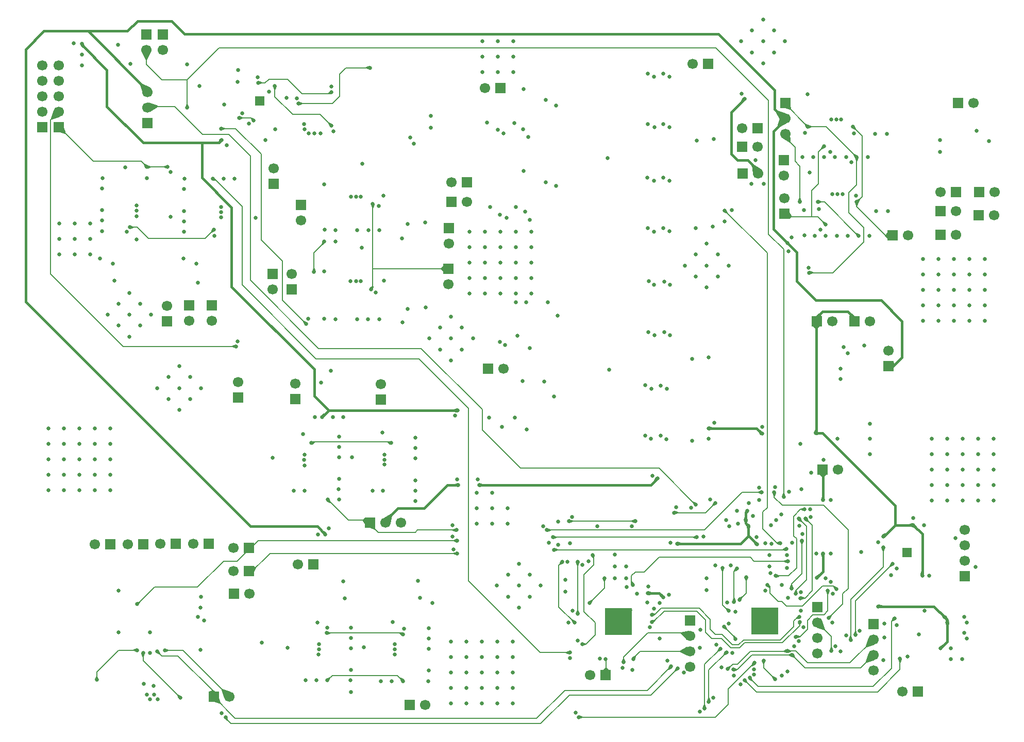
<source format=gbl>
%TF.GenerationSoftware,KiCad,Pcbnew,9.0.4*%
%TF.CreationDate,2026-02-17T14:13:00+01:00*%
%TF.ProjectId,TEST_PCB,54455354-5f50-4434-922e-6b696361645f,rev?*%
%TF.SameCoordinates,Original*%
%TF.FileFunction,Copper,L4,Bot*%
%TF.FilePolarity,Positive*%
%FSLAX46Y46*%
G04 Gerber Fmt 4.6, Leading zero omitted, Abs format (unit mm)*
G04 Created by KiCad (PCBNEW 9.0.4) date 2026-02-17 14:13:00*
%MOMM*%
%LPD*%
G01*
G04 APERTURE LIST*
%TA.AperFunction,ComponentPad*%
%ADD10C,1.700000*%
%TD*%
%TA.AperFunction,ComponentPad*%
%ADD11R,1.700000X1.700000*%
%TD*%
%TA.AperFunction,HeatsinkPad*%
%ADD12R,1.600000X1.600000*%
%TD*%
%TA.AperFunction,HeatsinkPad*%
%ADD13R,4.500000X4.500000*%
%TD*%
%TA.AperFunction,HeatsinkPad*%
%ADD14C,0.600000*%
%TD*%
%TA.AperFunction,ViaPad*%
%ADD15C,0.650000*%
%TD*%
%TA.AperFunction,Conductor*%
%ADD16C,0.200000*%
%TD*%
%TA.AperFunction,Conductor*%
%ADD17C,0.400000*%
%TD*%
G04 APERTURE END LIST*
D10*
%TO.P,J119,2,Pin_2*%
%TO.N,Net-(J119-Pin_2)*%
X95700000Y-71365000D03*
D11*
%TO.P,J119,1,Pin_1*%
%TO.N,GND*%
X95700000Y-68825000D03*
%TD*%
%TO.P,J118,1,Pin_1*%
%TO.N,+3V3*%
X192200000Y-95300000D03*
D10*
%TO.P,J118,2,Pin_2*%
%TO.N,Net-(J118-Pin_2)*%
X192200000Y-92760000D03*
%TD*%
D12*
%TO.P,U401,17,PAD*%
%TO.N,GND*%
X195250000Y-125950000D03*
%TD*%
D13*
%TO.P,U1304,49,EXP*%
%TO.N,GND*%
X171900000Y-137250000D03*
%TD*%
%TO.P,U1305,49,EXP*%
%TO.N,GND*%
X147862500Y-137300000D03*
%TD*%
D11*
%TO.P,J132,1,Pin_1*%
%TO.N,/MCU/RS422_Tx_P*%
X204775000Y-129875002D03*
D10*
%TO.P,J132,2,Pin_2*%
%TO.N,/MCU/RS422_Tx_N*%
X204775000Y-127335002D03*
%TO.P,J132,3,Pin_3*%
%TO.N,/MCU/RS422_Rx_P*%
X204775000Y-124795003D03*
%TO.P,J132,4,Pin_4*%
%TO.N,/MCU/RS422_Rx_N*%
X204775000Y-122255002D03*
%TD*%
D11*
%TO.P,J124,1,Pin_1*%
%TO.N,/SWITCH_ALERT*%
X119918501Y-79305500D03*
D10*
%TO.P,J124,2,Pin_2*%
%TO.N,GND*%
X119918501Y-81845500D03*
%TD*%
D11*
%TO.P,J112,1,Pin_1*%
%TO.N,/solar/VOUT*%
X81000000Y-85350000D03*
D10*
%TO.P,J112,2,Pin_2*%
%TO.N,GND*%
X81000000Y-87890000D03*
%TD*%
D11*
%TO.P,BT903,1,+*%
%TO.N,/battery/BATT_2*%
X69750000Y-124575000D03*
D10*
%TO.P,BT903,2,-*%
%TO.N,/battery/BATT_1*%
X67210000Y-124575000D03*
%TD*%
D11*
%TO.P,J105,1,Pin_1*%
%TO.N,/HEAT_BATT_1*%
X113550000Y-151050000D03*
D10*
%TO.P,J105,2,Pin_2*%
%TO.N,GND*%
X116090000Y-151050000D03*
%TD*%
D11*
%TO.P,J135,1,Pin_1*%
%TO.N,/UniversalSwitch/VOUT*%
X200750000Y-73725000D03*
D10*
%TO.P,J135,2,Pin_2*%
%TO.N,GND*%
X203290000Y-73725000D03*
%TD*%
D11*
%TO.P,J137,1,Pin_1*%
%TO.N,/ameas/VIN*%
X203284752Y-66671000D03*
D10*
%TO.P,J137,2,Pin_2*%
%TO.N,/UniversalSwitch/VOUT*%
X200744752Y-66671000D03*
%TD*%
D11*
%TO.P,J122,1,Pin_1*%
%TO.N,/switch/VOUT*%
X119975000Y-72600000D03*
D10*
%TO.P,J122,2,Pin_2*%
%TO.N,GND*%
X119975000Y-75140000D03*
%TD*%
D11*
%TO.P,J125,1,Pin_1*%
%TO.N,/dcdc/VIN*%
X122925000Y-65050000D03*
D10*
%TO.P,J125,2,Pin_2*%
%TO.N,/switch/VOUT*%
X120385000Y-65050000D03*
%TD*%
D11*
%TO.P,J131,1,Pin_1*%
%TO.N,/MCU/SCK*%
X189725000Y-137720001D03*
D10*
%TO.P,J131,2,Pin_2*%
%TO.N,/MCU/MOSI*%
X189725000Y-140260001D03*
%TO.P,J131,3,Pin_3*%
%TO.N,/MCU/MISO*%
X189725000Y-142800000D03*
%TO.P,J131,4,Pin_4*%
%TO.N,/MCU/CS_1*%
X189725000Y-145340001D03*
%TD*%
D11*
%TO.P,J1302,1,Pin_1*%
%TO.N,MCU_3V3*%
X180562500Y-134900000D03*
D10*
%TO.P,J1302,2,Pin_2*%
%TO.N,Net-(J1302-Pin_2)*%
X180562500Y-137440000D03*
%TO.P,J1302,3,Pin_3*%
%TO.N,Net-(J1302-Pin_3)*%
X180562500Y-139980000D03*
%TO.P,J1302,4,Pin_4*%
%TO.N,GND*%
X180562500Y-142520000D03*
%TD*%
D11*
%TO.P,J140,1,Pin_1*%
%TO.N,/MCU/TX*%
X145750000Y-146125000D03*
D10*
%TO.P,J140,2,Pin_2*%
%TO.N,/MCU/RX*%
X143210000Y-146125000D03*
%TD*%
D11*
%TO.P,J901,1,Pin_1*%
%TO.N,GND*%
X84650000Y-132750000D03*
D10*
%TO.P,J901,2,Pin_2*%
%TO.N,/AMEAS_9*%
X87190000Y-132750000D03*
%TD*%
D11*
%TO.P,J1301,1,Pin_1*%
%TO.N,MCU_3V3*%
X181400000Y-112300000D03*
D10*
%TO.P,J1301,2,Pin_2*%
%TO.N,Net-(J1301-Pin_2)*%
X183940000Y-112300000D03*
%TD*%
D11*
%TO.P,J114,1,Pin_1*%
%TO.N,GND*%
X72977500Y-40800000D03*
D10*
%TO.P,J114,2,Pin_2*%
X72977500Y-43340000D03*
%TD*%
D11*
%TO.P,J120,1,Pin_1*%
%TO.N,/SW_BATT_11*%
X107050000Y-121050000D03*
D10*
%TO.P,J120,2,Pin_2*%
%TO.N,+3V3*%
X109590000Y-121050000D03*
%TO.P,J120,3,Pin_3*%
%TO.N,/SW_BATT_12*%
X112129999Y-121050000D03*
%TD*%
D11*
%TO.P,J111,1,Pin_1*%
%TO.N,/AMEAS_9*%
X87150000Y-129000000D03*
D10*
%TO.P,J111,2,Pin_2*%
%TO.N,GND*%
X84610000Y-129000000D03*
%TD*%
D11*
%TO.P,J148,1,Pin_1*%
%TO.N,/UniversalSwitch/VOUT*%
X200725000Y-69850000D03*
D10*
%TO.P,J148,2,Pin_2*%
%TO.N,/ameas/VIN*%
X203265000Y-69850000D03*
%TD*%
D11*
%TO.P,J141,1,Pin_1*%
%TO.N,/MCU/CAN_H*%
X197000000Y-148800000D03*
D10*
%TO.P,J141,2,Pin_2*%
%TO.N,/MCU/CAN_L*%
X194460000Y-148800000D03*
%TD*%
D11*
%TO.P,J136,1,Pin_1*%
%TO.N,/UniversalSwitch/AMEAS*%
X175100000Y-70200000D03*
D10*
%TO.P,J136,2,Pin_2*%
%TO.N,GND*%
X175100000Y-67660000D03*
%TD*%
D11*
%TO.P,J123,1,Pin_1*%
%TO.N,/ameas1/AMEAS*%
X94750000Y-100750000D03*
D10*
%TO.P,J123,2,Pin_2*%
%TO.N,GND*%
X94750000Y-98210000D03*
%TD*%
D11*
%TO.P,J130,1,Pin_1*%
%TO.N,/Ch_EN_11*%
X175234752Y-52000000D03*
D10*
%TO.P,J130,2,Pin_2*%
%TO.N,+3V3*%
X175234752Y-54540000D03*
%TO.P,J130,3,Pin_3*%
%TO.N,/Ch_EN_12*%
X175234752Y-57080000D03*
%TD*%
D11*
%TO.P,BT904,1,+*%
%TO.N,/battery/BATT_1*%
X64360000Y-124575000D03*
D10*
%TO.P,BT904,2,-*%
%TO.N,/battery/BATT_0*%
X61820000Y-124575000D03*
%TD*%
D11*
%TO.P,J103,1,Pin_1*%
%TO.N,GND*%
X53193001Y-56001002D03*
D10*
%TO.P,J103,2,Pin_2*%
X53193001Y-53461002D03*
%TO.P,J103,3,Pin_3*%
X53193001Y-50921003D03*
%TO.P,J103,4,Pin_4*%
X53193001Y-48381002D03*
%TO.P,J103,5,Pin_5*%
X53193001Y-45841002D03*
%TD*%
D11*
%TO.P,J145,1,Pin_1*%
%TO.N,/solar/VOUT*%
X94150000Y-82675000D03*
D10*
%TO.P,J145,2,Pin_2*%
%TO.N,/switch/VIN1*%
X94150000Y-80135000D03*
%TD*%
D11*
%TO.P,J1303,1,Pin_1*%
%TO.N,MCU_3V3*%
X159627500Y-137105000D03*
D10*
%TO.P,J1303,2,Pin_2*%
%TO.N,Net-(J1303-Pin_2)*%
X159627500Y-139645000D03*
%TO.P,J1303,3,Pin_3*%
%TO.N,Net-(J1303-Pin_3)*%
X159627500Y-142185000D03*
%TO.P,J1303,4,Pin_4*%
%TO.N,GND*%
X159627500Y-144725000D03*
%TD*%
D11*
%TO.P,BT902,1,+*%
%TO.N,/battery/BATT_3*%
X75150000Y-124550000D03*
D10*
%TO.P,BT902,2,-*%
%TO.N,/battery/BATT_2*%
X72610000Y-124550000D03*
%TD*%
D11*
%TO.P,J146,1,Pin_1*%
%TO.N,/switch/VOUT*%
X120375000Y-68300000D03*
D10*
%TO.P,J146,2,Pin_2*%
%TO.N,/dcdc/VIN*%
X122915000Y-68300000D03*
%TD*%
D11*
%TO.P,J113,1,Pin_1*%
%TO.N,/AMEAS_SOL_1*%
X70277500Y-40800000D03*
D10*
%TO.P,J113,2,Pin_2*%
%TO.N,/AMEAS_2*%
X70277500Y-43340000D03*
%TD*%
D11*
%TO.P,J121,1,Pin_1*%
%TO.N,/switch/VIN1*%
X91225000Y-65350000D03*
D10*
%TO.P,J121,2,Pin_2*%
%TO.N,GND*%
X91225000Y-62810000D03*
%TD*%
D11*
%TO.P,J102,1,Pin_1*%
%TO.N,/SOL_EN_1*%
X55893001Y-56001002D03*
D10*
%TO.P,J102,2,Pin_2*%
%TO.N,/SOL_STAT_2*%
X55893001Y-53461002D03*
%TO.P,J102,3,Pin_3*%
%TO.N,/SOL_STAT_1*%
X55893001Y-50921003D03*
%TO.P,J102,4,Pin_4*%
%TO.N,/MPPT_~{EN}*%
X55893001Y-48381002D03*
%TO.P,J102,5,Pin_5*%
%TO.N,/PV*%
X55893001Y-45841002D03*
%TD*%
D11*
%TO.P,J109,1,Pin_1*%
%TO.N,GND*%
X70500000Y-55300000D03*
D10*
%TO.P,J109,2,Pin_2*%
%TO.N,/MPPT_~{EN}*%
X70500000Y-52760000D03*
%TO.P,J109,3,Pin_3*%
%TO.N,+3V3*%
X70500000Y-50220001D03*
%TD*%
D11*
%TO.P,J138,1,Pin_1*%
%TO.N,/Ch_AL_1*%
X192900000Y-73800000D03*
D10*
%TO.P,J138,2,Pin_2*%
%TO.N,GND*%
X195440000Y-73800000D03*
%TD*%
D11*
%TO.P,J116,1,Pin_1*%
%TO.N,/switch_c1/PG*%
X108800000Y-100800000D03*
D10*
%TO.P,J116,2,Pin_2*%
%TO.N,GND*%
X108800000Y-98260000D03*
%TD*%
D11*
%TO.P,J104,1,Pin_1*%
%TO.N,GND*%
X85400000Y-100500000D03*
D10*
%TO.P,J104,2,Pin_2*%
%TO.N,/Battery*%
X85400000Y-97960000D03*
%TD*%
D11*
%TO.P,J115,1,Pin_1*%
%TO.N,/solar/VOUT*%
X77300000Y-85325000D03*
D10*
%TO.P,J115,2,Pin_2*%
%TO.N,/Battery*%
X77300000Y-87865000D03*
%TD*%
D11*
%TO.P,J133,1,Pin_1*%
%TO.N,/UniversalSwitch/VIN*%
X170734752Y-56221000D03*
D10*
%TO.P,J133,2,Pin_2*%
%TO.N,/dcdc/VOUT*%
X168194752Y-56221000D03*
%TD*%
D11*
%TO.P,J129,1,Pin_1*%
%TO.N,/dcdc/VOUT*%
X162600000Y-45625000D03*
D10*
%TO.P,J129,2,Pin_2*%
%TO.N,GND*%
X160060000Y-45625000D03*
%TD*%
D11*
%TO.P,J101,1,Pin_1*%
%TO.N,SDA*%
X81350000Y-149675000D03*
D10*
%TO.P,J101,2,Pin_2*%
%TO.N,SCL*%
X83890000Y-149675000D03*
%TD*%
D11*
%TO.P,J142,1,Pin_1*%
%TO.N,/ameas/VOUT*%
X207084752Y-66671000D03*
D10*
%TO.P,J142,2,Pin_2*%
%TO.N,GND*%
X209624752Y-66671000D03*
%TD*%
D11*
%TO.P,J134,1,Pin_1*%
%TO.N,/UniversalSwitch/VIN*%
X175000000Y-61421000D03*
D10*
%TO.P,J134,2,Pin_2*%
%TO.N,GND*%
X175000000Y-63961000D03*
%TD*%
D14*
%TO.P,U201,17,GND*%
%TO.N,GND*%
X88400000Y-51212498D03*
X88400000Y-52212498D03*
D12*
X88900000Y-51712498D03*
D14*
X89400000Y-51212498D03*
X89400000Y-52212498D03*
%TD*%
D11*
%TO.P,BT901,1,+*%
%TO.N,/battery/BATTERY_PACK*%
X80550000Y-124550000D03*
D10*
%TO.P,BT901,2,-*%
%TO.N,/battery/BATT_3*%
X78010000Y-124550000D03*
%TD*%
D11*
%TO.P,J147,1,Pin_1*%
%TO.N,/dcdc/VOUT*%
X168175000Y-59250000D03*
D10*
%TO.P,J147,2,Pin_2*%
%TO.N,/UniversalSwitch/VIN*%
X170715000Y-59250000D03*
%TD*%
D11*
%TO.P,J126,1,Pin_1*%
%TO.N,/dcdc/EN*%
X128450000Y-49550000D03*
D10*
%TO.P,J126,2,Pin_2*%
%TO.N,/dcdc/VIN*%
X125910000Y-49550000D03*
%TD*%
D11*
%TO.P,J106,1,Pin_1*%
%TO.N,/battery/HEATER*%
X97700000Y-127925000D03*
D10*
%TO.P,J106,2,Pin_2*%
%TO.N,GND*%
X95160000Y-127925000D03*
%TD*%
D11*
%TO.P,J110,1,Pin_1*%
%TO.N,/BATT_ALERT_1*%
X87150000Y-125200000D03*
D10*
%TO.P,J110,2,Pin_2*%
%TO.N,GND*%
X84610000Y-125200000D03*
%TD*%
D11*
%TO.P,J139,1,Pin_1*%
%TO.N,/ameas/VIN*%
X207050000Y-70525000D03*
D10*
%TO.P,J139,2,Pin_2*%
%TO.N,GND*%
X209590000Y-70525000D03*
%TD*%
D11*
%TO.P,J117,1,Pin_1*%
%TO.N,/switch/VIN1*%
X91050000Y-80125000D03*
D10*
%TO.P,J117,2,Pin_2*%
%TO.N,/solar/VOUT*%
X91050000Y-82665000D03*
%TD*%
D11*
%TO.P,J143,1,Pin_1*%
%TO.N,/AMEAS_1*%
X203650000Y-52000000D03*
D10*
%TO.P,J143,2,Pin_2*%
%TO.N,GND*%
X206190000Y-52000000D03*
%TD*%
D11*
%TO.P,J127,1,Pin_1*%
%TO.N,/dcdc/VOUT*%
X168250000Y-63600000D03*
D10*
%TO.P,J127,2,Pin_2*%
%TO.N,+5V*%
X170790000Y-63600000D03*
%TD*%
D11*
%TO.P,J107,1,Pin_1*%
%TO.N,+5V*%
X180400000Y-87900000D03*
D10*
%TO.P,J107,2,Pin_2*%
%TO.N,GND*%
X182940000Y-87900000D03*
%TD*%
D11*
%TO.P,J108,1,Pin_1*%
%TO.N,+5V*%
X186600000Y-87900000D03*
D10*
%TO.P,J108,2,Pin_2*%
%TO.N,GND*%
X189140000Y-87900000D03*
%TD*%
D11*
%TO.P,J128,1,Pin_1*%
%TO.N,VBUS*%
X126450000Y-95750000D03*
D10*
%TO.P,J128,2,Pin_2*%
%TO.N,GND*%
X128990000Y-95750000D03*
%TD*%
D11*
%TO.P,J144,1,Pin_1*%
%TO.N,/Battery*%
X73700000Y-87900000D03*
D10*
%TO.P,J144,2,Pin_2*%
%TO.N,/solar/VOUT*%
X73700000Y-85360000D03*
%TD*%
D15*
%TO.N,GND*%
X144800000Y-143400000D03*
%TO.N,/MCU/TX*%
X145700000Y-143500000D03*
%TO.N,GND*%
X101362500Y-74800000D03*
X167100000Y-135700000D03*
X194950000Y-125650000D03*
X195600000Y-126300000D03*
X171950000Y-137250000D03*
X173700000Y-137200000D03*
X173650000Y-139000000D03*
X171900000Y-139000000D03*
X170050000Y-137050000D03*
X170000000Y-139050000D03*
X170150000Y-135400000D03*
X171900000Y-135400000D03*
X173650000Y-135450000D03*
X147950000Y-137200000D03*
X147950000Y-135450000D03*
X147900000Y-139050000D03*
X146100000Y-137100000D03*
X149650000Y-137100000D03*
X146150000Y-138950000D03*
X149650000Y-139100000D03*
X149750000Y-135450000D03*
X146050000Y-135500000D03*
%TO.N,MCU_3V3*%
X181462500Y-117350000D03*
%TO.N,GND*%
X170550000Y-123450000D03*
X169250000Y-117850000D03*
X167500000Y-121200000D03*
X169900000Y-119900000D03*
X156400000Y-124350000D03*
%TO.N,MCU_3V3*%
X157500000Y-124500000D03*
X190550000Y-134800000D03*
%TO.N,GND*%
X181500000Y-110700000D03*
X179500000Y-112800000D03*
X182750000Y-117350000D03*
X180350000Y-126100000D03*
X182700000Y-126100000D03*
X181900000Y-130200000D03*
%TO.N,MCU_3V3*%
X180450000Y-130100000D03*
X181450000Y-126100000D03*
%TO.N,GND*%
X154600000Y-134250000D03*
X152750000Y-131550000D03*
X156150000Y-132850000D03*
%TO.N,MCU_3V3*%
X152700000Y-132648527D03*
X155225000Y-133325000D03*
%TO.N,GND*%
X124600000Y-121240000D03*
X127140000Y-116160000D03*
X129680000Y-118700000D03*
X127140000Y-118700000D03*
X124600000Y-118700000D03*
X127140000Y-121240000D03*
X124600000Y-116160000D03*
X129680000Y-121240000D03*
X67496051Y-90446051D03*
X65700000Y-85057898D03*
X69292102Y-85057898D03*
X67496051Y-86853949D03*
X65700000Y-88650000D03*
X69292102Y-88650000D03*
X67496051Y-83261846D03*
X63903949Y-86853949D03*
X71088154Y-86853949D03*
X131496051Y-134996051D03*
X129700000Y-129607898D03*
X133292102Y-129607898D03*
X131496051Y-131403949D03*
X129700000Y-133200000D03*
X133292102Y-133200000D03*
X131496051Y-127811846D03*
X127903949Y-131403949D03*
X135088154Y-131403949D03*
X125500000Y-46990000D03*
X128040000Y-41910000D03*
X130580000Y-44450000D03*
X128040000Y-44450000D03*
X125500000Y-44450000D03*
X128040000Y-46990000D03*
X130580000Y-41910000D03*
X125500000Y-41910000D03*
X130580000Y-46990000D03*
X120346051Y-94346051D03*
X118550000Y-88957898D03*
X122142102Y-88957898D03*
X120346051Y-90753949D03*
X118550000Y-92550000D03*
X122142102Y-92550000D03*
X120346051Y-87161846D03*
X116753949Y-90753949D03*
X123938154Y-90753949D03*
X55950000Y-76940000D03*
X58490000Y-71860000D03*
X61030000Y-74400000D03*
X58490000Y-74400000D03*
X55950000Y-74400000D03*
X58490000Y-76940000D03*
X61030000Y-71860000D03*
X55950000Y-71860000D03*
X61030000Y-76940000D03*
X75696051Y-102496051D03*
X73900000Y-97107898D03*
X77492102Y-97107898D03*
X75696051Y-98903949D03*
X73900000Y-100700000D03*
X77492102Y-100700000D03*
X75696051Y-95311846D03*
X72103949Y-98903949D03*
X79288154Y-98903949D03*
X171596051Y-45496051D03*
X169800000Y-40107898D03*
X173392102Y-40107898D03*
X171596051Y-41903949D03*
X169800000Y-43700000D03*
X173392102Y-43700000D03*
X171596051Y-38311846D03*
X168003949Y-41903949D03*
X175188154Y-41903949D03*
X162346051Y-82346051D03*
X160550000Y-76957898D03*
X164142102Y-76957898D03*
X162346051Y-78753949D03*
X160550000Y-80550000D03*
X164142102Y-80550000D03*
X162346051Y-75161846D03*
X158753949Y-78753949D03*
X165938154Y-78753949D03*
X123340000Y-78260000D03*
X125880000Y-73180000D03*
X125880000Y-80800000D03*
X130960000Y-73180000D03*
X130960000Y-83340000D03*
X133500000Y-80800000D03*
X133500000Y-73180000D03*
X130960000Y-75720000D03*
X128420000Y-80800000D03*
X133500000Y-75720000D03*
X130960000Y-78260000D03*
X128420000Y-78260000D03*
X130960000Y-80800000D03*
X128420000Y-83340000D03*
X123340000Y-80800000D03*
X123340000Y-75720000D03*
X125880000Y-83340000D03*
X123340000Y-83340000D03*
X133500000Y-78260000D03*
X125880000Y-75720000D03*
X128420000Y-75720000D03*
X125880000Y-78260000D03*
X128420000Y-73180000D03*
X133500000Y-83340000D03*
X123340000Y-73180000D03*
X197890000Y-82760000D03*
X200430000Y-77680000D03*
X200430000Y-85300000D03*
X205510000Y-77680000D03*
X205510000Y-87840000D03*
X208050000Y-85300000D03*
X208050000Y-77680000D03*
X205510000Y-80220000D03*
X202970000Y-85300000D03*
X208050000Y-80220000D03*
X205510000Y-82760000D03*
X202970000Y-82760000D03*
X205510000Y-85300000D03*
X202970000Y-87840000D03*
X197890000Y-85300000D03*
X197890000Y-80220000D03*
X200430000Y-87840000D03*
X197890000Y-87840000D03*
X208050000Y-82760000D03*
X200430000Y-80220000D03*
X202970000Y-80220000D03*
X200430000Y-82760000D03*
X202970000Y-77680000D03*
X208050000Y-87840000D03*
X197890000Y-77680000D03*
X199340000Y-112310000D03*
X201880000Y-107230000D03*
X201880000Y-114850000D03*
X206960000Y-107230000D03*
X206960000Y-117390000D03*
X209500000Y-114850000D03*
X209500000Y-107230000D03*
X206960000Y-109770000D03*
X204420000Y-114850000D03*
X209500000Y-109770000D03*
X206960000Y-112310000D03*
X204420000Y-112310000D03*
X206960000Y-114850000D03*
X204420000Y-117390000D03*
X199340000Y-114850000D03*
X199340000Y-109770000D03*
X201880000Y-117390000D03*
X199340000Y-117390000D03*
X209500000Y-112310000D03*
X201880000Y-109770000D03*
X204420000Y-109770000D03*
X201880000Y-112310000D03*
X204420000Y-107230000D03*
X209500000Y-117390000D03*
X199340000Y-107230000D03*
X120340000Y-145660000D03*
X122880000Y-140580000D03*
X122880000Y-148200000D03*
X127960000Y-140580000D03*
X127960000Y-150740000D03*
X130500000Y-148200000D03*
X130500000Y-140580000D03*
X127960000Y-143120000D03*
X125420000Y-148200000D03*
X130500000Y-143120000D03*
X127960000Y-145660000D03*
X125420000Y-145660000D03*
X127960000Y-148200000D03*
X125420000Y-150740000D03*
X120340000Y-148200000D03*
X120340000Y-143120000D03*
X122880000Y-150740000D03*
X120340000Y-150740000D03*
X130500000Y-145660000D03*
X122880000Y-143120000D03*
X125420000Y-143120000D03*
X122880000Y-145660000D03*
X125420000Y-140580000D03*
X130500000Y-150740000D03*
X120340000Y-140580000D03*
X61840000Y-115680000D03*
X59300000Y-115680000D03*
X56760000Y-115680000D03*
X54220000Y-115680000D03*
X64380000Y-113140000D03*
X61840000Y-113140000D03*
X59300000Y-113140000D03*
X56760000Y-113140000D03*
X54220000Y-113140000D03*
X64380000Y-110600000D03*
X61840000Y-110600000D03*
X59300000Y-110600000D03*
X56760000Y-110600000D03*
X54220000Y-110600000D03*
X64380000Y-108060000D03*
X61840000Y-108060000D03*
X59300000Y-108060000D03*
X56760000Y-108060000D03*
X54220000Y-108060000D03*
X64380000Y-105520000D03*
X61840000Y-105520000D03*
X59300000Y-105520000D03*
X56760000Y-105520000D03*
X54220000Y-105520000D03*
X64380000Y-115680000D03*
X150050000Y-121600000D03*
X157350000Y-118500000D03*
%TO.N,/Ch_AL_1*%
X157000000Y-119400000D03*
%TO.N,GND*%
X137950000Y-120850000D03*
X69850000Y-147550000D03*
X121000000Y-103450000D03*
X168050000Y-50550000D03*
X137601249Y-52437499D03*
X63030500Y-66075000D03*
X198012501Y-121450000D03*
X96250000Y-56350000D03*
X70850000Y-150050000D03*
X101912500Y-113862501D03*
X154800000Y-106750000D03*
X93350000Y-51212501D03*
X175750000Y-76450000D03*
X187450000Y-138850000D03*
X154600000Y-140100000D03*
X171950000Y-124400000D03*
X144400000Y-121600000D03*
X185234752Y-60933500D03*
X192087251Y-69846000D03*
X103900000Y-145288001D03*
X196300000Y-120250000D03*
X156200000Y-73150000D03*
X153650000Y-73200000D03*
X70405501Y-64375000D03*
X200684752Y-58116001D03*
X173000000Y-124500000D03*
X139125000Y-132350000D03*
X100637500Y-96100251D03*
X149200000Y-131650000D03*
X155200000Y-64300000D03*
X153200000Y-107250000D03*
X97900000Y-57025502D03*
X63030500Y-69675000D03*
X96950000Y-57000000D03*
X175675001Y-133400304D03*
X198900000Y-129800000D03*
X171700000Y-65300000D03*
X114942002Y-130625001D03*
X205100000Y-140100000D03*
X170350000Y-61400000D03*
X140850000Y-152250000D03*
X142950000Y-127350000D03*
X139600000Y-137500000D03*
X172675000Y-128200000D03*
X79212501Y-135000000D03*
X76405500Y-77612499D03*
X105550000Y-81350000D03*
X155850000Y-143750000D03*
X152700000Y-55500000D03*
X161300000Y-138650000D03*
X150100000Y-145262500D03*
X78737499Y-81600000D03*
X165283503Y-71546000D03*
X111100000Y-142700000D03*
X126600000Y-103762501D03*
X102637500Y-103700251D03*
X78468001Y-78475000D03*
X70900000Y-139050000D03*
X197175000Y-139400000D03*
X200684752Y-60091000D03*
X116600001Y-147075001D03*
X153650000Y-47700000D03*
X93450000Y-141587499D03*
X191500000Y-137650000D03*
X167950000Y-147600000D03*
X81450000Y-73850000D03*
X67647501Y-45624999D03*
X169700000Y-65300000D03*
X156200000Y-64850000D03*
X185250000Y-139600000D03*
X108500000Y-69000000D03*
X88600000Y-47800000D03*
X165500000Y-120600000D03*
X146034752Y-61121000D03*
X147262501Y-128250000D03*
X186500000Y-57000000D03*
X106000000Y-141487499D03*
X176400000Y-124300000D03*
X159968750Y-94137500D03*
X65042999Y-81275000D03*
X130818750Y-103762501D03*
X90400000Y-50200000D03*
X206650000Y-56646000D03*
X106750000Y-72912500D03*
X178350000Y-69650000D03*
X108000000Y-83200000D03*
X162900000Y-117250000D03*
X112318000Y-74293499D03*
X116650000Y-145375001D03*
X191972251Y-57121000D03*
X188210000Y-91887499D03*
X76493001Y-69775000D03*
X101350000Y-72912500D03*
X129250000Y-91850000D03*
X126750000Y-69112501D03*
X104099000Y-110274998D03*
X107450000Y-115762501D03*
X158600000Y-145700000D03*
X155750000Y-107300000D03*
X83500000Y-59000000D03*
X112385500Y-88073499D03*
X180088679Y-73858500D03*
X185503679Y-73858500D03*
X113248002Y-85910999D03*
X96237000Y-110712501D03*
X176300000Y-74100000D03*
X65674999Y-139050001D03*
X188784752Y-60908500D03*
X99530501Y-87518501D03*
X177752500Y-108057502D03*
X129450000Y-70950000D03*
X189165001Y-109782500D03*
X71450000Y-147850000D03*
X165700000Y-134150000D03*
X99550000Y-72862501D03*
X91462500Y-56312498D03*
X153700000Y-135200000D03*
X178500000Y-56950000D03*
X130769999Y-55331250D03*
X98187000Y-146988001D03*
X153000000Y-138200000D03*
X150900000Y-132700000D03*
X149137499Y-128250000D03*
X132516497Y-69929000D03*
X70350000Y-149300000D03*
X171500000Y-105300000D03*
X98600000Y-142750000D03*
X170100000Y-145200000D03*
X132756249Y-105700000D03*
X152250000Y-106750000D03*
X156200000Y-56050000D03*
X181634752Y-60933500D03*
X175550000Y-128500000D03*
X104950000Y-72912500D03*
X62705501Y-77612500D03*
X173600000Y-115200000D03*
X190197253Y-69821000D03*
X137561250Y-65700001D03*
X191500000Y-139950000D03*
X65674999Y-132250001D03*
X137900000Y-124650000D03*
X170930000Y-117330000D03*
X70900000Y-142450000D03*
X178250000Y-138250000D03*
X152800000Y-81350000D03*
X192595235Y-129645235D03*
X170100000Y-146050000D03*
X183434752Y-60933500D03*
X100250000Y-122000000D03*
X84805501Y-64475000D03*
X179450000Y-120100000D03*
X181903679Y-73858500D03*
X176750000Y-141400000D03*
X101050000Y-56675502D03*
X161250000Y-141600000D03*
X141900000Y-128000000D03*
X184650000Y-67050000D03*
X179249752Y-63483499D03*
X162668750Y-107262501D03*
X153250000Y-99000000D03*
X191350000Y-143650000D03*
X156300000Y-81950000D03*
X117012500Y-56112498D03*
X162287500Y-130200000D03*
X182800000Y-54750000D03*
X140250000Y-120100000D03*
X115217000Y-133425001D03*
X126250000Y-55262501D03*
X132166497Y-56329000D03*
X85300000Y-48537499D03*
X128000000Y-56450000D03*
X72150000Y-150050000D03*
X124700000Y-113950000D03*
X152600000Y-64300000D03*
X206500000Y-128300000D03*
X78750000Y-136550000D03*
X105762501Y-62050000D03*
X166000000Y-137650000D03*
X76493001Y-66175000D03*
X179300000Y-118850000D03*
X102592001Y-130688001D03*
X162668750Y-93862501D03*
X177900000Y-115550000D03*
X204650000Y-139150000D03*
X202477501Y-141662501D03*
X202477501Y-143462501D03*
X103900000Y-148888001D03*
X65610002Y-42460000D03*
X116650000Y-138375001D03*
X173730000Y-120600000D03*
X149137500Y-130150000D03*
X96250000Y-111600000D03*
X132301249Y-49775000D03*
X184355000Y-142197501D03*
X166050000Y-121650000D03*
X98612500Y-141888001D03*
X177800000Y-135550000D03*
X205100000Y-137500000D03*
X172675000Y-126400000D03*
X189165001Y-107272500D03*
X135450000Y-121600000D03*
X175850000Y-116000000D03*
X155400000Y-81450000D03*
X129000000Y-57000000D03*
X204650000Y-136550000D03*
X131000000Y-84837499D03*
X120550000Y-121450000D03*
X109400000Y-109850000D03*
X139125000Y-130400000D03*
X183100000Y-132700000D03*
X133038748Y-57600000D03*
X109124999Y-115762501D03*
X163750000Y-128050000D03*
X120550000Y-123300000D03*
X109375000Y-110675501D03*
X182750000Y-130800000D03*
X82600000Y-69150000D03*
X79000000Y-49224998D03*
X108550000Y-72912500D03*
X152250000Y-98450000D03*
X177600000Y-121550000D03*
X66787500Y-62650000D03*
X114462501Y-115762502D03*
X193550000Y-137850000D03*
X120750000Y-125450000D03*
X96250000Y-109850000D03*
X116148001Y-85636000D03*
X96287500Y-115762501D03*
X117000000Y-54174999D03*
X83037499Y-52312498D03*
X184810000Y-92200000D03*
X166550000Y-142450000D03*
X185510000Y-93150000D03*
X96462001Y-146988001D03*
X101330501Y-87568500D03*
X76542999Y-64475000D03*
X167324998Y-119050000D03*
X101912500Y-110262501D03*
X163350000Y-72312501D03*
X153700000Y-81900000D03*
X172900000Y-121450000D03*
X198152500Y-135530000D03*
X153650000Y-64850000D03*
X187687500Y-125850000D03*
X152550000Y-134150000D03*
X156200000Y-47700000D03*
X163534752Y-57975502D03*
X116080501Y-71656000D03*
X172800000Y-129300000D03*
X105550000Y-67450000D03*
X109400000Y-111500000D03*
X178934752Y-50595998D03*
X113650000Y-57700000D03*
X87100000Y-55450000D03*
X89250000Y-140737499D03*
X100700000Y-49300000D03*
X152750000Y-89700000D03*
X68643000Y-74475000D03*
X153400000Y-113350000D03*
X161200000Y-152150000D03*
X148500000Y-144900000D03*
X63080499Y-64375000D03*
X184450000Y-54750000D03*
X58350000Y-42200000D03*
X100900000Y-103700250D03*
X76493001Y-73175000D03*
X189165001Y-104762500D03*
X110625000Y-147075001D03*
X59700000Y-44050000D03*
X109320798Y-81214416D03*
X79262500Y-133200000D03*
X101912500Y-106862501D03*
X108800001Y-147075001D03*
X98650000Y-141050000D03*
X195350000Y-143050000D03*
X94462501Y-115762501D03*
X114512500Y-108762501D03*
X137250000Y-100274998D03*
X128350000Y-91350000D03*
X189103679Y-73858500D03*
X103900000Y-139988001D03*
X156300000Y-90200000D03*
X174650000Y-146150000D03*
X155800000Y-99000000D03*
X101862501Y-115562501D03*
X103850000Y-81350000D03*
X183000000Y-137450000D03*
X104743501Y-67431000D03*
X96850000Y-87550000D03*
X136450000Y-124300000D03*
X164800000Y-144800000D03*
X104743001Y-81368500D03*
X102847999Y-133473001D03*
X183500000Y-141350000D03*
X177500000Y-140550000D03*
X77000000Y-45649997D03*
X59700000Y-45837499D03*
X136231250Y-84800000D03*
X179100000Y-79100000D03*
X154800000Y-98500000D03*
X108530501Y-87568500D03*
X74250000Y-63350000D03*
X152650000Y-72650000D03*
X98900000Y-57025502D03*
X170950000Y-115300000D03*
X180750000Y-69500000D03*
X100000000Y-138300000D03*
X111112500Y-141888001D03*
X85250000Y-91200000D03*
X177800584Y-132450000D03*
X139500000Y-127500000D03*
X178100000Y-60921000D03*
X181000000Y-72900000D03*
X178100000Y-122900000D03*
X121350000Y-113900000D03*
X63030500Y-71375000D03*
X116650000Y-141775001D03*
X95050000Y-51300000D03*
X135631250Y-97800000D03*
X146356250Y-95900000D03*
X114512500Y-114062501D03*
X161800000Y-123300000D03*
X131218750Y-90262501D03*
X171960936Y-132223442D03*
X183850000Y-107200000D03*
X183703679Y-73871000D03*
X155400000Y-89700000D03*
X174600000Y-119700000D03*
X155200000Y-55500000D03*
X178400000Y-73808501D03*
X128700000Y-105312500D03*
X112650000Y-138500000D03*
X113180501Y-71930999D03*
X103900000Y-141688001D03*
X155200000Y-47200000D03*
X204315000Y-143500000D03*
X98362001Y-137438000D03*
X141150000Y-140450000D03*
X114512500Y-110462501D03*
X132718750Y-84787500D03*
X68650000Y-70700000D03*
X63030500Y-73075000D03*
X133256249Y-92300000D03*
X130961250Y-69125003D03*
X147262501Y-126250000D03*
X140300000Y-135500000D03*
X79750000Y-137100000D03*
X179834752Y-60933500D03*
X97950000Y-103650000D03*
X96200000Y-55525502D03*
X189997253Y-57121000D03*
X67050000Y-73200000D03*
X90998000Y-110374998D03*
X89812500Y-58112498D03*
X174650000Y-131300000D03*
X82650000Y-152350000D03*
X175550000Y-126400000D03*
X76493001Y-71475000D03*
X68663000Y-69750000D03*
X166850000Y-146150000D03*
X184347499Y-97450000D03*
X109230501Y-67256000D03*
X193550000Y-128600000D03*
X114512500Y-117462501D03*
X85362500Y-46650000D03*
X182950000Y-67050000D03*
X153750000Y-56050000D03*
X105662501Y-75850000D03*
X135873750Y-65062502D03*
X160734752Y-58250500D03*
X162287500Y-132150000D03*
X71550000Y-149350000D03*
X186900000Y-67300000D03*
X103900000Y-138288001D03*
X135913749Y-51487500D03*
X101912500Y-117262501D03*
X117279500Y-134287502D03*
X88250000Y-70912501D03*
X166300000Y-128050000D03*
X132261250Y-63250002D03*
X132118750Y-97787500D03*
X82555501Y-69975000D03*
X159968750Y-107537500D03*
X152700000Y-47200000D03*
X208684752Y-58291000D03*
X190550000Y-124250000D03*
X155200000Y-72650000D03*
X203200000Y-123600000D03*
X103900000Y-67450000D03*
X104930501Y-87568500D03*
X175600000Y-145512500D03*
X183634752Y-54771000D03*
X183784752Y-66996000D03*
X160550000Y-72587500D03*
X74300000Y-70712501D03*
X186100000Y-61800000D03*
X99530501Y-79762501D03*
X103850001Y-146988001D03*
X111100000Y-141000000D03*
X163550000Y-104650000D03*
X139850000Y-143300000D03*
X147262501Y-130150000D03*
X83018002Y-64475000D03*
X79200001Y-141950001D03*
X99025000Y-97995251D03*
X106730501Y-87568500D03*
X98500000Y-122950000D03*
X86000000Y-53750000D03*
X137818750Y-87037499D03*
X128400000Y-70400000D03*
X163950000Y-141100000D03*
X153800000Y-90200000D03*
X110800001Y-137375001D03*
X114512500Y-107062501D03*
X133298749Y-71262502D03*
X68650000Y-68900000D03*
X166500000Y-69650000D03*
X82550000Y-70800000D03*
X64768001Y-78475000D03*
X116650000Y-140075001D03*
X101912500Y-108562501D03*
X99530501Y-65418501D03*
X163400000Y-149800000D03*
X109081250Y-106181251D03*
X182600000Y-60050000D03*
X159750000Y-118600000D03*
X139850000Y-124450000D03*
X114200000Y-58750000D03*
X96062501Y-106462501D03*
X184347499Y-95750000D03*
%TO.N,Net-(U201-SRP)*%
X107012500Y-46250000D03*
X95300000Y-52112498D03*
%TO.N,+5V*%
X196287499Y-121450000D03*
X168550000Y-51350000D03*
X121400000Y-102600000D03*
X82622500Y-58124998D03*
X197762500Y-129750000D03*
X171450000Y-106432500D03*
X191350000Y-123287500D03*
X162668750Y-105537500D03*
X99137499Y-103700250D03*
X59700000Y-42324998D03*
X180262500Y-106332500D03*
%TO.N,/MPPT_~{EN}*%
X160550000Y-118050000D03*
%TO.N,/SOL_STAT_1*%
X150600000Y-120800000D03*
X96575000Y-88375000D03*
X139750000Y-120800000D03*
X82600000Y-56250000D03*
%TO.N,/SWITCH_ALERT*%
X107493501Y-68655500D03*
X107193501Y-82655500D03*
%TO.N,/Ch_EN_12*%
X167100000Y-140200000D03*
X180600000Y-68300000D03*
X177650000Y-68250000D03*
X187303679Y-73858500D03*
X165200000Y-138100000D03*
%TO.N,/Ch_EN_11*%
X141150000Y-127500000D03*
X186984752Y-60933500D03*
X179200000Y-79950000D03*
X178934752Y-55921000D03*
X141150000Y-136050000D03*
%TO.N,/Ch_AL_1*%
X141912500Y-141000000D03*
X187000000Y-68321000D03*
X186334752Y-55921000D03*
X163750000Y-117800000D03*
X143600000Y-126350000D03*
%TO.N,Net-(Q202-G)*%
X88650527Y-48708426D03*
X100700000Y-50275502D03*
%TO.N,Net-(Q203-G)*%
X91400000Y-49212498D03*
X100700000Y-55788000D03*
%TO.N,MCU_3V3*%
X201900000Y-137450000D03*
X200752499Y-141732501D03*
X168750000Y-120650000D03*
X169050000Y-119050000D03*
X201500000Y-136600000D03*
X170612500Y-124600000D03*
X169200000Y-121550000D03*
%TO.N,Net-(J1303-Pin_3)*%
X150300000Y-143437500D03*
%TO.N,Net-(U1304-AVCC)*%
X167750000Y-133700000D03*
X168837499Y-130000000D03*
%TO.N,Net-(U1305-AVCC)*%
X143100000Y-134250000D03*
X145537499Y-130150000D03*
%TO.N,/battery/DSG*%
X62137499Y-146862501D03*
X68800000Y-142000000D03*
%TO.N,/battery/CHG*%
X69750000Y-142500000D03*
X75850000Y-149850001D03*
%TO.N,+3V3*%
X175600000Y-75050000D03*
X154250000Y-113750000D03*
X99700000Y-122950000D03*
X121550000Y-114850000D03*
X124960999Y-114860999D03*
%TO.N,SDA*%
X153350000Y-137400000D03*
X156500000Y-144700000D03*
X177606336Y-137356336D03*
X72050000Y-142200000D03*
%TO.N,SCL*%
X153350000Y-136200000D03*
X157600000Y-145000000D03*
X83300000Y-153000000D03*
X177600000Y-136500000D03*
X73300000Y-142050001D03*
%TO.N,/SOL_STAT_2*%
X138600000Y-127500000D03*
X85050000Y-92050000D03*
X85512500Y-54500000D03*
X140650000Y-137500000D03*
X87912500Y-54900000D03*
%TO.N,/switch_c1/PG*%
X97400000Y-107950251D03*
X110500000Y-107950251D03*
%TO.N,/UniversalSwitch/AMEAS*%
X181634752Y-59108500D03*
X181903679Y-72033500D03*
%TO.N,/battery/Switch_Batt_Heater/PG*%
X112437500Y-139375001D03*
X99887500Y-139188001D03*
%TO.N,/SOL_EN_1*%
X73800000Y-62550000D03*
X81193001Y-64475000D03*
X70380999Y-62575000D03*
X139850000Y-142400000D03*
%TO.N,/solar/Switch_SOL_1/PG*%
X67543000Y-72475000D03*
X81405501Y-72875000D03*
%TO.N,/SW_BATT_11*%
X121250000Y-122250000D03*
X171400000Y-116050000D03*
X136100000Y-122250000D03*
X100087500Y-117262501D03*
X182400000Y-136700000D03*
X173450000Y-116050000D03*
%TO.N,/switch/EN*%
X99537500Y-74800000D03*
X97800000Y-79812500D03*
%TO.N,/HEAT_BATT_1*%
X112450000Y-147075001D03*
X170200000Y-144100000D03*
X141300000Y-153000000D03*
X100012500Y-146988001D03*
%TO.N,/BATT_ALERT_1*%
X137050000Y-123450000D03*
X160750000Y-123450000D03*
X68737500Y-134450001D03*
X121350000Y-124000000D03*
%TO.N,/MCU/CS_1*%
X164600000Y-141750000D03*
X162000000Y-151600000D03*
%TO.N,/MCU/SCK*%
X162700000Y-150500000D03*
X165600000Y-142350000D03*
%TO.N,/MCU/MOSI*%
X175590000Y-142150000D03*
X165800000Y-145100000D03*
%TO.N,/MCU/MISO*%
X176400000Y-142800000D03*
X166700000Y-145200000D03*
%TO.N,/MCU/TX*%
X173600000Y-146800000D03*
X185996252Y-140300468D03*
X191350000Y-125112500D03*
X171700000Y-143700000D03*
%TO.N,/MCU/RX*%
X192900000Y-127800000D03*
X186800000Y-139500000D03*
%TO.N,Net-(J1302-Pin_2)*%
X182850000Y-142150000D03*
%TO.N,Net-(J1303-Pin_2)*%
X148701042Y-143998958D03*
%TO.N,/MCU/RS_DIR*%
X150200000Y-131300000D03*
X175700000Y-127400000D03*
%TO.N,/AMEAS_9*%
X175450000Y-125350000D03*
X121350000Y-126100000D03*
X137250000Y-125500000D03*
%TO.N,/MCU/ADC_1*%
X167350000Y-128550000D03*
X166850000Y-134050000D03*
%TO.N,/MCU/ADC_2*%
X164950000Y-128450000D03*
X166000000Y-135500000D03*
%TO.N,/MCU/CAN_~{INT}*%
X168600000Y-146950000D03*
X194100000Y-143400000D03*
%TO.N,/MCU/CAN_~{WKRQ}*%
X193200000Y-136800000D03*
X169400000Y-146550000D03*
%TO.N,/MCU/CAN_~{RST}*%
X177000000Y-139800000D03*
X182250000Y-132200000D03*
%TO.N,/MCU/CAN_CLK*%
X183700000Y-132000000D03*
X172350000Y-131300000D03*
%TO.N,/MCU/AMUX_1*%
X177000000Y-132750000D03*
X177500000Y-120400000D03*
%TO.N,/MCU/AMUX_0*%
X177750000Y-133450000D03*
X178600000Y-120400000D03*
%TO.N,/MCU/AMUX_EN*%
X178450000Y-118850000D03*
X173650000Y-129800000D03*
%TO.N,/MCU/AMUX_2*%
X178000000Y-124000000D03*
X176300000Y-131850000D03*
%TO.N,/AMEAS_2*%
X175000000Y-116800000D03*
X77000000Y-52800000D03*
%TO.N,/Ch_V_1*%
X165300000Y-69700000D03*
X174400000Y-124400000D03*
%TD*%
D16*
%TO.N,SCL*%
X135100000Y-154100000D02*
X84200000Y-154100000D01*
X84200000Y-154100000D02*
X83300000Y-153200000D01*
X83300000Y-153200000D02*
X83300000Y-153000000D01*
X139800000Y-149400000D02*
X135100000Y-154100000D01*
X153200000Y-149400000D02*
X139800000Y-149400000D01*
X157600000Y-145000000D02*
X153200000Y-149400000D01*
%TO.N,SDA*%
X84875000Y-153200000D02*
X81350000Y-149675000D01*
X134400000Y-153200000D02*
X84875000Y-153200000D01*
X152600000Y-148600000D02*
X139000000Y-148600000D01*
X139000000Y-148600000D02*
X134400000Y-153200000D01*
X156500000Y-144700000D02*
X152600000Y-148600000D01*
%TO.N,/switch/EN*%
X97830501Y-79681999D02*
X97830501Y-76656999D01*
X97800000Y-79712500D02*
X97830501Y-79681999D01*
X97830501Y-76656999D02*
X99537500Y-74950000D01*
X97800000Y-79812500D02*
X97800000Y-79712500D01*
X99537500Y-74950000D02*
X99537500Y-74800000D01*
%TO.N,/MCU/TX*%
X145850000Y-143850000D02*
X145850000Y-145425000D01*
X145700000Y-143700000D02*
X145850000Y-143850000D01*
X145700000Y-143500000D02*
X145700000Y-143700000D01*
%TO.N,Net-(J1303-Pin_2)*%
X148701042Y-143098958D02*
X152650000Y-139150000D01*
X152650000Y-139150000D02*
X159132500Y-139150000D01*
X148701042Y-143998958D02*
X148701042Y-143098958D01*
%TO.N,Net-(J1303-Pin_3)*%
X150300000Y-143437500D02*
X150300000Y-143300000D01*
X151415000Y-142185000D02*
X159627500Y-142185000D01*
X150300000Y-143300000D02*
X151415000Y-142185000D01*
D17*
%TO.N,+3V3*%
X194400000Y-87900000D02*
X194400000Y-93900000D01*
X191000000Y-84500000D02*
X194400000Y-87900000D01*
X180300000Y-84500000D02*
X191000000Y-84500000D01*
X177150000Y-81350000D02*
X180300000Y-84500000D01*
X177150000Y-76600000D02*
X177150000Y-81350000D01*
X175234752Y-54781000D02*
X173300000Y-56715752D01*
X173300000Y-72750000D02*
X177150000Y-76600000D01*
X194400000Y-93900000D02*
X192875000Y-95425000D01*
X192875000Y-95425000D02*
X192325000Y-95425000D01*
X173300000Y-56715752D02*
X173300000Y-72750000D01*
%TO.N,+5V*%
X181400000Y-86300000D02*
X180400000Y-87300000D01*
X185500000Y-86300000D02*
X181400000Y-86300000D01*
X186570000Y-87370000D02*
X185500000Y-86300000D01*
X180370000Y-87930000D02*
X180370000Y-106225000D01*
X180370000Y-106225000D02*
X180262500Y-106332500D01*
%TO.N,+3V3*%
X70500000Y-50020001D02*
X60679999Y-40200000D01*
%TO.N,+5V*%
X69750000Y-58550000D02*
X79400000Y-58550000D01*
X63800000Y-52600000D02*
X69750000Y-58550000D01*
X59700000Y-42477497D02*
X63800000Y-46577497D01*
X63800000Y-46577497D02*
X63800000Y-52600000D01*
%TO.N,+3V3*%
X67175500Y-40200000D02*
X60679999Y-40200000D01*
X74400000Y-38550000D02*
X68825500Y-38550000D01*
X76550000Y-40700000D02*
X74400000Y-38550000D01*
X164250000Y-40700000D02*
X76550000Y-40700000D01*
X173500000Y-53046248D02*
X173500000Y-49950000D01*
X174993752Y-54540000D02*
X173500000Y-53046248D01*
X173500000Y-49950000D02*
X164250000Y-40700000D01*
X68825500Y-38550000D02*
X67175500Y-40200000D01*
D16*
%TO.N,/UniversalSwitch/AMEAS*%
X175621000Y-70721000D02*
X179650000Y-70721000D01*
%TO.N,/AMEAS_2*%
X163875000Y-42975000D02*
X82237500Y-42975000D01*
X82237500Y-42975000D02*
X77000000Y-48212500D01*
X172500000Y-51600000D02*
X163875000Y-42975000D01*
X172500000Y-73600000D02*
X172500000Y-51600000D01*
X175000000Y-76100000D02*
X172500000Y-73600000D01*
X175000000Y-116800000D02*
X175000000Y-76100000D01*
%TO.N,/MCU/CS_1*%
X162000000Y-144350000D02*
X162000000Y-151600000D01*
X164600000Y-141750000D02*
X162000000Y-144350000D01*
%TO.N,/MCU/SCK*%
X162700000Y-145250000D02*
X162700000Y-150500000D01*
X165600000Y-142350000D02*
X162700000Y-145250000D01*
%TO.N,/Ch_AL_1*%
X191713752Y-73800000D02*
X192900000Y-73800000D01*
X187000000Y-69086248D02*
X191713752Y-73800000D01*
X187000000Y-68321000D02*
X187000000Y-69086248D01*
%TO.N,/SW_BATT_11*%
X108350000Y-122650000D02*
X107060000Y-121360000D01*
X114850000Y-122250000D02*
X114450000Y-122650000D01*
X114450000Y-122650000D02*
X108350000Y-122650000D01*
X121250000Y-122250000D02*
X114850000Y-122250000D01*
D17*
%TO.N,+3V3*%
X111600251Y-118650000D02*
X109590000Y-120660251D01*
X115900000Y-118650000D02*
X111600251Y-118650000D01*
X119700000Y-114850000D02*
X115900000Y-118650000D01*
X121550000Y-114850000D02*
X119700000Y-114850000D01*
D16*
%TO.N,/SW_BATT_11*%
X103475250Y-120650251D02*
X100087500Y-117262501D01*
X106650251Y-120650251D02*
X103475250Y-120650251D01*
%TO.N,/SOL_STAT_1*%
X89150000Y-60450000D02*
X84950000Y-56250000D01*
X92650000Y-84450000D02*
X92650000Y-78050000D01*
X92650000Y-78050000D02*
X89150000Y-74550000D01*
X96575000Y-88375000D02*
X92650000Y-84450000D01*
X89150000Y-74550000D02*
X89150000Y-60450000D01*
X84950000Y-56250000D02*
X82600000Y-56250000D01*
D17*
%TO.N,+5V*%
X197775000Y-129737500D02*
X197775000Y-122937501D01*
X197775000Y-122937501D02*
X196287499Y-121450000D01*
X197762500Y-129750000D02*
X197775000Y-129737500D01*
D16*
%TO.N,/MCU/TX*%
X186000000Y-140300000D02*
X185996720Y-140300000D01*
X191350000Y-125112500D02*
X191350000Y-128300000D01*
X185996720Y-140300000D02*
X185996252Y-140300468D01*
X186000000Y-133650000D02*
X186000000Y-140300000D01*
X191350000Y-128300000D02*
X186000000Y-133650000D01*
D17*
%TO.N,+5V*%
X193325000Y-121450000D02*
X191487500Y-123287500D01*
X191487500Y-123287500D02*
X191350000Y-123287500D01*
%TO.N,MCU_3V3*%
X168750000Y-119350000D02*
X168750000Y-120650000D01*
X169050000Y-119050000D02*
X168750000Y-119350000D01*
%TO.N,+5V*%
X169100000Y-61450000D02*
X170740000Y-63090000D01*
X167400000Y-61450000D02*
X169100000Y-61450000D01*
X166350000Y-60400000D02*
X167400000Y-61450000D01*
X166350000Y-53550000D02*
X166350000Y-60400000D01*
X168550000Y-51350000D02*
X166350000Y-53550000D01*
D16*
%TO.N,/SOL_EN_1*%
X69405999Y-61600000D02*
X70380999Y-62575000D01*
X61574501Y-61600000D02*
X69405999Y-61600000D01*
X55975503Y-56001002D02*
X61574501Y-61600000D01*
%TO.N,/BATT_ALERT_1*%
X71650000Y-131650000D02*
X68849999Y-134450001D01*
X78700000Y-131650000D02*
X71650000Y-131650000D01*
X85225000Y-127400000D02*
X82950000Y-127400000D01*
X82950000Y-127400000D02*
X78700000Y-131650000D01*
X88625000Y-124000000D02*
X85225000Y-127400000D01*
X68849999Y-134450001D02*
X68737500Y-134450001D01*
X121350000Y-124000000D02*
X88625000Y-124000000D01*
%TO.N,/AMEAS_9*%
X90574515Y-126100000D02*
X121350000Y-126100000D01*
X87324515Y-129350000D02*
X90574515Y-126100000D01*
%TO.N,Net-(U1304-AVCC)*%
X167750000Y-133700000D02*
X168837499Y-132612501D01*
X168837499Y-132612501D02*
X168837499Y-130000000D01*
%TO.N,/MCU/ADC_1*%
X166850000Y-129000000D02*
X166850000Y-134050000D01*
X167300000Y-128550000D02*
X166850000Y-129000000D01*
X167350000Y-128550000D02*
X167300000Y-128550000D01*
%TO.N,/MCU/ADC_2*%
X164950000Y-134600000D02*
X164950000Y-128450000D01*
X165850000Y-135500000D02*
X164950000Y-134600000D01*
X166000000Y-135500000D02*
X165850000Y-135500000D01*
%TO.N,/MCU/CAN_CLK*%
X183150000Y-131450000D02*
X183700000Y-132000000D01*
X178100000Y-134750000D02*
X181400000Y-131450000D01*
X181400000Y-131450000D02*
X183150000Y-131450000D01*
X174700000Y-134000000D02*
X175450000Y-134750000D01*
X172750000Y-132650000D02*
X174100000Y-134000000D01*
X174100000Y-134000000D02*
X174700000Y-134000000D01*
X172750000Y-131700000D02*
X172750000Y-132650000D01*
X172350000Y-131300000D02*
X172750000Y-131700000D01*
X175450000Y-134750000D02*
X178100000Y-134750000D01*
%TO.N,/MCU/MOSI*%
X185885001Y-144100000D02*
X189725000Y-140260001D01*
X178900000Y-144100000D02*
X185885001Y-144100000D01*
X176950000Y-142150000D02*
X178900000Y-144100000D01*
X175590000Y-142150000D02*
X176950000Y-142150000D01*
X166600000Y-144300000D02*
X165800000Y-145100000D01*
X167437328Y-144300000D02*
X166600000Y-144300000D01*
X169537328Y-142200000D02*
X167437328Y-144300000D01*
X175300000Y-142200000D02*
X169537328Y-142200000D01*
X175550000Y-142190000D02*
X175310000Y-142190000D01*
X175310000Y-142190000D02*
X175300000Y-142200000D01*
%TO.N,/Ch_EN_12*%
X167100000Y-140200000D02*
X167100000Y-140000000D01*
X167100000Y-140000000D02*
X165200000Y-138100000D01*
%TO.N,SCL*%
X153800000Y-136200000D02*
X153350000Y-136200000D01*
X154900000Y-135100000D02*
X153800000Y-136200000D01*
X161100000Y-135100000D02*
X154900000Y-135100000D01*
X162925000Y-136925000D02*
X161100000Y-135100000D01*
X162925000Y-138575000D02*
X162925000Y-136925000D01*
X163800000Y-139450000D02*
X162925000Y-138575000D01*
X164900000Y-139450000D02*
X163800000Y-139450000D01*
X166550000Y-141100000D02*
X164900000Y-139450000D01*
X174450000Y-140300000D02*
X168400000Y-140300000D01*
X167600000Y-141100000D02*
X166550000Y-141100000D01*
X176650000Y-137250000D02*
X176650000Y-138100000D01*
X176650000Y-138100000D02*
X174450000Y-140300000D01*
X177400000Y-136500000D02*
X176650000Y-137250000D01*
X168400000Y-140300000D02*
X167600000Y-141100000D01*
X177600000Y-136500000D02*
X177400000Y-136500000D01*
%TO.N,SDA*%
X153550000Y-137400000D02*
X153350000Y-137400000D01*
X155350000Y-135600000D02*
X153550000Y-137400000D01*
X160700000Y-135600000D02*
X155350000Y-135600000D01*
X162150000Y-137050000D02*
X160700000Y-135600000D01*
X163200000Y-140100000D02*
X162150000Y-139050000D01*
X167750000Y-141650000D02*
X166300000Y-141650000D01*
X168600000Y-140800000D02*
X167750000Y-141650000D01*
X174800000Y-140800000D02*
X168600000Y-140800000D01*
X164750000Y-140100000D02*
X163200000Y-140100000D01*
X177606336Y-137993664D02*
X174800000Y-140800000D01*
X162150000Y-139050000D02*
X162150000Y-137050000D01*
X166300000Y-141650000D02*
X164750000Y-140100000D01*
X177606336Y-137356336D02*
X177606336Y-137993664D01*
%TO.N,/AMEAS_9*%
X175300000Y-125500000D02*
X137250000Y-125500000D01*
X175450000Y-125350000D02*
X175300000Y-125500000D01*
%TO.N,/MCU/RS_DIR*%
X150000000Y-129800000D02*
X150000000Y-131100000D01*
X150600000Y-129200000D02*
X150000000Y-129800000D01*
X150000000Y-131100000D02*
X150200000Y-131300000D01*
X154550000Y-126750000D02*
X152100000Y-129200000D01*
X169500000Y-126750000D02*
X154550000Y-126750000D01*
X170150000Y-127400000D02*
X169500000Y-126750000D01*
X175700000Y-127400000D02*
X170150000Y-127400000D01*
X152100000Y-129200000D02*
X150600000Y-129200000D01*
%TO.N,Net-(Q203-G)*%
X94300000Y-53912498D02*
X91400000Y-51012498D01*
X98812498Y-53912498D02*
X94300000Y-53912498D01*
X100688000Y-55788000D02*
X98812498Y-53912498D01*
X91400000Y-51012498D02*
X91400000Y-49212498D01*
X100700000Y-55788000D02*
X100688000Y-55788000D01*
D17*
%TO.N,MCU_3V3*%
X181462500Y-117350000D02*
X181462500Y-111687500D01*
X169200000Y-123200000D02*
X169200000Y-123187500D01*
X167900000Y-124500000D02*
X169200000Y-123200000D01*
X157500000Y-124500000D02*
X167900000Y-124500000D01*
X201900000Y-140585000D02*
X200752499Y-141732501D01*
X201900000Y-137450000D02*
X201900000Y-140585000D01*
X201900000Y-137000000D02*
X201500000Y-136600000D01*
X201900000Y-137450000D02*
X201900000Y-137000000D01*
X199700000Y-134800000D02*
X201500000Y-136600000D01*
X190550000Y-134800000D02*
X199700000Y-134800000D01*
X181450000Y-129100000D02*
X180450000Y-130100000D01*
X181450000Y-126100000D02*
X181450000Y-129100000D01*
X169200000Y-123187500D02*
X170612500Y-124600000D01*
X169200000Y-121550000D02*
X169200000Y-123187500D01*
X168750000Y-121100000D02*
X169200000Y-121550000D01*
X168750000Y-120650000D02*
X168750000Y-121100000D01*
X154548527Y-132648527D02*
X152700000Y-132648527D01*
X155225000Y-133325000D02*
X154548527Y-132648527D01*
D16*
%TO.N,Net-(U1305-AVCC)*%
X145537499Y-131812501D02*
X145537499Y-130150000D01*
X143100000Y-134250000D02*
X145537499Y-131812501D01*
%TO.N,/Ch_AL_1*%
X143800000Y-126550000D02*
X143600000Y-126350000D01*
X142200000Y-129550000D02*
X143800000Y-127950000D01*
X143800000Y-127950000D02*
X143800000Y-126550000D01*
X142200000Y-135650000D02*
X142200000Y-129550000D01*
X144050000Y-139500000D02*
X144050000Y-137500000D01*
X142550000Y-141000000D02*
X144050000Y-139500000D01*
X141912500Y-141000000D02*
X142550000Y-141000000D01*
X144050000Y-137500000D02*
X142200000Y-135650000D01*
%TO.N,/Ch_EN_11*%
X141150000Y-136050000D02*
X141150000Y-127500000D01*
%TO.N,/SOL_STAT_2*%
X138050000Y-128050000D02*
X138600000Y-127500000D01*
X138050000Y-134900000D02*
X138050000Y-128050000D01*
X140650000Y-137500000D02*
X138050000Y-134900000D01*
D17*
%TO.N,+3V3*%
X153139001Y-114860999D02*
X154250000Y-113750000D01*
X124960999Y-114860999D02*
X153139001Y-114860999D01*
D16*
%TO.N,/Ch_AL_1*%
X162150000Y-119400000D02*
X157000000Y-119400000D01*
X163750000Y-117800000D02*
X162150000Y-119400000D01*
%TO.N,/SOL_STAT_1*%
X139750000Y-120800000D02*
X150600000Y-120800000D01*
%TO.N,Net-(U201-SRP)*%
X107012500Y-46250000D02*
X103050000Y-46250000D01*
X103050000Y-46250000D02*
X102000000Y-47300000D01*
X100837502Y-52112498D02*
X95300000Y-52112498D01*
X102000000Y-47300000D02*
X102000000Y-50950000D01*
X102000000Y-50950000D02*
X100837502Y-52112498D01*
D17*
%TO.N,+5V*%
X79400000Y-64300000D02*
X79400000Y-58550000D01*
X181382500Y-106332500D02*
X193325000Y-118275000D01*
X196287499Y-121450000D02*
X193325000Y-121450000D01*
X180262500Y-106332500D02*
X181382500Y-106332500D01*
X84300000Y-82250000D02*
X84300000Y-69200000D01*
X100237749Y-102600000D02*
X97850000Y-100212251D01*
X97850000Y-95800000D02*
X84300000Y-82250000D01*
X97850000Y-100212251D02*
X97850000Y-95800000D01*
X193325000Y-118275000D02*
X193325000Y-121450000D01*
X170555000Y-105537500D02*
X162668750Y-105537500D01*
X79400000Y-58550000D02*
X82197498Y-58550000D01*
X82197498Y-58550000D02*
X82622500Y-58124998D01*
X99137499Y-103700250D02*
X100237749Y-102600000D01*
X100237749Y-102600000D02*
X121400000Y-102600000D01*
X171450000Y-106432500D02*
X170555000Y-105537500D01*
X84300000Y-69200000D02*
X79400000Y-64300000D01*
D16*
%TO.N,/MPPT_~{EN}*%
X160500000Y-118050000D02*
X154550000Y-112100000D01*
X87350000Y-60750000D02*
X83800000Y-57200000D01*
X125450000Y-102400000D02*
X115450000Y-92400000D01*
X87350000Y-81200000D02*
X87350000Y-60750000D01*
X74950000Y-52600000D02*
X70540000Y-52600000D01*
X79550000Y-57200000D02*
X74950000Y-52600000D01*
X83800000Y-57200000D02*
X79550000Y-57200000D01*
X125450000Y-105800000D02*
X125450000Y-102400000D01*
X98550000Y-92400000D02*
X87350000Y-81200000D01*
X160550000Y-118050000D02*
X160500000Y-118050000D01*
X154550000Y-112100000D02*
X131750000Y-112100000D01*
X115450000Y-92400000D02*
X98550000Y-92400000D01*
X131750000Y-112100000D02*
X125450000Y-105800000D01*
%TO.N,/SWITCH_ALERT*%
X107543501Y-79305500D02*
X107493501Y-79355500D01*
X107493501Y-68655500D02*
X107493501Y-79355500D01*
X119918501Y-79305500D02*
X107543501Y-79305500D01*
X107493501Y-79355500D02*
X107493501Y-82355500D01*
X107493501Y-82355500D02*
X107193501Y-82655500D01*
%TO.N,/Ch_EN_12*%
X176850000Y-59336248D02*
X175234752Y-57721000D01*
X180600000Y-68300000D02*
X181688752Y-68300000D01*
X176850000Y-61636248D02*
X176850000Y-59336248D01*
X177650000Y-68250000D02*
X177634752Y-68234752D01*
X177634752Y-68234752D02*
X177634752Y-62421000D01*
X187247252Y-73858500D02*
X187303679Y-73858500D01*
X181688752Y-68300000D02*
X187247252Y-73858500D01*
X177634752Y-62421000D02*
X176850000Y-61636248D01*
%TO.N,/Ch_EN_11*%
X181972252Y-55921000D02*
X178934752Y-55921000D01*
X186984752Y-65465248D02*
X186984752Y-60933500D01*
X183064679Y-79950000D02*
X188150000Y-74864679D01*
X185650000Y-70050000D02*
X185650000Y-66800000D01*
X179200000Y-79950000D02*
X183064679Y-79950000D01*
X186984752Y-60933500D02*
X181972252Y-55921000D01*
X188150000Y-74864679D02*
X188150000Y-72550000D01*
X188150000Y-72550000D02*
X185650000Y-70050000D01*
X175254752Y-52241000D02*
X178934752Y-55921000D01*
X185650000Y-66800000D02*
X186984752Y-65465248D01*
%TO.N,/Ch_AL_1*%
X187000000Y-68321000D02*
X187029000Y-68321000D01*
X187029000Y-68321000D02*
X187884752Y-67465248D01*
X187884752Y-57471000D02*
X186334752Y-55921000D01*
X187884752Y-67465248D02*
X187884752Y-57471000D01*
%TO.N,Net-(Q202-G)*%
X90400000Y-48112498D02*
X93500000Y-48112498D01*
X95900000Y-50512498D02*
X100463004Y-50512498D01*
X100463004Y-50512498D02*
X100775502Y-50200000D01*
X93500000Y-48112498D02*
X95900000Y-50512498D01*
X89804072Y-48708426D02*
X90400000Y-48112498D01*
X88650527Y-48708426D02*
X89804072Y-48708426D01*
%TO.N,/battery/DSG*%
X62137499Y-145612501D02*
X62137499Y-146862501D01*
X68800000Y-142000000D02*
X65750000Y-142000000D01*
X65750000Y-142000000D02*
X62137499Y-145612501D01*
%TO.N,/battery/CHG*%
X69750000Y-143700000D02*
X75850000Y-149800000D01*
X75850000Y-149800000D02*
X75850000Y-149850001D01*
X69750000Y-142500000D02*
X69750000Y-143700000D01*
D17*
%TO.N,+3V3*%
X60679999Y-40200000D02*
X53450000Y-40200000D01*
X50450000Y-43200000D02*
X50450000Y-84700000D01*
X87400000Y-121650000D02*
X98400000Y-121650000D01*
X98400000Y-121650000D02*
X99700000Y-122950000D01*
X50450000Y-84700000D02*
X87400000Y-121650000D01*
X53450000Y-40200000D02*
X50450000Y-43200000D01*
D16*
%TO.N,SDA*%
X75450000Y-142950000D02*
X81350000Y-148850000D01*
X81350000Y-148850000D02*
X81350000Y-149675000D01*
X72050000Y-142200000D02*
X72800000Y-142950000D01*
X72800000Y-142950000D02*
X75450000Y-142950000D01*
%TO.N,SCL*%
X76265001Y-142050001D02*
X83890000Y-149675000D01*
X73300000Y-142050001D02*
X76265001Y-142050001D01*
%TO.N,/SOL_STAT_2*%
X87512500Y-54500000D02*
X87912500Y-54900000D01*
X66450000Y-92050000D02*
X54550000Y-80150000D01*
X54550000Y-80150000D02*
X54550000Y-54804003D01*
X85512500Y-54500000D02*
X87512500Y-54500000D01*
X85050000Y-92050000D02*
X66450000Y-92050000D01*
X54550000Y-54804003D02*
X55893001Y-53461002D01*
%TO.N,/switch_c1/PG*%
X110500000Y-107950251D02*
X110300000Y-107750251D01*
X110300000Y-107750251D02*
X97600000Y-107750251D01*
X97600000Y-107750251D02*
X97400000Y-107950251D01*
%TO.N,/UniversalSwitch/AMEAS*%
X179600000Y-70671000D02*
X179650000Y-70721000D01*
X179650000Y-70721000D02*
X180591179Y-70721000D01*
X180684752Y-65350000D02*
X179600000Y-66434752D01*
X179600000Y-66434752D02*
X179600000Y-70671000D01*
X181634752Y-59108500D02*
X180684752Y-60058500D01*
X180684752Y-60058500D02*
X180684752Y-65350000D01*
X180591179Y-70721000D02*
X181903679Y-72033500D01*
%TO.N,/battery/Switch_Batt_Heater/PG*%
X112437500Y-139375001D02*
X112250500Y-139188001D01*
X112250500Y-139188001D02*
X99887500Y-139188001D01*
%TO.N,/SOL_EN_1*%
X70405999Y-62550000D02*
X70380999Y-62575000D01*
X73800000Y-62550000D02*
X70405999Y-62550000D01*
X115050000Y-94100000D02*
X98150000Y-94100000D01*
X123200000Y-130600000D02*
X123200000Y-102250000D01*
X135000000Y-142400000D02*
X123200000Y-130600000D01*
X98150000Y-94100000D02*
X86000000Y-81950000D01*
X123200000Y-102250000D02*
X115050000Y-94100000D01*
X139850000Y-142400000D02*
X135000000Y-142400000D01*
X81425000Y-64475000D02*
X81193001Y-64475000D01*
X86000000Y-81950000D02*
X86000000Y-69050000D01*
X86000000Y-69050000D02*
X81425000Y-64475000D01*
%TO.N,/solar/Switch_SOL_1/PG*%
X67543000Y-72475000D02*
X68775000Y-72475000D01*
X79980501Y-74300000D02*
X81405501Y-72875000D01*
X70600000Y-74300000D02*
X79980501Y-74300000D01*
X68775000Y-72475000D02*
X70600000Y-74300000D01*
%TO.N,/SW_BATT_11*%
X136100000Y-122250000D02*
X161950000Y-122250000D01*
X184700000Y-132750000D02*
X185589000Y-131861000D01*
X173450000Y-116850000D02*
X173450000Y-116050000D01*
X161950000Y-122250000D02*
X168150000Y-116050000D01*
X185589000Y-122239000D02*
X181550000Y-118200000D01*
X182400000Y-136700000D02*
X184700000Y-134400000D01*
X184700000Y-134400000D02*
X184700000Y-132750000D01*
X185589000Y-131861000D02*
X185589000Y-122239000D01*
X174800000Y-118200000D02*
X173450000Y-116850000D01*
X168150000Y-116050000D02*
X171400000Y-116050000D01*
X181550000Y-118200000D02*
X174800000Y-118200000D01*
%TO.N,/HEAT_BATT_1*%
X170200000Y-144100000D02*
X165900000Y-148400000D01*
X165900000Y-148400000D02*
X165900000Y-150900000D01*
X100812500Y-146188001D02*
X100012500Y-146988001D01*
X165900000Y-150900000D02*
X163800000Y-153000000D01*
X111563000Y-146188001D02*
X100812500Y-146188001D01*
X112450000Y-147075001D02*
X111563000Y-146188001D01*
X163800000Y-153000000D02*
X141300000Y-153000000D01*
%TO.N,/BATT_ALERT_1*%
X160750000Y-123450000D02*
X137050000Y-123450000D01*
%TO.N,/MCU/MISO*%
X187625000Y-144900000D02*
X189725000Y-142800000D01*
X166700000Y-145200000D02*
X167400000Y-145200000D01*
X176400000Y-142800000D02*
X178500000Y-144900000D01*
X169800000Y-142800000D02*
X176400000Y-142800000D01*
X178500000Y-144900000D02*
X187625000Y-144900000D01*
X167400000Y-145200000D02*
X169800000Y-142800000D01*
%TO.N,/MCU/TX*%
X173600000Y-146800000D02*
X171700000Y-144900000D01*
X171700000Y-144900000D02*
X171700000Y-143700000D01*
%TO.N,/MCU/RX*%
X186800000Y-139500000D02*
X186800000Y-133900000D01*
X186800000Y-133900000D02*
X192900000Y-127800000D01*
%TO.N,Net-(J1302-Pin_2)*%
X182850000Y-142150000D02*
X182850000Y-139727500D01*
X182850000Y-139727500D02*
X180562500Y-137440000D01*
%TO.N,/MCU/CAN_~{INT}*%
X170550000Y-148900000D02*
X190400000Y-148900000D01*
X168600000Y-146950000D02*
X170550000Y-148900000D01*
X194100000Y-145200000D02*
X194100000Y-143400000D01*
X190400000Y-148900000D02*
X194100000Y-145200000D01*
%TO.N,/MCU/CAN_~{WKRQ}*%
X170800000Y-148000000D02*
X189700000Y-148000000D01*
X189700000Y-148000000D02*
X192700000Y-145000000D01*
X192700000Y-137300000D02*
X193200000Y-136800000D01*
X169400000Y-146600000D02*
X170800000Y-148000000D01*
X192700000Y-145000000D02*
X192700000Y-137300000D01*
X169400000Y-146550000D02*
X169400000Y-146600000D01*
%TO.N,/MCU/CAN_~{RST}*%
X178900000Y-137100000D02*
X178900000Y-138550000D01*
X182250000Y-135534500D02*
X181584500Y-136200000D01*
X182250000Y-132200000D02*
X182250000Y-135534500D01*
X178900000Y-138550000D02*
X177650000Y-139800000D01*
X177650000Y-139800000D02*
X177000000Y-139800000D01*
X181584500Y-136200000D02*
X179800000Y-136200000D01*
X179800000Y-136200000D02*
X178900000Y-137100000D01*
%TO.N,/MCU/AMUX_1*%
X177000000Y-132200000D02*
X178750000Y-130450000D01*
X177000000Y-132750000D02*
X177000000Y-132200000D01*
X178750000Y-121650000D02*
X177500000Y-120400000D01*
X178750000Y-130450000D02*
X178750000Y-121650000D01*
%TO.N,/MCU/AMUX_0*%
X179700000Y-132250000D02*
X179700000Y-121500000D01*
X177750000Y-133450000D02*
X178500000Y-133450000D01*
X178500000Y-133450000D02*
X179700000Y-132250000D01*
X179700000Y-121500000D02*
X178600000Y-120400000D01*
%TO.N,/MCU/AMUX_EN*%
X176600000Y-120000000D02*
X177750000Y-118850000D01*
X175800000Y-129800000D02*
X177100000Y-128500000D01*
X177100000Y-123700000D02*
X176600000Y-123200000D01*
X177750000Y-118850000D02*
X178450000Y-118850000D01*
X176600000Y-123200000D02*
X176600000Y-120000000D01*
X177100000Y-128500000D02*
X177100000Y-123700000D01*
X173650000Y-129800000D02*
X175800000Y-129800000D01*
%TO.N,/MCU/AMUX_2*%
X178000000Y-129400000D02*
X176300000Y-131100000D01*
X176300000Y-131100000D02*
X176300000Y-131850000D01*
X178000000Y-124000000D02*
X178000000Y-129400000D01*
%TO.N,/AMEAS_2*%
X72847500Y-48212500D02*
X77000000Y-48212500D01*
X70277500Y-45642500D02*
X72847500Y-48212500D01*
X77000000Y-48212500D02*
X77000000Y-52800000D01*
X70277500Y-43340000D02*
X70277500Y-45642500D01*
%TO.N,/Ch_V_1*%
X173900000Y-124400000D02*
X171550000Y-122050000D01*
X171550000Y-122050000D02*
X171550000Y-119300000D01*
X171550000Y-119300000D02*
X172300000Y-118550000D01*
X172300000Y-118550000D02*
X172300000Y-76700000D01*
X174400000Y-124400000D02*
X173900000Y-124400000D01*
X172300000Y-76700000D02*
X165300000Y-69700000D01*
%TD*%
%TA.AperFunction,Conductor*%
%TO.N,SCL*%
G36*
X83615648Y-152940697D02*
G01*
X83620604Y-152948156D01*
X83620675Y-152948554D01*
X83702115Y-153455740D01*
X83700043Y-153464452D01*
X83698836Y-153465868D01*
X83568829Y-153595875D01*
X83560556Y-153599302D01*
X83553520Y-153596950D01*
X83377484Y-153464452D01*
X83128250Y-153276859D01*
X83123701Y-153269146D01*
X83125537Y-153261042D01*
X83296592Y-153003360D01*
X83304022Y-152998365D01*
X83304037Y-152998361D01*
X83606871Y-152938928D01*
X83615648Y-152940697D01*
G37*
%TD.AperFunction*%
%TD*%
%TA.AperFunction,Conductor*%
%TO.N,SCL*%
G36*
X157339583Y-144826135D02*
G01*
X157341224Y-144827042D01*
X157598737Y-144997985D01*
X157602014Y-145001262D01*
X157772953Y-145258768D01*
X157774673Y-145267556D01*
X157769676Y-145274987D01*
X157768028Y-145275898D01*
X157222880Y-145522577D01*
X157213930Y-145522866D01*
X157209784Y-145520191D01*
X157079808Y-145390215D01*
X157076381Y-145381942D01*
X157077421Y-145377122D01*
X157324102Y-144831969D01*
X157330633Y-144825846D01*
X157339583Y-144826135D01*
G37*
%TD.AperFunction*%
%TD*%
%TA.AperFunction,Conductor*%
%TO.N,SDA*%
G36*
X82193036Y-149802692D02*
G01*
X82200700Y-149807325D01*
X82202322Y-149810402D01*
X82508704Y-150687769D01*
X82508196Y-150696709D01*
X82505931Y-150699899D01*
X82374899Y-150830931D01*
X82366626Y-150834358D01*
X82362769Y-150833704D01*
X81485402Y-150527322D01*
X81478721Y-150521359D01*
X81477692Y-150518036D01*
X81369537Y-149807325D01*
X81351685Y-149690011D01*
X81353828Y-149681318D01*
X81361492Y-149676685D01*
X81365011Y-149676685D01*
X82193036Y-149802692D01*
G37*
%TD.AperFunction*%
%TD*%
%TA.AperFunction,Conductor*%
%TO.N,SDA*%
G36*
X156239583Y-144526135D02*
G01*
X156241224Y-144527042D01*
X156498737Y-144697985D01*
X156502014Y-144701262D01*
X156672953Y-144958768D01*
X156674673Y-144967556D01*
X156669676Y-144974987D01*
X156668028Y-144975898D01*
X156122880Y-145222577D01*
X156113930Y-145222866D01*
X156109784Y-145220191D01*
X155979808Y-145090215D01*
X155976381Y-145081942D01*
X155977421Y-145077122D01*
X156224102Y-144531969D01*
X156230633Y-144525846D01*
X156239583Y-144526135D01*
G37*
%TD.AperFunction*%
%TD*%
%TA.AperFunction,Conductor*%
%TO.N,/switch/EN*%
G36*
X97930269Y-79172172D02*
G01*
X97933125Y-79176835D01*
X98114706Y-79736616D01*
X98113999Y-79745543D01*
X98107187Y-79751355D01*
X98105894Y-79751694D01*
X97804788Y-79812532D01*
X97796000Y-79810812D01*
X97795946Y-79810776D01*
X97537853Y-79637369D01*
X97532897Y-79629910D01*
X97533642Y-79623008D01*
X97727447Y-79175793D01*
X97733881Y-79169564D01*
X97738182Y-79168745D01*
X97921996Y-79168745D01*
X97930269Y-79172172D01*
G37*
%TD.AperFunction*%
%TD*%
%TA.AperFunction,Conductor*%
%TO.N,/switch/EN*%
G36*
X99533413Y-74798352D02*
G01*
X99540872Y-74803308D01*
X99540908Y-74803362D01*
X99711600Y-75060496D01*
X99713320Y-75069284D01*
X99708339Y-75076704D01*
X99248481Y-75383102D01*
X99239696Y-75384837D01*
X99233721Y-75381638D01*
X99103685Y-75251602D01*
X99100258Y-75243329D01*
X99100567Y-75240658D01*
X99139007Y-75076704D01*
X99216170Y-74747577D01*
X99221395Y-74740306D01*
X99229812Y-74738768D01*
X99533413Y-74798352D01*
G37*
%TD.AperFunction*%
%TD*%
%TA.AperFunction,Conductor*%
%TO.N,/MCU/TX*%
G36*
X145953323Y-144937948D02*
G01*
X146325524Y-145268149D01*
X146329438Y-145276203D01*
X146327410Y-145283515D01*
X145761055Y-146109869D01*
X145753551Y-146114756D01*
X145744790Y-146112906D01*
X145741013Y-146108632D01*
X145314143Y-145283669D01*
X145313385Y-145274748D01*
X145317383Y-145269034D01*
X145746841Y-144937438D01*
X145753991Y-144935000D01*
X145945558Y-144935000D01*
X145953323Y-144937948D01*
G37*
%TD.AperFunction*%
%TD*%
%TA.AperFunction,Conductor*%
%TO.N,Net-(J1303-Pin_2)*%
G36*
X159459167Y-138815248D02*
G01*
X159463912Y-138822524D01*
X159626963Y-139637319D01*
X159625226Y-139646104D01*
X159621984Y-139649347D01*
X158928927Y-140111779D01*
X158920143Y-140113521D01*
X158913967Y-140110123D01*
X158096750Y-139253390D01*
X158093516Y-139245314D01*
X158093516Y-139059835D01*
X158096943Y-139051562D01*
X158103202Y-139048310D01*
X159450429Y-138813294D01*
X159459167Y-138815248D01*
G37*
%TD.AperFunction*%
%TD*%
%TA.AperFunction,Conductor*%
%TO.N,Net-(J1303-Pin_2)*%
G36*
X148801222Y-143358630D02*
G01*
X148803897Y-143362776D01*
X149014945Y-143922683D01*
X149014656Y-143931633D01*
X149008124Y-143937758D01*
X149006314Y-143938278D01*
X148703359Y-143999489D01*
X148698725Y-143999489D01*
X148395769Y-143938278D01*
X148388338Y-143933281D01*
X148386618Y-143924493D01*
X148387136Y-143922689D01*
X148598187Y-143362775D01*
X148604312Y-143356244D01*
X148609135Y-143355203D01*
X148792949Y-143355203D01*
X148801222Y-143358630D01*
G37*
%TD.AperFunction*%
%TD*%
%TA.AperFunction,Conductor*%
%TO.N,Net-(J1303-Pin_3)*%
G36*
X159161003Y-141486821D02*
G01*
X159624140Y-142178490D01*
X159625895Y-142187271D01*
X159624140Y-142191510D01*
X159161003Y-142883178D01*
X159153552Y-142888145D01*
X159146041Y-142887129D01*
X157950293Y-142288235D01*
X157944431Y-142281466D01*
X157943833Y-142277774D01*
X157943833Y-142092225D01*
X157947260Y-142083952D01*
X157950290Y-142081765D01*
X159146043Y-141482869D01*
X159154973Y-141482229D01*
X159161003Y-141486821D01*
G37*
%TD.AperFunction*%
%TD*%
%TA.AperFunction,Conductor*%
%TO.N,Net-(J1303-Pin_3)*%
G36*
X150612523Y-142859428D02*
G01*
X150742555Y-142989460D01*
X150745982Y-142997733D01*
X150745623Y-143000609D01*
X150621478Y-143490165D01*
X150616123Y-143497342D01*
X150607884Y-143498770D01*
X150304086Y-143439147D01*
X150296627Y-143434191D01*
X150296591Y-143434137D01*
X150125989Y-143177137D01*
X150124269Y-143168349D01*
X150129266Y-143160918D01*
X150129267Y-143160916D01*
X150597897Y-142857875D01*
X150606705Y-142856261D01*
X150612523Y-142859428D01*
G37*
%TD.AperFunction*%
%TD*%
%TA.AperFunction,Conductor*%
%TO.N,+3V3*%
G36*
X175230689Y-54538349D02*
G01*
X175238140Y-54543316D01*
X175238154Y-54543337D01*
X175699821Y-55235997D01*
X175701558Y-55244782D01*
X175696574Y-55252222D01*
X175695579Y-55252816D01*
X174315128Y-55987045D01*
X174306215Y-55987904D01*
X174301361Y-55984988D01*
X174029490Y-55713117D01*
X174026063Y-55704844D01*
X174026502Y-55701671D01*
X174398151Y-54384569D01*
X174403695Y-54377538D01*
X174411681Y-54376270D01*
X175230689Y-54538349D01*
G37*
%TD.AperFunction*%
%TD*%
%TA.AperFunction,Conductor*%
%TO.N,+3V3*%
G36*
X175693246Y-74937126D02*
G01*
X175693583Y-74946075D01*
X175690886Y-74950281D01*
X175587960Y-75053208D01*
X175587959Y-75053208D01*
X175543998Y-75097168D01*
X175459748Y-75181419D01*
X175451475Y-75184846D01*
X175446893Y-75183911D01*
X175305586Y-75123764D01*
X175299316Y-75117371D01*
X175299403Y-75108417D01*
X175305284Y-75102367D01*
X175677734Y-74931374D01*
X175686680Y-74931038D01*
X175693246Y-74937126D01*
G37*
%TD.AperFunction*%
%TD*%
%TA.AperFunction,Conductor*%
%TO.N,+3V3*%
G36*
X193052909Y-94558949D02*
G01*
X193055341Y-94563279D01*
X193148991Y-94868158D01*
X193148995Y-94868164D01*
X193424218Y-95143387D01*
X193427645Y-95151660D01*
X193424871Y-95159224D01*
X193055217Y-95595412D01*
X193047254Y-95599508D01*
X193042390Y-95598878D01*
X192217996Y-95307321D01*
X192211339Y-95301332D01*
X192210867Y-95292390D01*
X192214129Y-95287542D01*
X193036394Y-94557961D01*
X193044855Y-94555035D01*
X193052909Y-94558949D01*
G37*
%TD.AperFunction*%
%TD*%
%TA.AperFunction,Conductor*%
%TO.N,+5V*%
G36*
X180756056Y-86675225D02*
G01*
X181031834Y-86951004D01*
X181031838Y-86951007D01*
X181234615Y-87043019D01*
X181240732Y-87049558D01*
X181240434Y-87058508D01*
X181238053Y-87061946D01*
X180414621Y-87885378D01*
X180406348Y-87888805D01*
X180398075Y-87885378D01*
X180394892Y-87879480D01*
X180224456Y-87057400D01*
X180226132Y-87048607D01*
X180229035Y-87045562D01*
X180740913Y-86674028D01*
X180749619Y-86671943D01*
X180756056Y-86675225D01*
G37*
%TD.AperFunction*%
%TD*%
%TA.AperFunction,Conductor*%
%TO.N,+5V*%
G36*
X186158995Y-86673526D02*
G01*
X186713782Y-87045917D01*
X186718741Y-87053373D01*
X186718848Y-87057254D01*
X186603964Y-87877454D01*
X186599423Y-87885172D01*
X186590754Y-87887418D01*
X186584104Y-87884104D01*
X185759035Y-87059035D01*
X185755608Y-87050762D01*
X185759035Y-87042489D01*
X185759770Y-87041814D01*
X185868163Y-86951006D01*
X186144202Y-86674966D01*
X186152474Y-86671540D01*
X186158995Y-86673526D01*
G37*
%TD.AperFunction*%
%TD*%
%TA.AperFunction,Conductor*%
%TO.N,+5V*%
G36*
X180405777Y-87911836D02*
G01*
X180409724Y-87915932D01*
X180884412Y-88742489D01*
X180885560Y-88751370D01*
X180882802Y-88756318D01*
X180573467Y-89086302D01*
X180565309Y-89089994D01*
X180564931Y-89090000D01*
X180175262Y-89090000D01*
X180166989Y-89086573D01*
X180166509Y-89086064D01*
X179874207Y-88756543D01*
X179871281Y-88748080D01*
X179873035Y-88742583D01*
X180389655Y-87915559D01*
X180396944Y-87910359D01*
X180405777Y-87911836D01*
G37*
%TD.AperFunction*%
%TD*%
%TA.AperFunction,Conductor*%
%TO.N,+5V*%
G36*
X180566805Y-105710437D02*
G01*
X180570230Y-105718476D01*
X180581059Y-106259328D01*
X180577798Y-106267668D01*
X180571678Y-106271030D01*
X180264817Y-106333031D01*
X180260183Y-106333031D01*
X179957535Y-106271882D01*
X179950104Y-106266885D01*
X179948384Y-106258097D01*
X179948998Y-106256045D01*
X180167049Y-105714341D01*
X180173318Y-105707946D01*
X180177903Y-105707010D01*
X180558532Y-105707010D01*
X180566805Y-105710437D01*
G37*
%TD.AperFunction*%
%TD*%
%TA.AperFunction,Conductor*%
%TO.N,+3V3*%
G36*
X69558464Y-48791912D02*
G01*
X70960527Y-49507278D01*
X70966338Y-49514090D01*
X70965631Y-49523016D01*
X70964945Y-49524188D01*
X70503402Y-50216663D01*
X70495962Y-50221647D01*
X70495937Y-50221651D01*
X69676729Y-50383770D01*
X69667948Y-50382015D01*
X69663261Y-50375686D01*
X69270077Y-49077595D01*
X69270959Y-49068686D01*
X69272999Y-49065936D01*
X69544875Y-48794060D01*
X69553147Y-48790634D01*
X69558464Y-48791912D01*
G37*
%TD.AperFunction*%
%TD*%
%TA.AperFunction,Conductor*%
%TO.N,+5V*%
G36*
X59974718Y-42155500D02*
G01*
X59975737Y-42157392D01*
X60204272Y-42694749D01*
X60204356Y-42703703D01*
X60201778Y-42707601D01*
X59932633Y-42976746D01*
X59924360Y-42980173D01*
X59916250Y-42976905D01*
X59526475Y-42601993D01*
X59522889Y-42593789D01*
X59524838Y-42587094D01*
X59697987Y-42326257D01*
X59701259Y-42322985D01*
X59958501Y-42152222D01*
X59967287Y-42150503D01*
X59974718Y-42155500D01*
G37*
%TD.AperFunction*%
%TD*%
%TA.AperFunction,Conductor*%
%TO.N,+3V3*%
G36*
X174073081Y-53331750D02*
G01*
X175068863Y-53612732D01*
X175390181Y-53703399D01*
X175397213Y-53708943D01*
X175398481Y-53716930D01*
X175236402Y-54535937D01*
X175231435Y-54543388D01*
X175231414Y-54543402D01*
X174538754Y-55005069D01*
X174529969Y-55006806D01*
X174522529Y-55001822D01*
X174521935Y-55000827D01*
X174278642Y-54543402D01*
X173787705Y-53620374D01*
X173786847Y-53611463D01*
X173789761Y-53606611D01*
X174061635Y-53334737D01*
X174069907Y-53331311D01*
X174073081Y-53331750D01*
G37*
%TD.AperFunction*%
%TD*%
%TA.AperFunction,Conductor*%
%TO.N,/UniversalSwitch/AMEAS*%
G36*
X175950365Y-70019033D02*
G01*
X175954232Y-70023141D01*
X176288501Y-70618331D01*
X176290000Y-70624059D01*
X176290000Y-70814774D01*
X176286573Y-70823047D01*
X176284836Y-70824478D01*
X175957989Y-71044619D01*
X175949213Y-71046399D01*
X175943185Y-71043193D01*
X175114185Y-70215167D01*
X175110753Y-70206896D01*
X175114175Y-70198621D01*
X175119971Y-70195455D01*
X175941553Y-70017435D01*
X175950365Y-70019033D01*
G37*
%TD.AperFunction*%
%TD*%
%TA.AperFunction,Conductor*%
%TO.N,/AMEAS_2*%
G36*
X175100180Y-116159672D02*
G01*
X175102855Y-116163818D01*
X175313903Y-116723725D01*
X175313614Y-116732675D01*
X175307082Y-116738800D01*
X175305272Y-116739320D01*
X175002317Y-116800531D01*
X174997683Y-116800531D01*
X174694727Y-116739320D01*
X174687296Y-116734323D01*
X174685576Y-116725535D01*
X174686094Y-116723731D01*
X174897145Y-116163817D01*
X174903270Y-116157286D01*
X174908093Y-116156245D01*
X175091907Y-116156245D01*
X175100180Y-116159672D01*
G37*
%TD.AperFunction*%
%TD*%
%TA.AperFunction,Conductor*%
%TO.N,/MCU/CS_1*%
G36*
X162100180Y-150959672D02*
G01*
X162102855Y-150963818D01*
X162313903Y-151523725D01*
X162313614Y-151532675D01*
X162307082Y-151538800D01*
X162305272Y-151539320D01*
X162002317Y-151600531D01*
X161997683Y-151600531D01*
X161694727Y-151539320D01*
X161687296Y-151534323D01*
X161685576Y-151525535D01*
X161686094Y-151523731D01*
X161897145Y-150963817D01*
X161903270Y-150957286D01*
X161908093Y-150956245D01*
X162091907Y-150956245D01*
X162100180Y-150959672D01*
G37*
%TD.AperFunction*%
%TD*%
%TA.AperFunction,Conductor*%
%TO.N,/MCU/CS_1*%
G36*
X164339583Y-141576135D02*
G01*
X164341224Y-141577042D01*
X164598737Y-141747985D01*
X164602014Y-141751262D01*
X164772953Y-142008768D01*
X164774673Y-142017556D01*
X164769676Y-142024987D01*
X164768028Y-142025898D01*
X164222880Y-142272577D01*
X164213930Y-142272866D01*
X164209784Y-142270191D01*
X164079808Y-142140215D01*
X164076381Y-142131942D01*
X164077421Y-142127122D01*
X164324102Y-141581969D01*
X164330633Y-141575846D01*
X164339583Y-141576135D01*
G37*
%TD.AperFunction*%
%TD*%
%TA.AperFunction,Conductor*%
%TO.N,/MCU/SCK*%
G36*
X162800180Y-149859672D02*
G01*
X162802855Y-149863818D01*
X163013903Y-150423725D01*
X163013614Y-150432675D01*
X163007082Y-150438800D01*
X163005272Y-150439320D01*
X162702317Y-150500531D01*
X162697683Y-150500531D01*
X162394727Y-150439320D01*
X162387296Y-150434323D01*
X162385576Y-150425535D01*
X162386094Y-150423731D01*
X162597145Y-149863817D01*
X162603270Y-149857286D01*
X162608093Y-149856245D01*
X162791907Y-149856245D01*
X162800180Y-149859672D01*
G37*
%TD.AperFunction*%
%TD*%
%TA.AperFunction,Conductor*%
%TO.N,/MCU/SCK*%
G36*
X165339583Y-142176135D02*
G01*
X165341224Y-142177042D01*
X165598737Y-142347985D01*
X165602014Y-142351262D01*
X165772953Y-142608768D01*
X165774673Y-142617556D01*
X165769676Y-142624987D01*
X165768028Y-142625898D01*
X165222880Y-142872577D01*
X165213930Y-142872866D01*
X165209784Y-142870191D01*
X165079808Y-142740215D01*
X165076381Y-142731942D01*
X165077421Y-142727122D01*
X165324102Y-142181969D01*
X165330633Y-142175846D01*
X165339583Y-142176135D01*
G37*
%TD.AperFunction*%
%TD*%
%TA.AperFunction,Conductor*%
%TO.N,/Ch_AL_1*%
G36*
X192059953Y-73294297D02*
G01*
X192777734Y-73726637D01*
X192883989Y-73790637D01*
X192889308Y-73797841D01*
X192887974Y-73806696D01*
X192883947Y-73810706D01*
X192058120Y-74303460D01*
X192049260Y-74304757D01*
X192043559Y-74301383D01*
X191648076Y-73876319D01*
X191644950Y-73867927D01*
X191648368Y-73860077D01*
X191781809Y-73726637D01*
X192043936Y-73298212D01*
X192051177Y-73292944D01*
X192059953Y-73294297D01*
G37*
%TD.AperFunction*%
%TD*%
%TA.AperFunction,Conductor*%
%TO.N,/Ch_AL_1*%
G36*
X187305273Y-68381680D02*
G01*
X187312703Y-68386676D01*
X187314423Y-68395464D01*
X187313903Y-68397274D01*
X187102855Y-68957182D01*
X187096730Y-68963714D01*
X187091907Y-68964755D01*
X186908093Y-68964755D01*
X186899820Y-68961328D01*
X186897145Y-68957182D01*
X186686096Y-68397274D01*
X186686385Y-68388324D01*
X186692917Y-68382199D01*
X186694715Y-68381682D01*
X186997684Y-68320468D01*
X187002316Y-68320468D01*
X187305273Y-68381680D01*
G37*
%TD.AperFunction*%
%TD*%
%TA.AperFunction,Conductor*%
%TO.N,/SW_BATT_11*%
G36*
X107064677Y-121054799D02*
G01*
X107749901Y-121300043D01*
X107892369Y-121351033D01*
X107899003Y-121357048D01*
X107900125Y-121361867D01*
X107911049Y-122064752D01*
X107907751Y-122073078D01*
X107907623Y-122073207D01*
X107775283Y-122205547D01*
X107767010Y-122208974D01*
X107762442Y-122208045D01*
X107043404Y-121903076D01*
X107037125Y-121896691D01*
X107036273Y-121892127D01*
X107049040Y-121065633D01*
X107052595Y-121057416D01*
X107060920Y-121054117D01*
X107064677Y-121054799D01*
G37*
%TD.AperFunction*%
%TD*%
%TA.AperFunction,Conductor*%
%TO.N,/SW_BATT_11*%
G36*
X121182675Y-121936385D02*
G01*
X121188800Y-121942917D01*
X121189320Y-121944727D01*
X121250531Y-122247683D01*
X121250531Y-122252317D01*
X121189320Y-122555272D01*
X121184323Y-122562703D01*
X121175535Y-122564423D01*
X121173725Y-122563903D01*
X120613818Y-122352854D01*
X120607286Y-122346729D01*
X120606245Y-122341906D01*
X120606245Y-122158093D01*
X120609672Y-122149820D01*
X120613816Y-122147146D01*
X121173726Y-121936096D01*
X121182675Y-121936385D01*
G37*
%TD.AperFunction*%
%TD*%
%TA.AperFunction,Conductor*%
%TO.N,+3V3*%
G36*
X110418588Y-119561824D02*
G01*
X110690516Y-119833752D01*
X110693943Y-119842025D01*
X110693723Y-119844285D01*
X110425929Y-121204336D01*
X110420968Y-121211792D01*
X110412190Y-121213555D01*
X110412182Y-121213554D01*
X110412178Y-121213553D01*
X109594062Y-121051650D01*
X109586611Y-121046683D01*
X109586597Y-121046662D01*
X109124526Y-120353394D01*
X109122789Y-120344609D01*
X109127773Y-120337169D01*
X109128142Y-120336933D01*
X110404232Y-119560102D01*
X110413080Y-119558728D01*
X110418588Y-119561824D01*
G37*
%TD.AperFunction*%
%TD*%
%TA.AperFunction,Conductor*%
%TO.N,+3V3*%
G36*
X121483897Y-114535294D02*
G01*
X121488912Y-114542712D01*
X121488918Y-114542741D01*
X121550531Y-114847683D01*
X121550531Y-114852317D01*
X121488918Y-115157258D01*
X121483921Y-115164689D01*
X121475133Y-115166409D01*
X121475104Y-115166403D01*
X120915599Y-115051914D01*
X120908181Y-115046899D01*
X120906245Y-115040452D01*
X120906245Y-114659547D01*
X120909672Y-114651274D01*
X120915596Y-114648086D01*
X121475105Y-114533596D01*
X121483897Y-114535294D01*
G37*
%TD.AperFunction*%
%TD*%
%TA.AperFunction,Conductor*%
%TO.N,/SW_BATT_11*%
G36*
X100362487Y-117092824D02*
G01*
X100363398Y-117094472D01*
X100610077Y-117639620D01*
X100610366Y-117648570D01*
X100607691Y-117652716D01*
X100477715Y-117782692D01*
X100469442Y-117786119D01*
X100464619Y-117785078D01*
X99919471Y-117538399D01*
X99913346Y-117531867D01*
X99913635Y-117522917D01*
X99914538Y-117521281D01*
X100085487Y-117263760D01*
X100088759Y-117260488D01*
X100346271Y-117089546D01*
X100355056Y-117087827D01*
X100362487Y-117092824D01*
G37*
%TD.AperFunction*%
%TD*%
%TA.AperFunction,Conductor*%
%TO.N,/SW_BATT_11*%
G36*
X106208072Y-120234220D02*
G01*
X107036606Y-121036070D01*
X107040167Y-121044286D01*
X107036876Y-121052614D01*
X107031795Y-121055694D01*
X106208589Y-121299783D01*
X106199683Y-121298850D01*
X106195302Y-121294702D01*
X105861738Y-120753073D01*
X105860000Y-120746938D01*
X105860000Y-120555264D01*
X105863427Y-120546991D01*
X105863607Y-120546815D01*
X106191866Y-120234154D01*
X106200220Y-120230930D01*
X106208072Y-120234220D01*
G37*
%TD.AperFunction*%
%TD*%
%TA.AperFunction,Conductor*%
%TO.N,/SOL_STAT_1*%
G36*
X96197878Y-87852421D02*
G01*
X96743028Y-88099101D01*
X96749153Y-88105633D01*
X96748864Y-88114583D01*
X96747953Y-88116231D01*
X96577014Y-88373737D01*
X96573737Y-88377014D01*
X96316231Y-88547953D01*
X96307443Y-88549673D01*
X96300012Y-88544676D01*
X96299101Y-88543028D01*
X96223388Y-88375707D01*
X96052421Y-87997879D01*
X96052133Y-87988930D01*
X96054806Y-87984786D01*
X96184785Y-87854807D01*
X96193057Y-87851381D01*
X96197878Y-87852421D01*
G37*
%TD.AperFunction*%
%TD*%
%TA.AperFunction,Conductor*%
%TO.N,/SOL_STAT_1*%
G36*
X82676272Y-55936095D02*
G01*
X83236182Y-56147145D01*
X83242714Y-56153270D01*
X83243755Y-56158093D01*
X83243755Y-56341906D01*
X83240328Y-56350179D01*
X83236182Y-56352854D01*
X82676274Y-56563903D01*
X82667324Y-56563614D01*
X82661199Y-56557082D01*
X82660681Y-56555281D01*
X82599468Y-56252316D01*
X82599468Y-56247683D01*
X82660680Y-55944724D01*
X82665676Y-55937296D01*
X82674464Y-55935576D01*
X82676272Y-55936095D01*
G37*
%TD.AperFunction*%
%TD*%
%TA.AperFunction,Conductor*%
%TO.N,+5V*%
G36*
X197973520Y-129109672D02*
G01*
X197976756Y-129115838D01*
X198079186Y-129675296D01*
X198077305Y-129684051D01*
X198069994Y-129688871D01*
X197764817Y-129750531D01*
X197760183Y-129750531D01*
X197455481Y-129688967D01*
X197448050Y-129683970D01*
X197446330Y-129675182D01*
X197446386Y-129674918D01*
X197572938Y-129115364D01*
X197578106Y-129108051D01*
X197584350Y-129106245D01*
X197965247Y-129106245D01*
X197973520Y-129109672D01*
G37*
%TD.AperFunction*%
%TD*%
%TA.AperFunction,Conductor*%
%TO.N,+5V*%
G36*
X196564173Y-121279204D02*
G01*
X196564189Y-121279228D01*
X196675614Y-121447985D01*
X196878863Y-121755814D01*
X196880561Y-121764606D01*
X196877372Y-121770533D01*
X196608032Y-122039873D01*
X196599759Y-122043300D01*
X196593313Y-122041364D01*
X196359134Y-121886743D01*
X196116727Y-121726690D01*
X196111712Y-121719272D01*
X196113409Y-121710480D01*
X196285486Y-121451259D01*
X196288758Y-121447987D01*
X196547955Y-121275926D01*
X196556742Y-121274207D01*
X196564173Y-121279204D01*
G37*
%TD.AperFunction*%
%TD*%
%TA.AperFunction,Conductor*%
%TO.N,/MCU/TX*%
G36*
X191655273Y-125173180D02*
G01*
X191662703Y-125178176D01*
X191664423Y-125186964D01*
X191663903Y-125188774D01*
X191452855Y-125748682D01*
X191446730Y-125755214D01*
X191441907Y-125756255D01*
X191258093Y-125756255D01*
X191249820Y-125752828D01*
X191247145Y-125748682D01*
X191036096Y-125188774D01*
X191036385Y-125179824D01*
X191042917Y-125173699D01*
X191044715Y-125173182D01*
X191347684Y-125111968D01*
X191352316Y-125111968D01*
X191655273Y-125173180D01*
G37*
%TD.AperFunction*%
%TD*%
%TA.AperFunction,Conductor*%
%TO.N,/MCU/TX*%
G36*
X186100131Y-139660140D02*
G01*
X186102829Y-139664348D01*
X186310255Y-140224239D01*
X186309916Y-140233188D01*
X186303349Y-140239275D01*
X186301601Y-140239772D01*
X185998569Y-140300999D01*
X185993935Y-140300999D01*
X185691056Y-140239803D01*
X185683625Y-140234806D01*
X185681905Y-140226018D01*
X185682443Y-140224160D01*
X185897120Y-139664225D01*
X185903282Y-139657726D01*
X185908045Y-139656713D01*
X186091858Y-139656713D01*
X186100131Y-139660140D01*
G37*
%TD.AperFunction*%
%TD*%
%TA.AperFunction,Conductor*%
%TO.N,+5V*%
G36*
X191728325Y-122775230D02*
G01*
X191997504Y-123044409D01*
X192000931Y-123052682D01*
X191997812Y-123060635D01*
X191626990Y-123460762D01*
X191618853Y-123464501D01*
X191611938Y-123462557D01*
X191351262Y-123289514D01*
X191347985Y-123286237D01*
X191177077Y-123028776D01*
X191175357Y-123019988D01*
X191180354Y-123012557D01*
X191182034Y-123011631D01*
X191715270Y-122772824D01*
X191724221Y-122772571D01*
X191728325Y-122775230D01*
G37*
%TD.AperFunction*%
%TD*%
%TA.AperFunction,Conductor*%
%TO.N,MCU_3V3*%
G36*
X168948725Y-120009672D02*
G01*
X168951914Y-120015599D01*
X169066403Y-120575104D01*
X169064705Y-120583897D01*
X169057287Y-120588912D01*
X169057258Y-120588918D01*
X168752317Y-120650531D01*
X168747683Y-120650531D01*
X168442741Y-120588918D01*
X168435310Y-120583921D01*
X168433590Y-120575134D01*
X168548086Y-120015599D01*
X168553101Y-120008181D01*
X168559548Y-120006245D01*
X168940452Y-120006245D01*
X168948725Y-120009672D01*
G37*
%TD.AperFunction*%
%TD*%
%TA.AperFunction,Conductor*%
%TO.N,MCU_3V3*%
G36*
X168747299Y-118989739D02*
G01*
X169045213Y-119048062D01*
X169052671Y-119053013D01*
X169052703Y-119053060D01*
X169224920Y-119311756D01*
X169226652Y-119320542D01*
X169222951Y-119326987D01*
X168953858Y-119566064D01*
X168953324Y-119566538D01*
X168945553Y-119569491D01*
X168565890Y-119569491D01*
X168557617Y-119566064D01*
X168554190Y-119557791D01*
X168554718Y-119554317D01*
X168627408Y-119320542D01*
X168728128Y-118996619D01*
X168733855Y-118989739D01*
X168741547Y-118988613D01*
X168747299Y-118989739D01*
G37*
%TD.AperFunction*%
%TD*%
%TA.AperFunction,Conductor*%
%TO.N,+5V*%
G36*
X170025533Y-62089906D02*
G01*
X171252306Y-62886801D01*
X171257377Y-62894182D01*
X171255744Y-62902987D01*
X171255668Y-62903102D01*
X170793402Y-63596662D01*
X170785962Y-63601646D01*
X170785937Y-63601650D01*
X169968257Y-63763467D01*
X169959476Y-63761712D01*
X169954509Y-63754261D01*
X169954430Y-63753821D01*
X169817028Y-62886801D01*
X169735679Y-62373476D01*
X169737769Y-62364769D01*
X169738956Y-62363378D01*
X170010889Y-62091445D01*
X170019161Y-62088019D01*
X170025533Y-62089906D01*
G37*
%TD.AperFunction*%
%TD*%
%TA.AperFunction,Conductor*%
%TO.N,+5V*%
G36*
X168289520Y-51175911D02*
G01*
X168289544Y-51175927D01*
X168548737Y-51347985D01*
X168552014Y-51351262D01*
X168724072Y-51610455D01*
X168725792Y-51619243D01*
X168720795Y-51626674D01*
X168720771Y-51626690D01*
X168244186Y-51941364D01*
X168235393Y-51943062D01*
X168229466Y-51939873D01*
X167960126Y-51670533D01*
X167956699Y-51662260D01*
X167958633Y-51655817D01*
X168273309Y-51179227D01*
X168280727Y-51174213D01*
X168289520Y-51175911D01*
G37*
%TD.AperFunction*%
%TD*%
%TA.AperFunction,Conductor*%
%TO.N,/SOL_EN_1*%
G36*
X70003877Y-62052421D02*
G01*
X70549027Y-62299101D01*
X70555152Y-62305633D01*
X70554863Y-62314583D01*
X70553952Y-62316231D01*
X70383013Y-62573737D01*
X70379736Y-62577014D01*
X70122230Y-62747953D01*
X70113442Y-62749673D01*
X70106011Y-62744676D01*
X70105100Y-62743028D01*
X70029387Y-62575707D01*
X69858420Y-62197879D01*
X69858132Y-62188930D01*
X69860805Y-62184786D01*
X69990784Y-62054807D01*
X69999056Y-62051381D01*
X70003877Y-62052421D01*
G37*
%TD.AperFunction*%
%TD*%
%TA.AperFunction,Conductor*%
%TO.N,/SOL_EN_1*%
G36*
X56735781Y-56091381D02*
G01*
X56743639Y-56095676D01*
X56745506Y-56098975D01*
X56970751Y-56711482D01*
X57022752Y-56852888D01*
X57051545Y-56931183D01*
X57051184Y-56940130D01*
X57048837Y-56943494D01*
X56917485Y-57074846D01*
X56909212Y-57078273D01*
X56906178Y-57077873D01*
X56068284Y-56852888D01*
X56061182Y-56847433D01*
X56059843Y-56843871D01*
X55895396Y-56015913D01*
X55897146Y-56007133D01*
X55904593Y-56002160D01*
X55908122Y-56002004D01*
X56735781Y-56091381D01*
G37*
%TD.AperFunction*%
%TD*%
%TA.AperFunction,Conductor*%
%TO.N,/BATT_ALERT_1*%
G36*
X69175761Y-133987978D02*
G01*
X69178418Y-133989969D01*
X69308429Y-134119980D01*
X69311856Y-134128253D01*
X69310147Y-134134342D01*
X69014057Y-134620175D01*
X69006825Y-134625456D01*
X68997977Y-134624077D01*
X68997595Y-134623834D01*
X68740862Y-134453409D01*
X68735865Y-134445978D01*
X68735852Y-134445914D01*
X68676153Y-134141727D01*
X68677922Y-134132949D01*
X68684345Y-134128245D01*
X69166858Y-133987013D01*
X69175761Y-133987978D01*
G37*
%TD.AperFunction*%
%TD*%
%TA.AperFunction,Conductor*%
%TO.N,/BATT_ALERT_1*%
G36*
X121282675Y-123686385D02*
G01*
X121288800Y-123692917D01*
X121289320Y-123694727D01*
X121350531Y-123997683D01*
X121350531Y-124002317D01*
X121289320Y-124305272D01*
X121284323Y-124312703D01*
X121275535Y-124314423D01*
X121273725Y-124313903D01*
X120713818Y-124102854D01*
X120707286Y-124096729D01*
X120706245Y-124091906D01*
X120706245Y-123908093D01*
X120709672Y-123899820D01*
X120713816Y-123897146D01*
X121273726Y-123686096D01*
X121282675Y-123686385D01*
G37*
%TD.AperFunction*%
%TD*%
%TA.AperFunction,Conductor*%
%TO.N,/AMEAS_9*%
G36*
X121282675Y-125786385D02*
G01*
X121288800Y-125792917D01*
X121289320Y-125794727D01*
X121350531Y-126097683D01*
X121350531Y-126102317D01*
X121289320Y-126405272D01*
X121284323Y-126412703D01*
X121275535Y-126414423D01*
X121273725Y-126413903D01*
X120713818Y-126202854D01*
X120707286Y-126196729D01*
X120706245Y-126191906D01*
X120706245Y-126008093D01*
X120709672Y-125999820D01*
X120713816Y-125997146D01*
X120769248Y-125976252D01*
X120773375Y-125975500D01*
X120819184Y-125975500D01*
X120819184Y-125975499D01*
X120886009Y-125957594D01*
X120952834Y-125939689D01*
X120952838Y-125939687D01*
X120992779Y-125916627D01*
X121072665Y-125870505D01*
X121084719Y-125858450D01*
X121088860Y-125855778D01*
X121273726Y-125786096D01*
X121282675Y-125786385D01*
G37*
%TD.AperFunction*%
%TD*%
%TA.AperFunction,Conductor*%
%TO.N,/AMEAS_9*%
G36*
X88007275Y-128159270D02*
G01*
X88008159Y-128160260D01*
X88078972Y-128249301D01*
X88169705Y-128363389D01*
X88169707Y-128363391D01*
X88305188Y-128498872D01*
X88308615Y-128507145D01*
X88307402Y-128512334D01*
X88003808Y-129125911D01*
X87997067Y-129131806D01*
X87991515Y-129132282D01*
X87172039Y-129004260D01*
X87164394Y-128999597D01*
X87162285Y-128990894D01*
X87165570Y-128984429D01*
X87990730Y-128159269D01*
X87999002Y-128155843D01*
X88007275Y-128159270D01*
G37*
%TD.AperFunction*%
%TD*%
%TA.AperFunction,Conductor*%
%TO.N,Net-(U1304-AVCC)*%
G36*
X168140215Y-133179808D02*
G01*
X168270191Y-133309784D01*
X168273618Y-133318057D01*
X168272577Y-133322880D01*
X168025898Y-133868028D01*
X168019366Y-133874153D01*
X168010416Y-133873864D01*
X168008771Y-133872955D01*
X167751262Y-133702014D01*
X167747985Y-133698737D01*
X167577045Y-133441229D01*
X167575326Y-133432443D01*
X167580323Y-133425012D01*
X167581963Y-133424105D01*
X168127120Y-133177421D01*
X168136069Y-133177133D01*
X168140215Y-133179808D01*
G37*
%TD.AperFunction*%
%TD*%
%TA.AperFunction,Conductor*%
%TO.N,Net-(U1304-AVCC)*%
G36*
X169142772Y-130060680D02*
G01*
X169150202Y-130065676D01*
X169151922Y-130074464D01*
X169151402Y-130076274D01*
X168940354Y-130636182D01*
X168934229Y-130642714D01*
X168929406Y-130643755D01*
X168745592Y-130643755D01*
X168737319Y-130640328D01*
X168734644Y-130636182D01*
X168523595Y-130076274D01*
X168523884Y-130067324D01*
X168530416Y-130061199D01*
X168532214Y-130060682D01*
X168835183Y-129999468D01*
X168839815Y-129999468D01*
X169142772Y-130060680D01*
G37*
%TD.AperFunction*%
%TD*%
%TA.AperFunction,Conductor*%
%TO.N,/MCU/ADC_1*%
G36*
X166950180Y-133409672D02*
G01*
X166952855Y-133413818D01*
X167163903Y-133973725D01*
X167163614Y-133982675D01*
X167157082Y-133988800D01*
X167155272Y-133989320D01*
X166852317Y-134050531D01*
X166847683Y-134050531D01*
X166544727Y-133989320D01*
X166537296Y-133984323D01*
X166535576Y-133975535D01*
X166536094Y-133973731D01*
X166747145Y-133413817D01*
X166753270Y-133407286D01*
X166758093Y-133406245D01*
X166941907Y-133406245D01*
X166950180Y-133409672D01*
G37*
%TD.AperFunction*%
%TD*%
%TA.AperFunction,Conductor*%
%TO.N,/MCU/ADC_1*%
G36*
X167089545Y-128376007D02*
G01*
X167090620Y-128376641D01*
X167346637Y-128546591D01*
X167351634Y-128554022D01*
X167351647Y-128554086D01*
X167411512Y-128859115D01*
X167409743Y-128867893D01*
X167404237Y-128872286D01*
X166947606Y-129048179D01*
X166938654Y-129047955D01*
X166935127Y-129045534D01*
X166805148Y-128915555D01*
X166801721Y-128907282D01*
X166803038Y-128901888D01*
X167073767Y-128380992D01*
X167080623Y-128375233D01*
X167089545Y-128376007D01*
G37*
%TD.AperFunction*%
%TD*%
%TA.AperFunction,Conductor*%
%TO.N,/MCU/ADC_2*%
G36*
X165255273Y-128510680D02*
G01*
X165262703Y-128515676D01*
X165264423Y-128524464D01*
X165263903Y-128526274D01*
X165052855Y-129086182D01*
X165046730Y-129092714D01*
X165041907Y-129093755D01*
X164858093Y-129093755D01*
X164849820Y-129090328D01*
X164847145Y-129086182D01*
X164636096Y-128526274D01*
X164636385Y-128517324D01*
X164642917Y-128511199D01*
X164644715Y-128510682D01*
X164947684Y-128449468D01*
X164952316Y-128449468D01*
X165255273Y-128510680D01*
G37*
%TD.AperFunction*%
%TD*%
%TA.AperFunction,Conductor*%
%TO.N,/MCU/ADC_2*%
G36*
X165559339Y-135063066D02*
G01*
X166052421Y-135178670D01*
X166059693Y-135183895D01*
X166061231Y-135192314D01*
X166001647Y-135495913D01*
X165996691Y-135503372D01*
X165996637Y-135503408D01*
X165739503Y-135674100D01*
X165730715Y-135675820D01*
X165723295Y-135670839D01*
X165416897Y-135210981D01*
X165415162Y-135202196D01*
X165418359Y-135196223D01*
X165548398Y-135066184D01*
X165556670Y-135062758D01*
X165559339Y-135063066D01*
G37*
%TD.AperFunction*%
%TD*%
%TA.AperFunction,Conductor*%
%TO.N,/MCU/CAN_CLK*%
G36*
X183322878Y-131477421D02*
G01*
X183868028Y-131724101D01*
X183874153Y-131730633D01*
X183873864Y-131739583D01*
X183872953Y-131741231D01*
X183702014Y-131998737D01*
X183698737Y-132002014D01*
X183441231Y-132172953D01*
X183432443Y-132174673D01*
X183425012Y-132169676D01*
X183424101Y-132168028D01*
X183348388Y-132000707D01*
X183177421Y-131622879D01*
X183177133Y-131613930D01*
X183179806Y-131609786D01*
X183309785Y-131479807D01*
X183318057Y-131476381D01*
X183322878Y-131477421D01*
G37*
%TD.AperFunction*%
%TD*%
%TA.AperFunction,Conductor*%
%TO.N,/MCU/CAN_CLK*%
G36*
X172667450Y-131240342D02*
G01*
X172672015Y-131246337D01*
X172689643Y-131299000D01*
X172782291Y-131575789D01*
X172844841Y-131762656D01*
X172844217Y-131771589D01*
X172837460Y-131777465D01*
X172833746Y-131778070D01*
X172652422Y-131778070D01*
X172647778Y-131777109D01*
X172182298Y-131575789D01*
X172176064Y-131569359D01*
X172176203Y-131560406D01*
X172177200Y-131558570D01*
X172347298Y-131303058D01*
X172354732Y-131298073D01*
X172658674Y-131238569D01*
X172667450Y-131240342D01*
G37*
%TD.AperFunction*%
%TD*%
%TA.AperFunction,Conductor*%
%TO.N,/MCU/MOSI*%
G36*
X189535405Y-140221633D02*
G01*
X189718021Y-140257773D01*
X189725472Y-140262740D01*
X189727227Y-140266979D01*
X189888824Y-141083550D01*
X189887069Y-141092331D01*
X189881039Y-141096923D01*
X188612033Y-141518963D01*
X188603101Y-141518322D01*
X188600068Y-141516134D01*
X188468866Y-141384932D01*
X188465439Y-141376659D01*
X188466037Y-141372967D01*
X188888078Y-140103958D01*
X188893939Y-140097192D01*
X188901449Y-140096176D01*
X189535405Y-140221633D01*
G37*
%TD.AperFunction*%
%TD*%
%TA.AperFunction,Conductor*%
%TO.N,/MCU/MOSI*%
G36*
X175666272Y-141836095D02*
G01*
X176226182Y-142047145D01*
X176232714Y-142053270D01*
X176233755Y-142058093D01*
X176233755Y-142241906D01*
X176230328Y-142250179D01*
X176226182Y-142252854D01*
X175666274Y-142463903D01*
X175657324Y-142463614D01*
X175651199Y-142457082D01*
X175650681Y-142455281D01*
X175589468Y-142152316D01*
X175589468Y-142147683D01*
X175650680Y-141844724D01*
X175655676Y-141837296D01*
X175664464Y-141835576D01*
X175666272Y-141836095D01*
G37*
%TD.AperFunction*%
%TD*%
%TA.AperFunction,Conductor*%
%TO.N,/MCU/MOSI*%
G36*
X166190215Y-144579808D02*
G01*
X166320191Y-144709784D01*
X166323618Y-144718057D01*
X166322577Y-144722880D01*
X166075898Y-145268028D01*
X166069366Y-145274153D01*
X166060416Y-145273864D01*
X166058771Y-145272955D01*
X165801262Y-145102014D01*
X165797985Y-145098737D01*
X165627045Y-144841229D01*
X165625326Y-144832443D01*
X165630323Y-144825012D01*
X165631963Y-144824105D01*
X166177120Y-144577421D01*
X166186069Y-144577133D01*
X166190215Y-144579808D01*
G37*
%TD.AperFunction*%
%TD*%
%TA.AperFunction,Conductor*%
%TO.N,/MCU/MOSI*%
G36*
X175415065Y-141888144D02*
G01*
X175588276Y-142145946D01*
X175590045Y-142154724D01*
X175590032Y-142154788D01*
X175529115Y-142456284D01*
X175524118Y-142463715D01*
X175515330Y-142465435D01*
X175514380Y-142465202D01*
X174954678Y-142302452D01*
X174947691Y-142296851D01*
X174946245Y-142291217D01*
X174946245Y-142107391D01*
X174949672Y-142099118D01*
X174952917Y-142096827D01*
X175400331Y-141884102D01*
X175409272Y-141883645D01*
X175415065Y-141888144D01*
G37*
%TD.AperFunction*%
%TD*%
%TA.AperFunction,Conductor*%
%TO.N,/Ch_EN_12*%
G36*
X165474987Y-137930323D02*
G01*
X165475898Y-137931971D01*
X165722577Y-138477119D01*
X165722866Y-138486069D01*
X165720191Y-138490215D01*
X165590215Y-138620191D01*
X165581942Y-138623618D01*
X165577119Y-138622577D01*
X165031971Y-138375898D01*
X165025846Y-138369366D01*
X165026135Y-138360416D01*
X165027038Y-138358780D01*
X165197987Y-138101259D01*
X165201259Y-138097987D01*
X165458771Y-137927045D01*
X165467556Y-137925326D01*
X165474987Y-137930323D01*
G37*
%TD.AperFunction*%
%TD*%
%TA.AperFunction,Conductor*%
%TO.N,/Ch_EN_12*%
G36*
X166846477Y-139603048D02*
G01*
X167026249Y-139738358D01*
X167271749Y-139923140D01*
X167276298Y-139930853D01*
X167274461Y-139938959D01*
X167103408Y-140196637D01*
X167095977Y-140201634D01*
X167095913Y-140201647D01*
X166793129Y-140261071D01*
X166784351Y-140259302D01*
X166779395Y-140251843D01*
X166779331Y-140251484D01*
X166697884Y-139744257D01*
X166699956Y-139735547D01*
X166701157Y-139734137D01*
X166831171Y-139604123D01*
X166839443Y-139600697D01*
X166846477Y-139603048D01*
G37*
%TD.AperFunction*%
%TD*%
%TA.AperFunction,Conductor*%
%TO.N,SCL*%
G36*
X153425232Y-135884144D02*
G01*
X153863118Y-135991505D01*
X153868605Y-135994595D01*
X153997890Y-136123880D01*
X154001317Y-136132153D01*
X153997890Y-136140426D01*
X153996360Y-136141714D01*
X153540335Y-136463333D01*
X153531599Y-136465301D01*
X153524031Y-136460515D01*
X153523903Y-136460331D01*
X153352015Y-136204754D01*
X153350242Y-136195977D01*
X153350253Y-136195923D01*
X153391120Y-135992284D01*
X153411002Y-135893211D01*
X153415989Y-135885775D01*
X153424775Y-135884043D01*
X153425232Y-135884144D01*
G37*
%TD.AperFunction*%
%TD*%
%TA.AperFunction,Conductor*%
%TO.N,SCL*%
G36*
X177338957Y-136325537D02*
G01*
X177343044Y-136328250D01*
X177596637Y-136496591D01*
X177601634Y-136504022D01*
X177601647Y-136504086D01*
X177661071Y-136806870D01*
X177659302Y-136815648D01*
X177651843Y-136820604D01*
X177651445Y-136820675D01*
X177589089Y-136830688D01*
X177587234Y-136830836D01*
X177537150Y-136830836D01*
X177461447Y-136851120D01*
X177460274Y-136851371D01*
X177144259Y-136902115D01*
X177135547Y-136900043D01*
X177134131Y-136898836D01*
X177004124Y-136768829D01*
X177000697Y-136760556D01*
X177003048Y-136753522D01*
X177323141Y-136328249D01*
X177330853Y-136323701D01*
X177338957Y-136325537D01*
G37*
%TD.AperFunction*%
%TD*%
%TA.AperFunction,Conductor*%
%TO.N,SDA*%
G36*
X153814452Y-136999956D02*
G01*
X153815868Y-137001163D01*
X153945875Y-137131170D01*
X153949302Y-137139443D01*
X153946950Y-137146479D01*
X153626859Y-137571749D01*
X153619146Y-137576298D01*
X153611040Y-137574461D01*
X153353362Y-137403408D01*
X153348365Y-137395977D01*
X153348352Y-137395913D01*
X153288928Y-137093128D01*
X153290697Y-137084351D01*
X153298156Y-137079395D01*
X153298505Y-137079332D01*
X153805741Y-136997884D01*
X153814452Y-136999956D01*
G37*
%TD.AperFunction*%
%TD*%
%TA.AperFunction,Conductor*%
%TO.N,SDA*%
G36*
X177911455Y-137416991D02*
G01*
X177918888Y-137421985D01*
X177920612Y-137430772D01*
X177920047Y-137432703D01*
X177679002Y-138052212D01*
X177672808Y-138058679D01*
X177663855Y-138058873D01*
X177659825Y-138056242D01*
X177532425Y-137928842D01*
X177530230Y-137925794D01*
X177340708Y-137546113D01*
X177340080Y-137537183D01*
X177344669Y-137531168D01*
X177602999Y-137358334D01*
X177611774Y-137356582D01*
X177911455Y-137416991D01*
G37*
%TD.AperFunction*%
%TD*%
%TA.AperFunction,Conductor*%
%TO.N,/AMEAS_9*%
G36*
X175275961Y-125089506D02*
G01*
X175276310Y-125089997D01*
X175448276Y-125345946D01*
X175450045Y-125354724D01*
X175450032Y-125354788D01*
X175388748Y-125658102D01*
X175383751Y-125665533D01*
X175375814Y-125667393D01*
X174852348Y-125601292D01*
X174844570Y-125596856D01*
X174842114Y-125589684D01*
X174842114Y-125405852D01*
X174845541Y-125397579D01*
X174846790Y-125396495D01*
X175259582Y-125087158D01*
X175268257Y-125084940D01*
X175275961Y-125089506D01*
G37*
%TD.AperFunction*%
%TD*%
%TA.AperFunction,Conductor*%
%TO.N,/AMEAS_9*%
G36*
X137326272Y-125186095D02*
G01*
X137886182Y-125397145D01*
X137892714Y-125403270D01*
X137893755Y-125408093D01*
X137893755Y-125591906D01*
X137890328Y-125600179D01*
X137886182Y-125602854D01*
X137326274Y-125813903D01*
X137317324Y-125813614D01*
X137311199Y-125807082D01*
X137310681Y-125805281D01*
X137249468Y-125502316D01*
X137249468Y-125497683D01*
X137310680Y-125194724D01*
X137315676Y-125187296D01*
X137324464Y-125185576D01*
X137326272Y-125186095D01*
G37*
%TD.AperFunction*%
%TD*%
%TA.AperFunction,Conductor*%
%TO.N,/MCU/RS_DIR*%
G36*
X150103201Y-130727639D02*
G01*
X150103467Y-130727913D01*
X150460823Y-131109400D01*
X150463978Y-131117781D01*
X150460283Y-131125938D01*
X150458809Y-131127111D01*
X150204053Y-131298276D01*
X150195275Y-131300045D01*
X150195211Y-131300032D01*
X149890983Y-131238563D01*
X149883552Y-131233566D01*
X149881608Y-131226667D01*
X149885253Y-131127111D01*
X149899587Y-130735483D01*
X149903314Y-130727342D01*
X149911279Y-130724212D01*
X150094928Y-130724212D01*
X150103201Y-130727639D01*
G37*
%TD.AperFunction*%
%TD*%
%TA.AperFunction,Conductor*%
%TO.N,/MCU/RS_DIR*%
G36*
X175632675Y-127086385D02*
G01*
X175638800Y-127092917D01*
X175639320Y-127094727D01*
X175700531Y-127397683D01*
X175700531Y-127402317D01*
X175639320Y-127705272D01*
X175634323Y-127712703D01*
X175625535Y-127714423D01*
X175623725Y-127713903D01*
X175063818Y-127502854D01*
X175057286Y-127496729D01*
X175056245Y-127491906D01*
X175056245Y-127308093D01*
X175059672Y-127299820D01*
X175063816Y-127297146D01*
X175623726Y-127086096D01*
X175632675Y-127086385D01*
G37*
%TD.AperFunction*%
%TD*%
%TA.AperFunction,Conductor*%
%TO.N,Net-(Q203-G)*%
G36*
X100316821Y-55271284D02*
G01*
X100867792Y-55512189D01*
X100874000Y-55518643D01*
X100873825Y-55527596D01*
X100872853Y-55529380D01*
X100702014Y-55786737D01*
X100698737Y-55790014D01*
X100441083Y-55961050D01*
X100432295Y-55962770D01*
X100424864Y-55957773D01*
X100424015Y-55956262D01*
X100346196Y-55790014D01*
X100171564Y-55416937D01*
X100171161Y-55407991D01*
X100173886Y-55403706D01*
X100303862Y-55273730D01*
X100312134Y-55270304D01*
X100316821Y-55271284D01*
G37*
%TD.AperFunction*%
%TD*%
%TA.AperFunction,Conductor*%
%TO.N,Net-(Q203-G)*%
G36*
X91705273Y-49273178D02*
G01*
X91712703Y-49278174D01*
X91714423Y-49286962D01*
X91713903Y-49288772D01*
X91502855Y-49848680D01*
X91496730Y-49855212D01*
X91491907Y-49856253D01*
X91308093Y-49856253D01*
X91299820Y-49852826D01*
X91297145Y-49848680D01*
X91086096Y-49288772D01*
X91086385Y-49279822D01*
X91092917Y-49273697D01*
X91094715Y-49273180D01*
X91397684Y-49211966D01*
X91402316Y-49211966D01*
X91705273Y-49273178D01*
G37*
%TD.AperFunction*%
%TD*%
%TA.AperFunction,Conductor*%
%TO.N,MCU_3V3*%
G36*
X181406498Y-112311492D02*
G01*
X181410676Y-112315360D01*
X181950551Y-113142633D01*
X181952203Y-113151434D01*
X181949618Y-113156663D01*
X181666001Y-113485936D01*
X181658005Y-113489968D01*
X181657136Y-113490000D01*
X181267464Y-113490000D01*
X181259191Y-113486573D01*
X181259050Y-113486430D01*
X180939941Y-113156194D01*
X180936657Y-113147864D01*
X180938092Y-113142447D01*
X181390617Y-112316133D01*
X181397596Y-112310524D01*
X181406498Y-112311492D01*
G37*
%TD.AperFunction*%
%TD*%
%TA.AperFunction,Conductor*%
%TO.N,MCU_3V3*%
G36*
X181661225Y-116709672D02*
G01*
X181664414Y-116715599D01*
X181778903Y-117275104D01*
X181777205Y-117283897D01*
X181769787Y-117288912D01*
X181769758Y-117288918D01*
X181464817Y-117350531D01*
X181460183Y-117350531D01*
X181155241Y-117288918D01*
X181147810Y-117283921D01*
X181146090Y-117275134D01*
X181260586Y-116715599D01*
X181265601Y-116708181D01*
X181272048Y-116706245D01*
X181652952Y-116706245D01*
X181661225Y-116709672D01*
G37*
%TD.AperFunction*%
%TD*%
%TA.AperFunction,Conductor*%
%TO.N,MCU_3V3*%
G36*
X158134402Y-124298086D02*
G01*
X158141819Y-124303100D01*
X158143755Y-124309547D01*
X158143755Y-124690452D01*
X158140328Y-124698725D01*
X158134401Y-124701914D01*
X157574895Y-124816403D01*
X157566102Y-124814705D01*
X157561087Y-124807287D01*
X157561081Y-124807258D01*
X157539152Y-124698725D01*
X157499468Y-124502316D01*
X157499468Y-124497683D01*
X157539410Y-124300000D01*
X157561081Y-124192740D01*
X157566078Y-124185310D01*
X157574864Y-124183590D01*
X158134402Y-124298086D01*
G37*
%TD.AperFunction*%
%TD*%
%TA.AperFunction,Conductor*%
%TO.N,MCU_3V3*%
G36*
X201073032Y-141142627D02*
G01*
X201342372Y-141411967D01*
X201345799Y-141420240D01*
X201343863Y-141426687D01*
X201029189Y-141903272D01*
X201021771Y-141908287D01*
X201012978Y-141906589D01*
X201012954Y-141906573D01*
X200753761Y-141734515D01*
X200750484Y-141731238D01*
X200578426Y-141472045D01*
X200576706Y-141463257D01*
X200581703Y-141455826D01*
X200581727Y-141455810D01*
X200625835Y-141426687D01*
X201058315Y-141141135D01*
X201067105Y-141139438D01*
X201073032Y-141142627D01*
G37*
%TD.AperFunction*%
%TD*%
%TA.AperFunction,Conductor*%
%TO.N,MCU_3V3*%
G36*
X202207258Y-137511081D02*
G01*
X202214689Y-137516078D01*
X202216409Y-137524866D01*
X202216403Y-137524895D01*
X202101914Y-138084401D01*
X202096899Y-138091819D01*
X202090452Y-138093755D01*
X201709548Y-138093755D01*
X201701275Y-138090328D01*
X201698086Y-138084401D01*
X201583596Y-137524895D01*
X201585294Y-137516102D01*
X201592711Y-137511087D01*
X201897684Y-137449468D01*
X201902316Y-137449468D01*
X202207258Y-137511081D01*
G37*
%TD.AperFunction*%
%TD*%
%TA.AperFunction,Conductor*%
%TO.N,MCU_3V3*%
G36*
X201775432Y-136430029D02*
G01*
X201776149Y-136431266D01*
X202091519Y-137061132D01*
X202092159Y-137070064D01*
X202086295Y-137076832D01*
X202081057Y-137078070D01*
X201702986Y-137078070D01*
X201697378Y-137076638D01*
X201330648Y-136876349D01*
X201325030Y-136869376D01*
X201325988Y-136860473D01*
X201326517Y-136859597D01*
X201498697Y-136600956D01*
X201501958Y-136597698D01*
X201759213Y-136426758D01*
X201767999Y-136425035D01*
X201775432Y-136430029D01*
G37*
%TD.AperFunction*%
%TD*%
%TA.AperFunction,Conductor*%
%TO.N,MCU_3V3*%
G36*
X201909337Y-136733197D02*
G01*
X201911590Y-136736363D01*
X202165791Y-137260295D01*
X202166320Y-137269234D01*
X202161795Y-137275111D01*
X201904755Y-137447984D01*
X201895977Y-137449757D01*
X201895923Y-137449746D01*
X201591696Y-137388693D01*
X201584259Y-137383706D01*
X201582363Y-137375996D01*
X201621139Y-137008530D01*
X201624500Y-137001488D01*
X201892792Y-136733196D01*
X201901064Y-136729770D01*
X201909337Y-136733197D01*
G37*
%TD.AperFunction*%
%TD*%
%TA.AperFunction,Conductor*%
%TO.N,MCU_3V3*%
G36*
X201194183Y-136008634D02*
G01*
X201549588Y-136243295D01*
X201670771Y-136323309D01*
X201675786Y-136330727D01*
X201674088Y-136339520D01*
X201674072Y-136339544D01*
X201502014Y-136598737D01*
X201498737Y-136602014D01*
X201239544Y-136774072D01*
X201230756Y-136775792D01*
X201223325Y-136770795D01*
X201223309Y-136770771D01*
X201111021Y-136600707D01*
X200908634Y-136294183D01*
X200906937Y-136285393D01*
X200910124Y-136279468D01*
X201179467Y-136010125D01*
X201187739Y-136006699D01*
X201194183Y-136008634D01*
G37*
%TD.AperFunction*%
%TD*%
%TA.AperFunction,Conductor*%
%TO.N,MCU_3V3*%
G36*
X191184402Y-134598086D02*
G01*
X191191819Y-134603100D01*
X191193755Y-134609547D01*
X191193755Y-134990452D01*
X191190328Y-134998725D01*
X191184401Y-135001914D01*
X190624895Y-135116403D01*
X190616102Y-135114705D01*
X190611087Y-135107287D01*
X190611081Y-135107258D01*
X190589152Y-134998725D01*
X190549468Y-134802316D01*
X190549468Y-134797683D01*
X190589410Y-134600000D01*
X190611081Y-134492740D01*
X190616078Y-134485310D01*
X190624864Y-134483590D01*
X191184402Y-134598086D01*
G37*
%TD.AperFunction*%
%TD*%
%TA.AperFunction,Conductor*%
%TO.N,MCU_3V3*%
G36*
X180770533Y-129510126D02*
G01*
X181039873Y-129779466D01*
X181043300Y-129787739D01*
X181041364Y-129794186D01*
X180726690Y-130270771D01*
X180719272Y-130275786D01*
X180710479Y-130274088D01*
X180710455Y-130274072D01*
X180451262Y-130102014D01*
X180447985Y-130098737D01*
X180275927Y-129839544D01*
X180274207Y-129830756D01*
X180279204Y-129823325D01*
X180279228Y-129823309D01*
X180323336Y-129794186D01*
X180755816Y-129508634D01*
X180764606Y-129506937D01*
X180770533Y-129510126D01*
G37*
%TD.AperFunction*%
%TD*%
%TA.AperFunction,Conductor*%
%TO.N,MCU_3V3*%
G36*
X181757258Y-126161081D02*
G01*
X181764689Y-126166078D01*
X181766409Y-126174866D01*
X181766403Y-126174895D01*
X181651914Y-126734401D01*
X181646899Y-126741819D01*
X181640452Y-126743755D01*
X181259548Y-126743755D01*
X181251275Y-126740328D01*
X181248086Y-126734401D01*
X181133596Y-126174895D01*
X181135294Y-126166102D01*
X181142711Y-126161087D01*
X181447684Y-126099468D01*
X181452316Y-126099468D01*
X181757258Y-126161081D01*
G37*
%TD.AperFunction*%
%TD*%
%TA.AperFunction,Conductor*%
%TO.N,MCU_3V3*%
G36*
X170306683Y-124008634D02*
G01*
X170662088Y-124243295D01*
X170783271Y-124323309D01*
X170788286Y-124330727D01*
X170786588Y-124339520D01*
X170786572Y-124339544D01*
X170614514Y-124598737D01*
X170611237Y-124602014D01*
X170352044Y-124774072D01*
X170343256Y-124775792D01*
X170335825Y-124770795D01*
X170335809Y-124770771D01*
X170223521Y-124600707D01*
X170021134Y-124294183D01*
X170019437Y-124285393D01*
X170022624Y-124279468D01*
X170291967Y-124010125D01*
X170300239Y-124006699D01*
X170306683Y-124008634D01*
G37*
%TD.AperFunction*%
%TD*%
%TA.AperFunction,Conductor*%
%TO.N,MCU_3V3*%
G36*
X169507258Y-121611081D02*
G01*
X169514689Y-121616078D01*
X169516409Y-121624866D01*
X169516403Y-121624895D01*
X169401914Y-122184401D01*
X169396899Y-122191819D01*
X169390452Y-122193755D01*
X169009548Y-122193755D01*
X169001275Y-122190328D01*
X168998086Y-122184401D01*
X168883596Y-121624895D01*
X168885294Y-121616102D01*
X168892711Y-121611087D01*
X169197684Y-121549468D01*
X169202316Y-121549468D01*
X169507258Y-121611081D01*
G37*
%TD.AperFunction*%
%TD*%
%TA.AperFunction,Conductor*%
%TO.N,MCU_3V3*%
G36*
X168952231Y-121093610D02*
G01*
X169246749Y-121221615D01*
X169367735Y-121274198D01*
X169373956Y-121280638D01*
X169373801Y-121289592D01*
X169372810Y-121291412D01*
X169201303Y-121549041D01*
X169198039Y-121552302D01*
X168940011Y-121723756D01*
X168931224Y-121725480D01*
X168923791Y-121720486D01*
X168923483Y-121719996D01*
X168668334Y-121291412D01*
X168560527Y-121110325D01*
X168559240Y-121101464D01*
X168564596Y-121094288D01*
X168570581Y-121092641D01*
X168947568Y-121092641D01*
X168952231Y-121093610D01*
G37*
%TD.AperFunction*%
%TD*%
%TA.AperFunction,Conductor*%
%TO.N,MCU_3V3*%
G36*
X168754076Y-120650253D02*
G01*
X168821321Y-120663747D01*
X169058303Y-120711306D01*
X169065740Y-120716293D01*
X169067636Y-120724005D01*
X169028860Y-121091467D01*
X169025498Y-121098512D01*
X168757208Y-121366802D01*
X168748935Y-121370229D01*
X168740662Y-121366802D01*
X168738409Y-121363636D01*
X168484207Y-120839702D01*
X168483679Y-120830765D01*
X168488202Y-120824890D01*
X168745246Y-120652014D01*
X168754022Y-120650242D01*
X168754076Y-120650253D01*
G37*
%TD.AperFunction*%
%TD*%
%TA.AperFunction,Conductor*%
%TO.N,MCU_3V3*%
G36*
X153334402Y-132446613D02*
G01*
X153341819Y-132451627D01*
X153343755Y-132458074D01*
X153343755Y-132838979D01*
X153340328Y-132847252D01*
X153334401Y-132850441D01*
X152774895Y-132964930D01*
X152766102Y-132963232D01*
X152761087Y-132955814D01*
X152761081Y-132955785D01*
X152739152Y-132847252D01*
X152699468Y-132650843D01*
X152699468Y-132646210D01*
X152739410Y-132448527D01*
X152761081Y-132341267D01*
X152766078Y-132333837D01*
X152774864Y-132332117D01*
X153334402Y-132446613D01*
G37*
%TD.AperFunction*%
%TD*%
%TA.AperFunction,Conductor*%
%TO.N,MCU_3V3*%
G36*
X154919183Y-132733634D02*
G01*
X155274588Y-132968295D01*
X155395771Y-133048309D01*
X155400786Y-133055727D01*
X155399088Y-133064520D01*
X155399072Y-133064544D01*
X155227014Y-133323737D01*
X155223737Y-133327014D01*
X154964544Y-133499072D01*
X154955756Y-133500792D01*
X154948325Y-133495795D01*
X154948309Y-133495771D01*
X154836021Y-133325707D01*
X154633634Y-133019183D01*
X154631937Y-133010393D01*
X154635124Y-133004468D01*
X154904467Y-132735125D01*
X154912739Y-132731699D01*
X154919183Y-132733634D01*
G37*
%TD.AperFunction*%
%TD*%
%TA.AperFunction,Conductor*%
%TO.N,Net-(U1305-AVCC)*%
G36*
X145842772Y-130210680D02*
G01*
X145850202Y-130215676D01*
X145851922Y-130224464D01*
X145851402Y-130226274D01*
X145640354Y-130786182D01*
X145634229Y-130792714D01*
X145629406Y-130793755D01*
X145445592Y-130793755D01*
X145437319Y-130790328D01*
X145434644Y-130786182D01*
X145223595Y-130226274D01*
X145223884Y-130217324D01*
X145230416Y-130211199D01*
X145232214Y-130210682D01*
X145535183Y-130149468D01*
X145539815Y-130149468D01*
X145842772Y-130210680D01*
G37*
%TD.AperFunction*%
%TD*%
%TA.AperFunction,Conductor*%
%TO.N,Net-(U1305-AVCC)*%
G36*
X143490215Y-133729808D02*
G01*
X143620191Y-133859784D01*
X143623618Y-133868057D01*
X143622577Y-133872880D01*
X143375898Y-134418028D01*
X143369366Y-134424153D01*
X143360416Y-134423864D01*
X143358771Y-134422955D01*
X143101262Y-134252014D01*
X143097985Y-134248737D01*
X142927045Y-133991229D01*
X142925326Y-133982443D01*
X142930323Y-133975012D01*
X142931963Y-133974105D01*
X143477120Y-133727421D01*
X143486069Y-133727133D01*
X143490215Y-133729808D01*
G37*
%TD.AperFunction*%
%TD*%
%TA.AperFunction,Conductor*%
%TO.N,/Ch_AL_1*%
G36*
X143909016Y-126411436D02*
G01*
X143916447Y-126416433D01*
X143918391Y-126423332D01*
X143900413Y-126914516D01*
X143896686Y-126922658D01*
X143888721Y-126925788D01*
X143705072Y-126925788D01*
X143696799Y-126922361D01*
X143696533Y-126922087D01*
X143339176Y-126540599D01*
X143336021Y-126532218D01*
X143339716Y-126524061D01*
X143341185Y-126522891D01*
X143595947Y-126351722D01*
X143604722Y-126349954D01*
X143909016Y-126411436D01*
G37*
%TD.AperFunction*%
%TD*%
%TA.AperFunction,Conductor*%
%TO.N,/Ch_AL_1*%
G36*
X142102278Y-140734375D02*
G01*
X142482011Y-140924017D01*
X142485057Y-140926211D01*
X142612453Y-141053607D01*
X142615880Y-141061880D01*
X142612453Y-141070153D01*
X142608420Y-141072785D01*
X141988864Y-141313714D01*
X141979912Y-141313518D01*
X141973719Y-141307049D01*
X141973157Y-141305128D01*
X141912754Y-141005476D01*
X141914477Y-140996694D01*
X142087330Y-140738336D01*
X142094777Y-140733366D01*
X142102278Y-140734375D01*
G37*
%TD.AperFunction*%
%TD*%
%TA.AperFunction,Conductor*%
%TO.N,/Ch_EN_11*%
G36*
X141455273Y-127560680D02*
G01*
X141462703Y-127565676D01*
X141464423Y-127574464D01*
X141463903Y-127576274D01*
X141252855Y-128136182D01*
X141246730Y-128142714D01*
X141241907Y-128143755D01*
X141058093Y-128143755D01*
X141049820Y-128140328D01*
X141047145Y-128136182D01*
X140836096Y-127576274D01*
X140836385Y-127567324D01*
X140842917Y-127561199D01*
X140844715Y-127560682D01*
X141147684Y-127499468D01*
X141152316Y-127499468D01*
X141455273Y-127560680D01*
G37*
%TD.AperFunction*%
%TD*%
%TA.AperFunction,Conductor*%
%TO.N,/Ch_EN_11*%
G36*
X141250180Y-135409672D02*
G01*
X141252855Y-135413818D01*
X141463903Y-135973725D01*
X141463614Y-135982675D01*
X141457082Y-135988800D01*
X141455272Y-135989320D01*
X141152317Y-136050531D01*
X141147683Y-136050531D01*
X140844727Y-135989320D01*
X140837296Y-135984323D01*
X140835576Y-135975535D01*
X140836094Y-135973731D01*
X141047145Y-135413817D01*
X141053270Y-135407286D01*
X141058093Y-135406245D01*
X141241907Y-135406245D01*
X141250180Y-135409672D01*
G37*
%TD.AperFunction*%
%TD*%
%TA.AperFunction,Conductor*%
%TO.N,/SOL_STAT_2*%
G36*
X138339583Y-127326135D02*
G01*
X138341224Y-127327042D01*
X138598737Y-127497985D01*
X138602014Y-127501262D01*
X138772953Y-127758768D01*
X138774673Y-127767556D01*
X138769676Y-127774987D01*
X138768028Y-127775898D01*
X138222880Y-128022577D01*
X138213930Y-128022866D01*
X138209784Y-128020191D01*
X138079808Y-127890215D01*
X138076381Y-127881942D01*
X138077421Y-127877122D01*
X138324102Y-127331969D01*
X138330633Y-127325846D01*
X138339583Y-127326135D01*
G37*
%TD.AperFunction*%
%TD*%
%TA.AperFunction,Conductor*%
%TO.N,/SOL_STAT_2*%
G36*
X140272878Y-136977421D02*
G01*
X140818028Y-137224101D01*
X140824153Y-137230633D01*
X140823864Y-137239583D01*
X140822953Y-137241231D01*
X140652014Y-137498737D01*
X140648737Y-137502014D01*
X140391231Y-137672953D01*
X140382443Y-137674673D01*
X140375012Y-137669676D01*
X140374101Y-137668028D01*
X140298388Y-137500707D01*
X140127421Y-137122879D01*
X140127133Y-137113930D01*
X140129806Y-137109786D01*
X140259785Y-136979807D01*
X140268057Y-136976381D01*
X140272878Y-136977421D01*
G37*
%TD.AperFunction*%
%TD*%
%TA.AperFunction,Conductor*%
%TO.N,+3V3*%
G36*
X153989520Y-113575911D02*
G01*
X153989544Y-113575927D01*
X154248737Y-113747985D01*
X154252014Y-113751262D01*
X154424072Y-114010455D01*
X154425792Y-114019243D01*
X154420795Y-114026674D01*
X154420771Y-114026690D01*
X153944186Y-114341364D01*
X153935393Y-114343062D01*
X153929466Y-114339873D01*
X153660126Y-114070533D01*
X153656699Y-114062260D01*
X153658633Y-114055817D01*
X153973309Y-113579227D01*
X153980727Y-113574213D01*
X153989520Y-113575911D01*
G37*
%TD.AperFunction*%
%TD*%
%TA.AperFunction,Conductor*%
%TO.N,+3V3*%
G36*
X125595401Y-114659085D02*
G01*
X125602818Y-114664099D01*
X125604754Y-114670546D01*
X125604754Y-115051451D01*
X125601327Y-115059724D01*
X125595400Y-115062913D01*
X125035894Y-115177402D01*
X125027101Y-115175704D01*
X125022086Y-115168286D01*
X125022080Y-115168257D01*
X125000151Y-115059724D01*
X124960467Y-114863315D01*
X124960467Y-114858682D01*
X125000409Y-114660999D01*
X125022080Y-114553739D01*
X125027077Y-114546309D01*
X125035863Y-114544589D01*
X125595401Y-114659085D01*
G37*
%TD.AperFunction*%
%TD*%
%TA.AperFunction,Conductor*%
%TO.N,/Ch_AL_1*%
G36*
X157076272Y-119086095D02*
G01*
X157636182Y-119297145D01*
X157642714Y-119303270D01*
X157643755Y-119308093D01*
X157643755Y-119491906D01*
X157640328Y-119500179D01*
X157636182Y-119502854D01*
X157076274Y-119713903D01*
X157067324Y-119713614D01*
X157061199Y-119707082D01*
X157060681Y-119705281D01*
X156999468Y-119402316D01*
X156999468Y-119397683D01*
X157060680Y-119094724D01*
X157065676Y-119087296D01*
X157074464Y-119085576D01*
X157076272Y-119086095D01*
G37*
%TD.AperFunction*%
%TD*%
%TA.AperFunction,Conductor*%
%TO.N,/Ch_AL_1*%
G36*
X163489583Y-117626135D02*
G01*
X163491224Y-117627042D01*
X163748737Y-117797985D01*
X163752014Y-117801262D01*
X163922953Y-118058768D01*
X163924673Y-118067556D01*
X163919676Y-118074987D01*
X163918028Y-118075898D01*
X163372880Y-118322577D01*
X163363930Y-118322866D01*
X163359784Y-118320191D01*
X163229808Y-118190215D01*
X163226381Y-118181942D01*
X163227421Y-118177122D01*
X163474102Y-117631969D01*
X163480633Y-117625846D01*
X163489583Y-117626135D01*
G37*
%TD.AperFunction*%
%TD*%
%TA.AperFunction,Conductor*%
%TO.N,/SOL_STAT_1*%
G36*
X150532675Y-120486385D02*
G01*
X150538800Y-120492917D01*
X150539320Y-120494727D01*
X150600531Y-120797683D01*
X150600531Y-120802317D01*
X150539320Y-121105272D01*
X150534323Y-121112703D01*
X150525535Y-121114423D01*
X150523725Y-121113903D01*
X149963818Y-120902854D01*
X149957286Y-120896729D01*
X149956245Y-120891906D01*
X149956245Y-120708093D01*
X149959672Y-120699820D01*
X149963816Y-120697146D01*
X150523726Y-120486096D01*
X150532675Y-120486385D01*
G37*
%TD.AperFunction*%
%TD*%
%TA.AperFunction,Conductor*%
%TO.N,/SOL_STAT_1*%
G36*
X139826272Y-120486095D02*
G01*
X139944837Y-120530786D01*
X139946542Y-120531594D01*
X139997006Y-120560729D01*
X140047161Y-120589687D01*
X140047165Y-120589689D01*
X140152570Y-120617931D01*
X140180814Y-120625499D01*
X140180816Y-120625500D01*
X140193977Y-120625500D01*
X140198103Y-120626251D01*
X140386182Y-120697145D01*
X140392714Y-120703270D01*
X140393755Y-120708093D01*
X140393755Y-120891906D01*
X140390328Y-120900179D01*
X140386182Y-120902854D01*
X139826274Y-121113903D01*
X139817324Y-121113614D01*
X139811199Y-121107082D01*
X139810681Y-121105281D01*
X139749468Y-120802316D01*
X139749468Y-120797683D01*
X139810680Y-120494724D01*
X139815676Y-120487296D01*
X139824464Y-120485576D01*
X139826272Y-120486095D01*
G37*
%TD.AperFunction*%
%TD*%
%TA.AperFunction,Conductor*%
%TO.N,Net-(U201-SRP)*%
G36*
X106945175Y-45936385D02*
G01*
X106951300Y-45942917D01*
X106951820Y-45944727D01*
X107013031Y-46247683D01*
X107013031Y-46252317D01*
X106951820Y-46555272D01*
X106946823Y-46562703D01*
X106938035Y-46564423D01*
X106936225Y-46563903D01*
X106376318Y-46352854D01*
X106369786Y-46346729D01*
X106368745Y-46341906D01*
X106368745Y-46158093D01*
X106372172Y-46149820D01*
X106376316Y-46147146D01*
X106936226Y-45936096D01*
X106945175Y-45936385D01*
G37*
%TD.AperFunction*%
%TD*%
%TA.AperFunction,Conductor*%
%TO.N,Net-(U201-SRP)*%
G36*
X95376272Y-51798593D02*
G01*
X95936182Y-52009643D01*
X95942714Y-52015768D01*
X95943755Y-52020591D01*
X95943755Y-52204404D01*
X95940328Y-52212677D01*
X95936182Y-52215352D01*
X95376274Y-52426401D01*
X95367324Y-52426112D01*
X95361199Y-52419580D01*
X95360681Y-52417779D01*
X95299468Y-52114814D01*
X95299468Y-52110181D01*
X95360680Y-51807222D01*
X95365676Y-51799794D01*
X95374464Y-51798074D01*
X95376272Y-51798593D01*
G37*
%TD.AperFunction*%
%TD*%
%TA.AperFunction,Conductor*%
%TO.N,+5V*%
G36*
X196221396Y-121135294D02*
G01*
X196226411Y-121142712D01*
X196226417Y-121142741D01*
X196288030Y-121447683D01*
X196288030Y-121452317D01*
X196226417Y-121757258D01*
X196221420Y-121764689D01*
X196212632Y-121766409D01*
X196212603Y-121766403D01*
X195653098Y-121651914D01*
X195645680Y-121646899D01*
X195643744Y-121640452D01*
X195643744Y-121259547D01*
X195647171Y-121251274D01*
X195653095Y-121248086D01*
X196212604Y-121133596D01*
X196221396Y-121135294D01*
G37*
%TD.AperFunction*%
%TD*%
%TA.AperFunction,Conductor*%
%TO.N,+5V*%
G36*
X180896902Y-106130586D02*
G01*
X180904319Y-106135600D01*
X180906255Y-106142047D01*
X180906255Y-106522952D01*
X180902828Y-106531225D01*
X180896901Y-106534414D01*
X180337395Y-106648903D01*
X180328602Y-106647205D01*
X180323587Y-106639787D01*
X180323581Y-106639758D01*
X180301652Y-106531225D01*
X180261968Y-106334816D01*
X180261968Y-106330183D01*
X180301910Y-106132500D01*
X180323581Y-106025240D01*
X180328578Y-106017810D01*
X180337364Y-106016090D01*
X180896902Y-106130586D01*
G37*
%TD.AperFunction*%
%TD*%
%TA.AperFunction,Conductor*%
%TO.N,+5V*%
G36*
X163303152Y-105335586D02*
G01*
X163310569Y-105340600D01*
X163312505Y-105347047D01*
X163312505Y-105727952D01*
X163309078Y-105736225D01*
X163303151Y-105739414D01*
X162743645Y-105853903D01*
X162734852Y-105852205D01*
X162729837Y-105844787D01*
X162729831Y-105844758D01*
X162707902Y-105736225D01*
X162668218Y-105539816D01*
X162668218Y-105535183D01*
X162708160Y-105337500D01*
X162729831Y-105230240D01*
X162734828Y-105222810D01*
X162743614Y-105221090D01*
X163303152Y-105335586D01*
G37*
%TD.AperFunction*%
%TD*%
%TA.AperFunction,Conductor*%
%TO.N,+5V*%
G36*
X82362052Y-57951075D02*
G01*
X82363409Y-57951852D01*
X82370349Y-57956472D01*
X82621541Y-58123694D01*
X82624802Y-58126958D01*
X82796004Y-58384607D01*
X82797728Y-58393394D01*
X82792734Y-58400827D01*
X82791876Y-58401346D01*
X82172103Y-58740523D01*
X82163200Y-58741488D01*
X82156222Y-58735876D01*
X82154786Y-58730259D01*
X82154786Y-58352696D01*
X82155967Y-58347574D01*
X82346412Y-57956470D01*
X82353114Y-57950534D01*
X82362052Y-57951075D01*
G37*
%TD.AperFunction*%
%TD*%
%TA.AperFunction,Conductor*%
%TO.N,+5V*%
G36*
X99458032Y-103110376D02*
G01*
X99727372Y-103379716D01*
X99730799Y-103387989D01*
X99728863Y-103394436D01*
X99414189Y-103871021D01*
X99406771Y-103876036D01*
X99397978Y-103874338D01*
X99397954Y-103874322D01*
X99138761Y-103702264D01*
X99135484Y-103698987D01*
X98963426Y-103439794D01*
X98961706Y-103431006D01*
X98966703Y-103423575D01*
X98966727Y-103423559D01*
X99010835Y-103394436D01*
X99443315Y-103108884D01*
X99452105Y-103107187D01*
X99458032Y-103110376D01*
G37*
%TD.AperFunction*%
%TD*%
%TA.AperFunction,Conductor*%
%TO.N,+5V*%
G36*
X121333897Y-102285294D02*
G01*
X121338912Y-102292712D01*
X121338918Y-102292741D01*
X121400531Y-102597683D01*
X121400531Y-102602317D01*
X121338918Y-102907258D01*
X121333921Y-102914689D01*
X121325133Y-102916409D01*
X121325104Y-102916403D01*
X120765599Y-102801914D01*
X120758181Y-102796899D01*
X120756245Y-102790452D01*
X120756245Y-102409547D01*
X120759672Y-102401274D01*
X120765596Y-102398086D01*
X121325105Y-102283596D01*
X121333897Y-102285294D01*
G37*
%TD.AperFunction*%
%TD*%
%TA.AperFunction,Conductor*%
%TO.N,+5V*%
G36*
X171144183Y-105841134D02*
G01*
X171499588Y-106075795D01*
X171620771Y-106155809D01*
X171625786Y-106163227D01*
X171624088Y-106172020D01*
X171624072Y-106172044D01*
X171452014Y-106431237D01*
X171448737Y-106434514D01*
X171189544Y-106606572D01*
X171180756Y-106608292D01*
X171173325Y-106603295D01*
X171173309Y-106603271D01*
X171061021Y-106433207D01*
X170858634Y-106126683D01*
X170856937Y-106117893D01*
X170860124Y-106111968D01*
X171129467Y-105842625D01*
X171137739Y-105839199D01*
X171144183Y-105841134D01*
G37*
%TD.AperFunction*%
%TD*%
%TA.AperFunction,Conductor*%
%TO.N,/MPPT_~{EN}*%
G36*
X160147603Y-117551819D02*
G01*
X160604238Y-117727714D01*
X160610725Y-117733885D01*
X160611512Y-117740884D01*
X160551647Y-118045913D01*
X160546691Y-118053372D01*
X160546637Y-118053408D01*
X160290620Y-118223358D01*
X160281832Y-118225078D01*
X160274401Y-118220081D01*
X160273767Y-118219006D01*
X160003039Y-117698113D01*
X160002265Y-117689191D01*
X160005146Y-117684446D01*
X160135128Y-117554464D01*
X160143400Y-117551038D01*
X160147603Y-117551819D01*
G37*
%TD.AperFunction*%
%TD*%
%TA.AperFunction,Conductor*%
%TO.N,/MPPT_~{EN}*%
G36*
X70678725Y-51931208D02*
G01*
X72176103Y-52497141D01*
X72182631Y-52503271D01*
X72183667Y-52508085D01*
X72183667Y-52693559D01*
X72180240Y-52701832D01*
X72178224Y-52703445D01*
X70981870Y-53460650D01*
X70973047Y-53462179D01*
X70965891Y-53457274D01*
X70501704Y-52764039D01*
X70499949Y-52755258D01*
X70499949Y-52755256D01*
X70663120Y-51939855D01*
X70668104Y-51932417D01*
X70676889Y-51930680D01*
X70678725Y-51931208D01*
G37*
%TD.AperFunction*%
%TD*%
%TA.AperFunction,Conductor*%
%TO.N,/SWITCH_ALERT*%
G36*
X107798774Y-68716180D02*
G01*
X107806204Y-68721176D01*
X107807924Y-68729964D01*
X107807404Y-68731774D01*
X107596356Y-69291682D01*
X107590231Y-69298214D01*
X107585408Y-69299255D01*
X107401594Y-69299255D01*
X107393321Y-69295828D01*
X107390646Y-69291682D01*
X107179597Y-68731774D01*
X107179886Y-68722824D01*
X107186418Y-68716699D01*
X107188216Y-68716182D01*
X107491185Y-68654968D01*
X107495817Y-68654968D01*
X107798774Y-68716180D01*
G37*
%TD.AperFunction*%
%TD*%
%TA.AperFunction,Conductor*%
%TO.N,/SWITCH_ALERT*%
G36*
X119077110Y-78800659D02*
G01*
X119551013Y-79084667D01*
X119902754Y-79295464D01*
X119908089Y-79302656D01*
X119906776Y-79311514D01*
X119902754Y-79315536D01*
X119077112Y-79810339D01*
X119068254Y-79811652D01*
X119062092Y-79807772D01*
X118731195Y-79408748D01*
X118728501Y-79401279D01*
X118728501Y-79209720D01*
X118731195Y-79202251D01*
X119062094Y-78803225D01*
X119070011Y-78799047D01*
X119077110Y-78800659D01*
G37*
%TD.AperFunction*%
%TD*%
%TA.AperFunction,Conductor*%
%TO.N,/SWITCH_ALERT*%
G36*
X107588330Y-82139436D02*
G01*
X107591757Y-82147709D01*
X107591645Y-82149324D01*
X107513962Y-82706662D01*
X107509426Y-82714383D01*
X107500759Y-82716635D01*
X107500126Y-82716529D01*
X107198288Y-82657437D01*
X107190829Y-82652486D01*
X107019473Y-82395084D01*
X107017741Y-82386298D01*
X107022727Y-82378862D01*
X107390580Y-82137921D01*
X107396991Y-82136009D01*
X107580057Y-82136009D01*
X107588330Y-82139436D01*
G37*
%TD.AperFunction*%
%TD*%
%TA.AperFunction,Conductor*%
%TO.N,/Ch_EN_12*%
G36*
X176063440Y-56918650D02*
G01*
X176068407Y-56926101D01*
X176068629Y-56928196D01*
X176091234Y-58431187D01*
X176087932Y-58439511D01*
X176087808Y-58439636D01*
X175956667Y-58570777D01*
X175948394Y-58574204D01*
X175941908Y-58572242D01*
X174772258Y-57793236D01*
X174767272Y-57785798D01*
X174769005Y-57777013D01*
X175231350Y-57083336D01*
X175238786Y-57078354D01*
X176054661Y-56916895D01*
X176063440Y-56918650D01*
G37*
%TD.AperFunction*%
%TD*%
%TA.AperFunction,Conductor*%
%TO.N,/Ch_EN_12*%
G36*
X180676272Y-67986095D02*
G01*
X181236182Y-68197145D01*
X181242714Y-68203270D01*
X181243755Y-68208093D01*
X181243755Y-68391906D01*
X181240328Y-68400179D01*
X181236182Y-68402854D01*
X180676274Y-68613903D01*
X180667324Y-68613614D01*
X180661199Y-68607082D01*
X180660681Y-68605281D01*
X180599468Y-68302316D01*
X180599468Y-68297683D01*
X180660680Y-67994724D01*
X180665676Y-67987296D01*
X180674464Y-67985576D01*
X180676272Y-67986095D01*
G37*
%TD.AperFunction*%
%TD*%
%TA.AperFunction,Conductor*%
%TO.N,/Ch_EN_12*%
G36*
X177735128Y-67609672D02*
G01*
X177737704Y-67613568D01*
X177963491Y-68173540D01*
X177963407Y-68182494D01*
X177957015Y-68188766D01*
X177954957Y-68189383D01*
X177652317Y-68250531D01*
X177647683Y-68250531D01*
X177344415Y-68189256D01*
X177336984Y-68184259D01*
X177335264Y-68175471D01*
X177335691Y-68173916D01*
X177532007Y-67614073D01*
X177537979Y-67607400D01*
X177543048Y-67606245D01*
X177726855Y-67606245D01*
X177735128Y-67609672D01*
G37*
%TD.AperFunction*%
%TD*%
%TA.AperFunction,Conductor*%
%TO.N,/Ch_EN_12*%
G36*
X186898027Y-73363450D02*
G01*
X187357811Y-73536260D01*
X187364349Y-73542377D01*
X187365175Y-73549464D01*
X187305326Y-73854413D01*
X187300370Y-73861872D01*
X187300316Y-73861908D01*
X187044221Y-74031910D01*
X187035433Y-74033630D01*
X187028002Y-74028633D01*
X187027407Y-74027632D01*
X186753587Y-73509853D01*
X186752750Y-73500939D01*
X186755656Y-73496114D01*
X186885641Y-73366129D01*
X186893913Y-73362703D01*
X186898027Y-73363450D01*
G37*
%TD.AperFunction*%
%TD*%
%TA.AperFunction,Conductor*%
%TO.N,/Ch_EN_11*%
G36*
X179011024Y-55607095D02*
G01*
X179570934Y-55818145D01*
X179577466Y-55824270D01*
X179578507Y-55829093D01*
X179578507Y-56012906D01*
X179575080Y-56021179D01*
X179570934Y-56023854D01*
X179011026Y-56234903D01*
X179002076Y-56234614D01*
X178995951Y-56228082D01*
X178995433Y-56226281D01*
X178934220Y-55923316D01*
X178934220Y-55918683D01*
X178995432Y-55615724D01*
X179000428Y-55608296D01*
X179009216Y-55606576D01*
X179011024Y-55607095D01*
G37*
%TD.AperFunction*%
%TD*%
%TA.AperFunction,Conductor*%
%TO.N,/Ch_EN_11*%
G36*
X187290025Y-60994180D02*
G01*
X187297455Y-60999176D01*
X187299175Y-61007964D01*
X187298655Y-61009774D01*
X187087607Y-61569682D01*
X187081482Y-61576214D01*
X187076659Y-61577255D01*
X186892845Y-61577255D01*
X186884572Y-61573828D01*
X186881897Y-61569682D01*
X186670848Y-61009774D01*
X186671137Y-61000824D01*
X186677669Y-60994699D01*
X186679467Y-60994182D01*
X186982436Y-60932968D01*
X186987068Y-60932968D01*
X187290025Y-60994180D01*
G37*
%TD.AperFunction*%
%TD*%
%TA.AperFunction,Conductor*%
%TO.N,/Ch_EN_11*%
G36*
X179276272Y-79636095D02*
G01*
X179836182Y-79847145D01*
X179842714Y-79853270D01*
X179843755Y-79858093D01*
X179843755Y-80041906D01*
X179840328Y-80050179D01*
X179836182Y-80052854D01*
X179276274Y-80263903D01*
X179267324Y-80263614D01*
X179261199Y-80257082D01*
X179260681Y-80255281D01*
X179199468Y-79952316D01*
X179199468Y-79947683D01*
X179260680Y-79644724D01*
X179265676Y-79637296D01*
X179274464Y-79635576D01*
X179276272Y-79636095D01*
G37*
%TD.AperFunction*%
%TD*%
%TA.AperFunction,Conductor*%
%TO.N,/Ch_EN_11*%
G36*
X186607630Y-60410921D02*
G01*
X187152780Y-60657601D01*
X187158905Y-60664133D01*
X187158616Y-60673083D01*
X187157705Y-60674731D01*
X186986766Y-60932237D01*
X186983489Y-60935514D01*
X186725983Y-61106453D01*
X186717195Y-61108173D01*
X186709764Y-61103176D01*
X186708853Y-61101528D01*
X186633140Y-60934207D01*
X186462173Y-60556379D01*
X186461885Y-60547430D01*
X186464558Y-60543286D01*
X186594537Y-60413307D01*
X186602809Y-60409881D01*
X186607630Y-60410921D01*
G37*
%TD.AperFunction*%
%TD*%
%TA.AperFunction,Conductor*%
%TO.N,/Ch_EN_11*%
G36*
X175249517Y-52003817D02*
G01*
X176077315Y-52245906D01*
X176084293Y-52251517D01*
X176085651Y-52255778D01*
X176174220Y-53014080D01*
X176171776Y-53022695D01*
X176170872Y-53023710D01*
X176038923Y-53155659D01*
X176030650Y-53159086D01*
X176026284Y-53158240D01*
X175689380Y-53022695D01*
X175267231Y-52852853D01*
X175260835Y-52846586D01*
X175259903Y-52842361D01*
X175234539Y-52015406D01*
X175237711Y-52007032D01*
X175245875Y-52003353D01*
X175249517Y-52003817D01*
G37*
%TD.AperFunction*%
%TD*%
%TA.AperFunction,Conductor*%
%TO.N,/Ch_EN_11*%
G36*
X178557630Y-55398421D02*
G01*
X179102780Y-55645101D01*
X179108905Y-55651633D01*
X179108616Y-55660583D01*
X179107705Y-55662231D01*
X178936766Y-55919737D01*
X178933489Y-55923014D01*
X178675983Y-56093953D01*
X178667195Y-56095673D01*
X178659764Y-56090676D01*
X178658853Y-56089028D01*
X178583140Y-55921707D01*
X178412173Y-55543879D01*
X178411885Y-55534930D01*
X178414558Y-55530786D01*
X178544537Y-55400807D01*
X178552809Y-55397381D01*
X178557630Y-55398421D01*
G37*
%TD.AperFunction*%
%TD*%
%TA.AperFunction,Conductor*%
%TO.N,/Ch_AL_1*%
G36*
X187404530Y-67815123D02*
G01*
X187534497Y-67945090D01*
X187537924Y-67953363D01*
X187536727Y-67958518D01*
X187276099Y-68489596D01*
X187269378Y-68495513D01*
X187260441Y-68494944D01*
X187259125Y-68494189D01*
X187001262Y-68323014D01*
X186997985Y-68319737D01*
X186827287Y-68062593D01*
X186825567Y-68053805D01*
X186830564Y-68046374D01*
X186832537Y-68045321D01*
X187391764Y-67812593D01*
X187400716Y-67812579D01*
X187404530Y-67815123D01*
G37*
%TD.AperFunction*%
%TD*%
%TA.AperFunction,Conductor*%
%TO.N,/Ch_AL_1*%
G36*
X186609739Y-55751323D02*
G01*
X186610650Y-55752971D01*
X186857329Y-56298119D01*
X186857618Y-56307069D01*
X186854943Y-56311215D01*
X186724967Y-56441191D01*
X186716694Y-56444618D01*
X186711871Y-56443577D01*
X186166723Y-56196898D01*
X186160598Y-56190366D01*
X186160887Y-56181416D01*
X186161790Y-56179780D01*
X186332739Y-55922259D01*
X186336011Y-55918987D01*
X186593523Y-55748045D01*
X186602308Y-55746326D01*
X186609739Y-55751323D01*
G37*
%TD.AperFunction*%
%TD*%
%TA.AperFunction,Conductor*%
%TO.N,Net-(Q202-G)*%
G36*
X100438345Y-50100649D02*
G01*
X100696939Y-50272798D01*
X100701926Y-50280235D01*
X100701937Y-50280289D01*
X100760755Y-50580726D01*
X100758982Y-50589504D01*
X100751521Y-50594456D01*
X100749623Y-50594669D01*
X100166462Y-50612137D01*
X100158090Y-50608959D01*
X100154417Y-50600792D01*
X100154412Y-50600442D01*
X100154412Y-50416864D01*
X100157271Y-50409200D01*
X100423024Y-50102723D01*
X100431032Y-50098719D01*
X100438345Y-50100649D01*
G37*
%TD.AperFunction*%
%TD*%
%TA.AperFunction,Conductor*%
%TO.N,Net-(Q202-G)*%
G36*
X88726799Y-48394521D02*
G01*
X89286709Y-48605571D01*
X89293241Y-48611696D01*
X89294282Y-48616519D01*
X89294282Y-48800332D01*
X89290855Y-48808605D01*
X89286709Y-48811280D01*
X88726801Y-49022329D01*
X88717851Y-49022040D01*
X88711726Y-49015508D01*
X88711208Y-49013707D01*
X88649995Y-48710742D01*
X88649995Y-48706109D01*
X88711207Y-48403150D01*
X88716203Y-48395722D01*
X88724991Y-48394002D01*
X88726799Y-48394521D01*
G37*
%TD.AperFunction*%
%TD*%
%TA.AperFunction,Conductor*%
%TO.N,/battery/DSG*%
G36*
X62237679Y-146222173D02*
G01*
X62240354Y-146226319D01*
X62451402Y-146786226D01*
X62451113Y-146795176D01*
X62444581Y-146801301D01*
X62442771Y-146801821D01*
X62139816Y-146863032D01*
X62135182Y-146863032D01*
X61832226Y-146801821D01*
X61824795Y-146796824D01*
X61823075Y-146788036D01*
X61823593Y-146786232D01*
X62034644Y-146226318D01*
X62040769Y-146219787D01*
X62045592Y-146218746D01*
X62229406Y-146218746D01*
X62237679Y-146222173D01*
G37*
%TD.AperFunction*%
%TD*%
%TA.AperFunction,Conductor*%
%TO.N,/battery/DSG*%
G36*
X68732675Y-141686385D02*
G01*
X68738800Y-141692917D01*
X68739320Y-141694727D01*
X68800531Y-141997683D01*
X68800531Y-142002317D01*
X68739320Y-142305272D01*
X68734323Y-142312703D01*
X68725535Y-142314423D01*
X68723725Y-142313903D01*
X68163818Y-142102854D01*
X68157286Y-142096729D01*
X68156245Y-142091906D01*
X68156245Y-141908093D01*
X68159672Y-141899820D01*
X68163816Y-141897146D01*
X68723726Y-141686096D01*
X68732675Y-141686385D01*
G37*
%TD.AperFunction*%
%TD*%
%TA.AperFunction,Conductor*%
%TO.N,/battery/CHG*%
G36*
X75498113Y-149303039D02*
G01*
X76019006Y-149573768D01*
X76024766Y-149580624D01*
X76023992Y-149589546D01*
X76023358Y-149590621D01*
X75853408Y-149846638D01*
X75845977Y-149851635D01*
X75845913Y-149851648D01*
X75540884Y-149911513D01*
X75532106Y-149909744D01*
X75527714Y-149904240D01*
X75351820Y-149447604D01*
X75352044Y-149438654D01*
X75354462Y-149435130D01*
X75484445Y-149305147D01*
X75492717Y-149301721D01*
X75498113Y-149303039D01*
G37*
%TD.AperFunction*%
%TD*%
%TA.AperFunction,Conductor*%
%TO.N,/battery/CHG*%
G36*
X70055273Y-142560680D02*
G01*
X70062703Y-142565676D01*
X70064423Y-142574464D01*
X70063903Y-142576274D01*
X69852855Y-143136182D01*
X69846730Y-143142714D01*
X69841907Y-143143755D01*
X69658093Y-143143755D01*
X69649820Y-143140328D01*
X69647145Y-143136182D01*
X69436096Y-142576274D01*
X69436385Y-142567324D01*
X69442917Y-142561199D01*
X69444715Y-142560682D01*
X69747684Y-142499468D01*
X69752316Y-142499468D01*
X70055273Y-142560680D01*
G37*
%TD.AperFunction*%
%TD*%
%TA.AperFunction,Conductor*%
%TO.N,+3V3*%
G36*
X99394183Y-122358634D02*
G01*
X99749588Y-122593295D01*
X99870771Y-122673309D01*
X99875786Y-122680727D01*
X99874088Y-122689520D01*
X99874072Y-122689544D01*
X99702014Y-122948737D01*
X99698737Y-122952014D01*
X99439544Y-123124072D01*
X99430756Y-123125792D01*
X99423325Y-123120795D01*
X99423309Y-123120771D01*
X99311021Y-122950707D01*
X99108634Y-122644183D01*
X99106937Y-122635393D01*
X99110124Y-122629468D01*
X99379467Y-122360125D01*
X99387739Y-122356699D01*
X99394183Y-122358634D01*
G37*
%TD.AperFunction*%
%TD*%
%TA.AperFunction,Conductor*%
%TO.N,SDA*%
G36*
X81163142Y-148518634D02*
G01*
X81388423Y-148655296D01*
X81659892Y-148819977D01*
X81665188Y-148827198D01*
X81664786Y-148834071D01*
X81357625Y-149657168D01*
X81351522Y-149663721D01*
X81342572Y-149664039D01*
X81337796Y-149660711D01*
X81204797Y-149506236D01*
X80628683Y-148837092D01*
X80625884Y-148828588D01*
X80629917Y-148820593D01*
X80632934Y-148818709D01*
X81013874Y-148655295D01*
X81148804Y-148520364D01*
X81157076Y-148516938D01*
X81163142Y-148518634D01*
G37*
%TD.AperFunction*%
%TD*%
%TA.AperFunction,Conductor*%
%TO.N,SDA*%
G36*
X72324987Y-142030323D02*
G01*
X72325898Y-142031971D01*
X72572577Y-142577119D01*
X72572866Y-142586069D01*
X72570191Y-142590215D01*
X72440215Y-142720191D01*
X72431942Y-142723618D01*
X72427119Y-142722577D01*
X71881971Y-142475898D01*
X71875846Y-142469366D01*
X71876135Y-142460416D01*
X71877038Y-142458780D01*
X72047987Y-142201259D01*
X72051259Y-142197987D01*
X72308771Y-142027045D01*
X72317556Y-142025326D01*
X72324987Y-142030323D01*
G37*
%TD.AperFunction*%
%TD*%
%TA.AperFunction,Conductor*%
%TO.N,SCL*%
G36*
X82777033Y-148416037D02*
G01*
X83036245Y-148502244D01*
X84046040Y-148838078D01*
X84052808Y-148843939D01*
X84053824Y-148851450D01*
X83892227Y-149668021D01*
X83887260Y-149675472D01*
X83883021Y-149677227D01*
X83066450Y-149838824D01*
X83057669Y-149837069D01*
X83053078Y-149831040D01*
X82631037Y-148562033D01*
X82631678Y-148553101D01*
X82633863Y-148550071D01*
X82765069Y-148418865D01*
X82773341Y-148415439D01*
X82777033Y-148416037D01*
G37*
%TD.AperFunction*%
%TD*%
%TA.AperFunction,Conductor*%
%TO.N,SCL*%
G36*
X73376272Y-141736096D02*
G01*
X73936182Y-141947146D01*
X73942714Y-141953271D01*
X73943755Y-141958094D01*
X73943755Y-142141907D01*
X73940328Y-142150180D01*
X73936182Y-142152855D01*
X73376274Y-142363904D01*
X73367324Y-142363615D01*
X73361199Y-142357083D01*
X73360681Y-142355282D01*
X73299468Y-142052317D01*
X73299468Y-142047684D01*
X73360680Y-141744725D01*
X73365676Y-141737297D01*
X73374464Y-141735577D01*
X73376272Y-141736096D01*
G37*
%TD.AperFunction*%
%TD*%
%TA.AperFunction,Conductor*%
%TO.N,/SOL_STAT_2*%
G36*
X87449841Y-54405158D02*
G01*
X87966162Y-54577984D01*
X87972919Y-54583860D01*
X87973930Y-54591327D01*
X87914437Y-54895212D01*
X87909485Y-54902673D01*
X87909439Y-54902703D01*
X87653933Y-55072796D01*
X87645147Y-55074528D01*
X87637710Y-55069541D01*
X87636710Y-55067701D01*
X87435391Y-54602221D01*
X87434430Y-54597577D01*
X87434430Y-54416254D01*
X87437857Y-54407981D01*
X87446130Y-54404554D01*
X87449841Y-54405158D01*
G37*
%TD.AperFunction*%
%TD*%
%TA.AperFunction,Conductor*%
%TO.N,/SOL_STAT_2*%
G36*
X85588772Y-54186095D02*
G01*
X86148682Y-54397145D01*
X86155214Y-54403270D01*
X86156255Y-54408093D01*
X86156255Y-54591906D01*
X86152828Y-54600179D01*
X86148682Y-54602854D01*
X85588774Y-54813903D01*
X85579824Y-54813614D01*
X85573699Y-54807082D01*
X85573181Y-54805281D01*
X85511968Y-54502316D01*
X85511968Y-54497683D01*
X85573180Y-54194724D01*
X85578176Y-54187296D01*
X85586964Y-54185576D01*
X85588772Y-54186095D01*
G37*
%TD.AperFunction*%
%TD*%
%TA.AperFunction,Conductor*%
%TO.N,/SOL_STAT_2*%
G36*
X84982675Y-91736385D02*
G01*
X84988800Y-91742917D01*
X84989320Y-91744727D01*
X85050531Y-92047683D01*
X85050531Y-92052317D01*
X84989320Y-92355272D01*
X84984323Y-92362703D01*
X84975535Y-92364423D01*
X84973725Y-92363903D01*
X84413818Y-92152854D01*
X84407286Y-92146729D01*
X84406245Y-92141906D01*
X84406245Y-91958093D01*
X84409672Y-91949820D01*
X84413816Y-91947146D01*
X84973726Y-91736096D01*
X84982675Y-91736385D01*
G37*
%TD.AperFunction*%
%TD*%
%TA.AperFunction,Conductor*%
%TO.N,/SOL_STAT_2*%
G36*
X55703406Y-53422634D02*
G01*
X55886022Y-53458774D01*
X55893473Y-53463741D01*
X55895228Y-53467980D01*
X56056825Y-54284551D01*
X56055070Y-54293332D01*
X56049040Y-54297924D01*
X54780034Y-54719964D01*
X54771102Y-54719323D01*
X54768069Y-54717135D01*
X54636867Y-54585933D01*
X54633440Y-54577660D01*
X54634038Y-54573968D01*
X55056079Y-53304959D01*
X55061940Y-53298193D01*
X55069450Y-53297177D01*
X55703406Y-53422634D01*
G37*
%TD.AperFunction*%
%TD*%
%TA.AperFunction,Conductor*%
%TO.N,/switch_c1/PG*%
G36*
X97964516Y-107649838D02*
G01*
X97972658Y-107653565D01*
X97975788Y-107661530D01*
X97975788Y-107845178D01*
X97972361Y-107853451D01*
X97972087Y-107853717D01*
X97590599Y-108211074D01*
X97582218Y-108214229D01*
X97574061Y-108210534D01*
X97572888Y-108209060D01*
X97401723Y-107954304D01*
X97399954Y-107945527D01*
X97461436Y-107641233D01*
X97466433Y-107633803D01*
X97473330Y-107631859D01*
X97964516Y-107649838D01*
G37*
%TD.AperFunction*%
%TD*%
%TA.AperFunction,Conductor*%
%TO.N,/switch_c1/PG*%
G36*
X110435060Y-107634981D02*
G01*
X110438563Y-107641234D01*
X110500032Y-107945462D01*
X110498312Y-107954250D01*
X110498276Y-107954304D01*
X110327111Y-108209060D01*
X110319652Y-108214016D01*
X110310874Y-108212247D01*
X110309400Y-108211074D01*
X109927913Y-107853717D01*
X109924218Y-107845560D01*
X109924212Y-107845178D01*
X109924212Y-107661530D01*
X109927639Y-107653257D01*
X109935482Y-107649838D01*
X110426668Y-107631859D01*
X110435060Y-107634981D01*
G37*
%TD.AperFunction*%
%TD*%
%TA.AperFunction,Conductor*%
%TO.N,/UniversalSwitch/AMEAS*%
G36*
X181374335Y-58934635D02*
G01*
X181375976Y-58935542D01*
X181633489Y-59106485D01*
X181636766Y-59109762D01*
X181807705Y-59367268D01*
X181809425Y-59376056D01*
X181804428Y-59383487D01*
X181802780Y-59384398D01*
X181257632Y-59631077D01*
X181248682Y-59631366D01*
X181244536Y-59628691D01*
X181114560Y-59498715D01*
X181111133Y-59490442D01*
X181112173Y-59485622D01*
X181358854Y-58940469D01*
X181365385Y-58934346D01*
X181374335Y-58934635D01*
G37*
%TD.AperFunction*%
%TD*%
%TA.AperFunction,Conductor*%
%TO.N,/UniversalSwitch/AMEAS*%
G36*
X181526557Y-71510921D02*
G01*
X182071707Y-71757601D01*
X182077832Y-71764133D01*
X182077543Y-71773083D01*
X182076632Y-71774731D01*
X181905693Y-72032237D01*
X181902416Y-72035514D01*
X181644910Y-72206453D01*
X181636122Y-72208173D01*
X181628691Y-72203176D01*
X181627780Y-72201528D01*
X181552067Y-72034207D01*
X181381100Y-71656379D01*
X181380812Y-71647430D01*
X181383485Y-71643286D01*
X181513464Y-71513307D01*
X181521736Y-71509881D01*
X181526557Y-71510921D01*
G37*
%TD.AperFunction*%
%TD*%
%TA.AperFunction,Conductor*%
%TO.N,/battery/Switch_Batt_Heater/PG*%
G36*
X112372402Y-139059781D02*
G01*
X112376111Y-139066221D01*
X112437532Y-139370212D01*
X112435812Y-139379000D01*
X112435776Y-139379054D01*
X112264353Y-139634195D01*
X112256894Y-139639151D01*
X112248116Y-139637382D01*
X112246936Y-139636475D01*
X111852707Y-139291496D01*
X111848738Y-139283469D01*
X111848712Y-139282691D01*
X111848712Y-139099015D01*
X111852139Y-139090742D01*
X111859704Y-139087336D01*
X112363939Y-139056859D01*
X112372402Y-139059781D01*
G37*
%TD.AperFunction*%
%TD*%
%TA.AperFunction,Conductor*%
%TO.N,/battery/Switch_Batt_Heater/PG*%
G36*
X99963772Y-138874096D02*
G01*
X100523682Y-139085146D01*
X100530214Y-139091271D01*
X100531255Y-139096094D01*
X100531255Y-139279907D01*
X100527828Y-139288180D01*
X100523682Y-139290855D01*
X99963774Y-139501904D01*
X99954824Y-139501615D01*
X99948699Y-139495083D01*
X99948181Y-139493282D01*
X99886968Y-139190317D01*
X99886968Y-139185684D01*
X99948180Y-138882725D01*
X99953176Y-138875297D01*
X99961964Y-138873577D01*
X99963772Y-138874096D01*
G37*
%TD.AperFunction*%
%TD*%
%TA.AperFunction,Conductor*%
%TO.N,/SOL_EN_1*%
G36*
X73732675Y-62236385D02*
G01*
X73738800Y-62242917D01*
X73739320Y-62244727D01*
X73800531Y-62547683D01*
X73800531Y-62552317D01*
X73739320Y-62855272D01*
X73734323Y-62862703D01*
X73725535Y-62864423D01*
X73723725Y-62863903D01*
X73163818Y-62652854D01*
X73157286Y-62646729D01*
X73156245Y-62641906D01*
X73156245Y-62458093D01*
X73159672Y-62449820D01*
X73163816Y-62447146D01*
X73723726Y-62236096D01*
X73732675Y-62236385D01*
G37*
%TD.AperFunction*%
%TD*%
%TA.AperFunction,Conductor*%
%TO.N,/SOL_EN_1*%
G36*
X70456946Y-62260432D02*
G01*
X71016760Y-62447331D01*
X71023521Y-62453201D01*
X71024754Y-62458428D01*
X71024754Y-62642235D01*
X71021327Y-62650508D01*
X71017598Y-62653016D01*
X70570440Y-62841484D01*
X70561486Y-62841540D01*
X70556184Y-62837228D01*
X70382722Y-62579053D01*
X70380953Y-62570276D01*
X70441782Y-62269215D01*
X70446779Y-62261785D01*
X70455567Y-62260065D01*
X70456946Y-62260432D01*
G37*
%TD.AperFunction*%
%TD*%
%TA.AperFunction,Conductor*%
%TO.N,/SOL_EN_1*%
G36*
X139782675Y-142086385D02*
G01*
X139788800Y-142092917D01*
X139789320Y-142094727D01*
X139850531Y-142397683D01*
X139850531Y-142402317D01*
X139789320Y-142705272D01*
X139784323Y-142712703D01*
X139775535Y-142714423D01*
X139773725Y-142713903D01*
X139213818Y-142502854D01*
X139207286Y-142496729D01*
X139206245Y-142491906D01*
X139206245Y-142308093D01*
X139209672Y-142299820D01*
X139213816Y-142297146D01*
X139773726Y-142086096D01*
X139782675Y-142086385D01*
G37*
%TD.AperFunction*%
%TD*%
%TA.AperFunction,Conductor*%
%TO.N,/SOL_EN_1*%
G36*
X81469931Y-64302658D02*
G01*
X81798754Y-64705822D01*
X81801327Y-64714399D01*
X81797960Y-64721490D01*
X81668013Y-64851437D01*
X81659740Y-64854864D01*
X81658399Y-64854787D01*
X81142175Y-64795206D01*
X81134349Y-64790853D01*
X81131893Y-64782242D01*
X81132033Y-64781342D01*
X81191353Y-64479085D01*
X81196308Y-64471628D01*
X81454394Y-64300304D01*
X81463181Y-64298585D01*
X81469931Y-64302658D01*
G37*
%TD.AperFunction*%
%TD*%
%TA.AperFunction,Conductor*%
%TO.N,/solar/Switch_SOL_1/PG*%
G36*
X67619272Y-72161095D02*
G01*
X68179182Y-72372145D01*
X68185714Y-72378270D01*
X68186755Y-72383093D01*
X68186755Y-72566906D01*
X68183328Y-72575179D01*
X68179182Y-72577854D01*
X67619274Y-72788903D01*
X67610324Y-72788614D01*
X67604199Y-72782082D01*
X67603681Y-72780281D01*
X67542468Y-72477316D01*
X67542468Y-72472683D01*
X67603680Y-72169724D01*
X67608676Y-72162296D01*
X67617464Y-72160576D01*
X67619272Y-72161095D01*
G37*
%TD.AperFunction*%
%TD*%
%TA.AperFunction,Conductor*%
%TO.N,/solar/Switch_SOL_1/PG*%
G36*
X81145084Y-72701135D02*
G01*
X81146725Y-72702042D01*
X81404238Y-72872985D01*
X81407515Y-72876262D01*
X81578454Y-73133768D01*
X81580174Y-73142556D01*
X81575177Y-73149987D01*
X81573529Y-73150898D01*
X81028381Y-73397577D01*
X81019431Y-73397866D01*
X81015285Y-73395191D01*
X80885309Y-73265215D01*
X80881882Y-73256942D01*
X80882922Y-73252122D01*
X81129603Y-72706969D01*
X81136134Y-72700846D01*
X81145084Y-72701135D01*
G37*
%TD.AperFunction*%
%TD*%
%TA.AperFunction,Conductor*%
%TO.N,/SW_BATT_11*%
G36*
X136176272Y-121936095D02*
G01*
X136736182Y-122147145D01*
X136742714Y-122153270D01*
X136743755Y-122158093D01*
X136743755Y-122341906D01*
X136740328Y-122350179D01*
X136736182Y-122352854D01*
X136176274Y-122563903D01*
X136167324Y-122563614D01*
X136161199Y-122557082D01*
X136160681Y-122555281D01*
X136099468Y-122252316D01*
X136099468Y-122247683D01*
X136160680Y-121944724D01*
X136165676Y-121937296D01*
X136174464Y-121935576D01*
X136176272Y-121936095D01*
G37*
%TD.AperFunction*%
%TD*%
%TA.AperFunction,Conductor*%
%TO.N,/SW_BATT_11*%
G36*
X173755273Y-116110680D02*
G01*
X173762703Y-116115676D01*
X173764423Y-116124464D01*
X173763903Y-116126274D01*
X173552855Y-116686182D01*
X173546730Y-116692714D01*
X173541907Y-116693755D01*
X173358093Y-116693755D01*
X173349820Y-116690328D01*
X173347145Y-116686182D01*
X173136096Y-116126274D01*
X173136385Y-116117324D01*
X173142917Y-116111199D01*
X173144715Y-116110682D01*
X173447684Y-116049468D01*
X173452316Y-116049468D01*
X173755273Y-116110680D01*
G37*
%TD.AperFunction*%
%TD*%
%TA.AperFunction,Conductor*%
%TO.N,/SW_BATT_11*%
G36*
X182790215Y-136179808D02*
G01*
X182920191Y-136309784D01*
X182923618Y-136318057D01*
X182922577Y-136322880D01*
X182675898Y-136868028D01*
X182669366Y-136874153D01*
X182660416Y-136873864D01*
X182658771Y-136872955D01*
X182401262Y-136702014D01*
X182397985Y-136698737D01*
X182227045Y-136441229D01*
X182225326Y-136432443D01*
X182230323Y-136425012D01*
X182231963Y-136424105D01*
X182777120Y-136177421D01*
X182786069Y-136177133D01*
X182790215Y-136179808D01*
G37*
%TD.AperFunction*%
%TD*%
%TA.AperFunction,Conductor*%
%TO.N,/SW_BATT_11*%
G36*
X171332675Y-115736385D02*
G01*
X171338800Y-115742917D01*
X171339320Y-115744727D01*
X171400531Y-116047683D01*
X171400531Y-116052317D01*
X171339320Y-116355272D01*
X171334323Y-116362703D01*
X171325535Y-116364423D01*
X171323725Y-116363903D01*
X170763818Y-116152854D01*
X170757286Y-116146729D01*
X170756245Y-116141906D01*
X170756245Y-115958093D01*
X170759672Y-115949820D01*
X170763816Y-115947146D01*
X171323726Y-115736096D01*
X171332675Y-115736385D01*
G37*
%TD.AperFunction*%
%TD*%
%TA.AperFunction,Conductor*%
%TO.N,/HEAT_BATT_1*%
G36*
X169939583Y-143926135D02*
G01*
X169941224Y-143927042D01*
X170198737Y-144097985D01*
X170202014Y-144101262D01*
X170372953Y-144358768D01*
X170374673Y-144367556D01*
X170369676Y-144374987D01*
X170368028Y-144375898D01*
X169822880Y-144622577D01*
X169813930Y-144622866D01*
X169809784Y-144620191D01*
X169679808Y-144490215D01*
X169676381Y-144481942D01*
X169677421Y-144477122D01*
X169924102Y-143931969D01*
X169930633Y-143925846D01*
X169939583Y-143926135D01*
G37*
%TD.AperFunction*%
%TD*%
%TA.AperFunction,Conductor*%
%TO.N,/HEAT_BATT_1*%
G36*
X100402715Y-146467809D02*
G01*
X100532691Y-146597785D01*
X100536118Y-146606058D01*
X100535077Y-146610881D01*
X100288398Y-147156029D01*
X100281866Y-147162154D01*
X100272916Y-147161865D01*
X100271271Y-147160956D01*
X100013762Y-146990015D01*
X100010485Y-146986738D01*
X99839545Y-146729230D01*
X99837826Y-146720444D01*
X99842823Y-146713013D01*
X99844463Y-146712106D01*
X100389620Y-146465422D01*
X100398569Y-146465134D01*
X100402715Y-146467809D01*
G37*
%TD.AperFunction*%
%TD*%
%TA.AperFunction,Conductor*%
%TO.N,/HEAT_BATT_1*%
G36*
X112072878Y-146552422D02*
G01*
X112618028Y-146799102D01*
X112624153Y-146805634D01*
X112623864Y-146814584D01*
X112622953Y-146816232D01*
X112452014Y-147073738D01*
X112448737Y-147077015D01*
X112191231Y-147247954D01*
X112182443Y-147249674D01*
X112175012Y-147244677D01*
X112174101Y-147243029D01*
X112098388Y-147075708D01*
X111927421Y-146697880D01*
X111927133Y-146688931D01*
X111929806Y-146684787D01*
X112059785Y-146554808D01*
X112068057Y-146551382D01*
X112072878Y-146552422D01*
G37*
%TD.AperFunction*%
%TD*%
%TA.AperFunction,Conductor*%
%TO.N,/HEAT_BATT_1*%
G36*
X141376272Y-152686095D02*
G01*
X141936182Y-152897145D01*
X141942714Y-152903270D01*
X141943755Y-152908093D01*
X141943755Y-153091906D01*
X141940328Y-153100179D01*
X141936182Y-153102854D01*
X141376274Y-153313903D01*
X141367324Y-153313614D01*
X141361199Y-153307082D01*
X141360681Y-153305281D01*
X141299468Y-153002316D01*
X141299468Y-152997683D01*
X141360680Y-152694724D01*
X141365676Y-152687296D01*
X141374464Y-152685576D01*
X141376272Y-152686095D01*
G37*
%TD.AperFunction*%
%TD*%
%TA.AperFunction,Conductor*%
%TO.N,/BATT_ALERT_1*%
G36*
X137126272Y-123136095D02*
G01*
X137686182Y-123347145D01*
X137692714Y-123353270D01*
X137693755Y-123358093D01*
X137693755Y-123541906D01*
X137690328Y-123550179D01*
X137686182Y-123552854D01*
X137126274Y-123763903D01*
X137117324Y-123763614D01*
X137111199Y-123757082D01*
X137110681Y-123755281D01*
X137049468Y-123452316D01*
X137049468Y-123447683D01*
X137110680Y-123144724D01*
X137115676Y-123137296D01*
X137124464Y-123135576D01*
X137126272Y-123136095D01*
G37*
%TD.AperFunction*%
%TD*%
%TA.AperFunction,Conductor*%
%TO.N,/BATT_ALERT_1*%
G36*
X160682675Y-123136385D02*
G01*
X160688800Y-123142917D01*
X160689320Y-123144727D01*
X160750531Y-123447683D01*
X160750531Y-123452317D01*
X160689320Y-123755272D01*
X160684323Y-123762703D01*
X160675535Y-123764423D01*
X160673725Y-123763903D01*
X160113818Y-123552854D01*
X160107286Y-123546729D01*
X160106245Y-123541906D01*
X160106245Y-123358093D01*
X160109672Y-123349820D01*
X160113816Y-123347146D01*
X160673726Y-123136096D01*
X160682675Y-123136385D01*
G37*
%TD.AperFunction*%
%TD*%
%TA.AperFunction,Conductor*%
%TO.N,/MCU/MISO*%
G36*
X189535405Y-142761632D02*
G01*
X189718021Y-142797772D01*
X189725472Y-142802739D01*
X189727227Y-142806978D01*
X189888824Y-143623549D01*
X189887069Y-143632330D01*
X189881039Y-143636922D01*
X188612033Y-144058962D01*
X188603101Y-144058321D01*
X188600068Y-144056133D01*
X188468866Y-143924931D01*
X188465439Y-143916658D01*
X188466037Y-143912966D01*
X188888078Y-142643957D01*
X188893939Y-142637191D01*
X188901449Y-142636175D01*
X189535405Y-142761632D01*
G37*
%TD.AperFunction*%
%TD*%
%TA.AperFunction,Conductor*%
%TO.N,/MCU/MISO*%
G36*
X166776272Y-144886095D02*
G01*
X167336182Y-145097145D01*
X167342714Y-145103270D01*
X167343755Y-145108093D01*
X167343755Y-145291906D01*
X167340328Y-145300179D01*
X167336182Y-145302854D01*
X166776274Y-145513903D01*
X166767324Y-145513614D01*
X166761199Y-145507082D01*
X166760681Y-145505281D01*
X166699468Y-145202316D01*
X166699468Y-145197683D01*
X166760680Y-144894724D01*
X166765676Y-144887296D01*
X166774464Y-144885576D01*
X166776272Y-144886095D01*
G37*
%TD.AperFunction*%
%TD*%
%TA.AperFunction,Conductor*%
%TO.N,/MCU/MISO*%
G36*
X176674987Y-142630323D02*
G01*
X176675898Y-142631971D01*
X176922577Y-143177119D01*
X176922866Y-143186069D01*
X176920191Y-143190215D01*
X176790215Y-143320191D01*
X176781942Y-143323618D01*
X176777119Y-143322577D01*
X176231971Y-143075898D01*
X176225846Y-143069366D01*
X176226135Y-143060416D01*
X176227038Y-143058780D01*
X176397987Y-142801259D01*
X176401259Y-142797987D01*
X176658771Y-142627045D01*
X176667556Y-142625326D01*
X176674987Y-142630323D01*
G37*
%TD.AperFunction*%
%TD*%
%TA.AperFunction,Conductor*%
%TO.N,/MCU/MISO*%
G36*
X176332675Y-142486385D02*
G01*
X176338800Y-142492917D01*
X176339320Y-142494727D01*
X176400531Y-142797683D01*
X176400531Y-142802317D01*
X176339320Y-143105272D01*
X176334323Y-143112703D01*
X176325535Y-143114423D01*
X176323725Y-143113903D01*
X175763818Y-142902854D01*
X175757286Y-142896729D01*
X175756245Y-142891906D01*
X175756245Y-142708093D01*
X175759672Y-142699820D01*
X175763816Y-142697146D01*
X176323726Y-142486096D01*
X176332675Y-142486385D01*
G37*
%TD.AperFunction*%
%TD*%
%TA.AperFunction,Conductor*%
%TO.N,/MCU/TX*%
G36*
X173222878Y-146277421D02*
G01*
X173768028Y-146524101D01*
X173774153Y-146530633D01*
X173773864Y-146539583D01*
X173772953Y-146541231D01*
X173602014Y-146798737D01*
X173598737Y-146802014D01*
X173341231Y-146972953D01*
X173332443Y-146974673D01*
X173325012Y-146969676D01*
X173324101Y-146968028D01*
X173248388Y-146800707D01*
X173077421Y-146422879D01*
X173077133Y-146413930D01*
X173079806Y-146409786D01*
X173209785Y-146279807D01*
X173218057Y-146276381D01*
X173222878Y-146277421D01*
G37*
%TD.AperFunction*%
%TD*%
%TA.AperFunction,Conductor*%
%TO.N,/MCU/TX*%
G36*
X172005273Y-143760680D02*
G01*
X172012703Y-143765676D01*
X172014423Y-143774464D01*
X172013903Y-143776274D01*
X171802855Y-144336182D01*
X171796730Y-144342714D01*
X171791907Y-144343755D01*
X171608093Y-144343755D01*
X171599820Y-144340328D01*
X171597145Y-144336182D01*
X171386096Y-143776274D01*
X171386385Y-143767324D01*
X171392917Y-143761199D01*
X171394715Y-143760682D01*
X171697684Y-143699468D01*
X171702316Y-143699468D01*
X172005273Y-143760680D01*
G37*
%TD.AperFunction*%
%TD*%
%TA.AperFunction,Conductor*%
%TO.N,/MCU/RX*%
G36*
X186900179Y-138859672D02*
G01*
X186902854Y-138863818D01*
X186926205Y-138925768D01*
X186926558Y-138926867D01*
X186960310Y-139052833D01*
X186999561Y-139120818D01*
X187000376Y-139122541D01*
X187113903Y-139423725D01*
X187113614Y-139432675D01*
X187107082Y-139438800D01*
X187105272Y-139439320D01*
X186802317Y-139500531D01*
X186797683Y-139500531D01*
X186494727Y-139439320D01*
X186487296Y-139434323D01*
X186485576Y-139425535D01*
X186486094Y-139423731D01*
X186697145Y-138863817D01*
X186703270Y-138857286D01*
X186708093Y-138856245D01*
X186891906Y-138856245D01*
X186900179Y-138859672D01*
G37*
%TD.AperFunction*%
%TD*%
%TA.AperFunction,Conductor*%
%TO.N,/MCU/RX*%
G36*
X192639583Y-127626135D02*
G01*
X192641224Y-127627042D01*
X192898737Y-127797985D01*
X192902014Y-127801262D01*
X193072953Y-128058768D01*
X193074673Y-128067556D01*
X193069676Y-128074987D01*
X193068028Y-128075898D01*
X192522880Y-128322577D01*
X192513930Y-128322866D01*
X192509784Y-128320191D01*
X192379808Y-128190215D01*
X192376381Y-128181942D01*
X192377421Y-128177122D01*
X192624102Y-127631969D01*
X192630633Y-127625846D01*
X192639583Y-127626135D01*
G37*
%TD.AperFunction*%
%TD*%
%TA.AperFunction,Conductor*%
%TO.N,Net-(J1302-Pin_2)*%
G36*
X182950180Y-141509672D02*
G01*
X182952855Y-141513818D01*
X183163903Y-142073725D01*
X183163614Y-142082675D01*
X183157082Y-142088800D01*
X183155272Y-142089320D01*
X182852317Y-142150531D01*
X182847683Y-142150531D01*
X182544727Y-142089320D01*
X182537296Y-142084323D01*
X182535576Y-142075535D01*
X182536094Y-142073731D01*
X182747145Y-141513817D01*
X182753270Y-141507286D01*
X182758093Y-141506245D01*
X182941907Y-141506245D01*
X182950180Y-141509672D01*
G37*
%TD.AperFunction*%
%TD*%
%TA.AperFunction,Conductor*%
%TO.N,Net-(J1302-Pin_2)*%
G36*
X181394830Y-137277930D02*
G01*
X181399422Y-137283960D01*
X181821462Y-138552966D01*
X181820821Y-138561898D01*
X181818633Y-138564931D01*
X181687431Y-138696133D01*
X181679158Y-138699560D01*
X181675466Y-138698962D01*
X180406460Y-138276922D01*
X180399691Y-138271060D01*
X180398675Y-138263549D01*
X180560272Y-137446978D01*
X180565239Y-137439527D01*
X180569477Y-137437772D01*
X181386049Y-137276175D01*
X181394830Y-137277930D01*
G37*
%TD.AperFunction*%
%TD*%
%TA.AperFunction,Conductor*%
%TO.N,/MCU/CAN_~{INT}*%
G36*
X168874987Y-146780323D02*
G01*
X168875898Y-146781971D01*
X169122577Y-147327119D01*
X169122866Y-147336069D01*
X169120191Y-147340215D01*
X168990215Y-147470191D01*
X168981942Y-147473618D01*
X168977119Y-147472577D01*
X168431971Y-147225898D01*
X168425846Y-147219366D01*
X168426135Y-147210416D01*
X168427038Y-147208780D01*
X168597987Y-146951259D01*
X168601259Y-146947987D01*
X168858771Y-146777045D01*
X168867556Y-146775326D01*
X168874987Y-146780323D01*
G37*
%TD.AperFunction*%
%TD*%
%TA.AperFunction,Conductor*%
%TO.N,/MCU/CAN_~{INT}*%
G36*
X194405273Y-143460680D02*
G01*
X194412703Y-143465676D01*
X194414423Y-143474464D01*
X194413903Y-143476274D01*
X194202855Y-144036182D01*
X194196730Y-144042714D01*
X194191907Y-144043755D01*
X194008093Y-144043755D01*
X193999820Y-144040328D01*
X193997145Y-144036182D01*
X193786096Y-143476274D01*
X193786385Y-143467324D01*
X193792917Y-143461199D01*
X193794715Y-143460682D01*
X194097684Y-143399468D01*
X194102316Y-143399468D01*
X194405273Y-143460680D01*
G37*
%TD.AperFunction*%
%TD*%
%TA.AperFunction,Conductor*%
%TO.N,/MCU/CAN_~{WKRQ}*%
G36*
X192939583Y-136626135D02*
G01*
X192941224Y-136627042D01*
X193198737Y-136797985D01*
X193202014Y-136801262D01*
X193372953Y-137058768D01*
X193374673Y-137067556D01*
X193369676Y-137074987D01*
X193368028Y-137075898D01*
X192822880Y-137322577D01*
X192813930Y-137322866D01*
X192809784Y-137320191D01*
X192679808Y-137190215D01*
X192676381Y-137181942D01*
X192677421Y-137177122D01*
X192924102Y-136631969D01*
X192930633Y-136625846D01*
X192939583Y-136626135D01*
G37*
%TD.AperFunction*%
%TD*%
%TA.AperFunction,Conductor*%
%TO.N,/MCU/CAN_~{WKRQ}*%
G36*
X169717893Y-146490256D02*
G01*
X169722285Y-146495761D01*
X169742906Y-146549293D01*
X169898179Y-146952393D01*
X169897955Y-146961345D01*
X169895534Y-146964872D01*
X169765555Y-147094851D01*
X169757282Y-147098278D01*
X169751886Y-147096960D01*
X169230993Y-146826232D01*
X169225233Y-146819376D01*
X169226007Y-146810454D01*
X169226634Y-146809390D01*
X169396592Y-146553360D01*
X169404022Y-146548365D01*
X169404037Y-146548361D01*
X169709117Y-146488487D01*
X169717893Y-146490256D01*
G37*
%TD.AperFunction*%
%TD*%
%TA.AperFunction,Conductor*%
%TO.N,/MCU/CAN_~{RST}*%
G36*
X182555273Y-132260680D02*
G01*
X182562703Y-132265676D01*
X182564423Y-132274464D01*
X182563903Y-132276274D01*
X182352855Y-132836182D01*
X182346730Y-132842714D01*
X182341907Y-132843755D01*
X182158093Y-132843755D01*
X182149820Y-132840328D01*
X182147145Y-132836182D01*
X181936096Y-132276274D01*
X181936385Y-132267324D01*
X181942917Y-132261199D01*
X181944715Y-132260682D01*
X182247684Y-132199468D01*
X182252316Y-132199468D01*
X182555273Y-132260680D01*
G37*
%TD.AperFunction*%
%TD*%
%TA.AperFunction,Conductor*%
%TO.N,/MCU/CAN_~{RST}*%
G36*
X177076272Y-139486095D02*
G01*
X177636182Y-139697145D01*
X177642714Y-139703270D01*
X177643755Y-139708093D01*
X177643755Y-139891906D01*
X177640328Y-139900179D01*
X177636182Y-139902854D01*
X177076274Y-140113903D01*
X177067324Y-140113614D01*
X177061199Y-140107082D01*
X177060681Y-140105281D01*
X176999468Y-139802316D01*
X176999468Y-139797683D01*
X177060680Y-139494724D01*
X177065676Y-139487296D01*
X177074464Y-139485576D01*
X177076272Y-139486095D01*
G37*
%TD.AperFunction*%
%TD*%
%TA.AperFunction,Conductor*%
%TO.N,/MCU/AMUX_1*%
G36*
X177003992Y-132072151D02*
G01*
X177006828Y-132074238D01*
X177135219Y-132202629D01*
X177137894Y-132206775D01*
X177313897Y-132673708D01*
X177313608Y-132682658D01*
X177307076Y-132688783D01*
X177305251Y-132689306D01*
X177004076Y-132749746D01*
X176995290Y-132748014D01*
X176995245Y-132747984D01*
X176738478Y-132575295D01*
X176733525Y-132567834D01*
X176734646Y-132560152D01*
X176988195Y-132077073D01*
X176995074Y-132071341D01*
X177003992Y-132072151D01*
G37*
%TD.AperFunction*%
%TD*%
%TA.AperFunction,Conductor*%
%TO.N,/MCU/AMUX_1*%
G36*
X177774987Y-120230323D02*
G01*
X177775898Y-120231971D01*
X178022577Y-120777119D01*
X178022866Y-120786069D01*
X178020191Y-120790215D01*
X177890215Y-120920191D01*
X177881942Y-120923618D01*
X177877119Y-120922577D01*
X177331971Y-120675898D01*
X177325846Y-120669366D01*
X177326135Y-120660416D01*
X177327038Y-120658780D01*
X177497987Y-120401259D01*
X177501259Y-120397987D01*
X177758771Y-120227045D01*
X177767556Y-120225326D01*
X177774987Y-120230323D01*
G37*
%TD.AperFunction*%
%TD*%
%TA.AperFunction,Conductor*%
%TO.N,/MCU/AMUX_0*%
G36*
X177826272Y-133136095D02*
G01*
X178386182Y-133347145D01*
X178392714Y-133353270D01*
X178393755Y-133358093D01*
X178393755Y-133541906D01*
X178390328Y-133550179D01*
X178386182Y-133552854D01*
X177826274Y-133763903D01*
X177817324Y-133763614D01*
X177811199Y-133757082D01*
X177810681Y-133755281D01*
X177749468Y-133452316D01*
X177749468Y-133447683D01*
X177810680Y-133144724D01*
X177815676Y-133137296D01*
X177824464Y-133135576D01*
X177826272Y-133136095D01*
G37*
%TD.AperFunction*%
%TD*%
%TA.AperFunction,Conductor*%
%TO.N,/MCU/AMUX_0*%
G36*
X178874987Y-120230323D02*
G01*
X178875898Y-120231971D01*
X179122577Y-120777119D01*
X179122866Y-120786069D01*
X179120191Y-120790215D01*
X178990215Y-120920191D01*
X178981942Y-120923618D01*
X178977119Y-120922577D01*
X178431971Y-120675898D01*
X178425846Y-120669366D01*
X178426135Y-120660416D01*
X178427038Y-120658780D01*
X178597987Y-120401259D01*
X178601259Y-120397987D01*
X178858771Y-120227045D01*
X178867556Y-120225326D01*
X178874987Y-120230323D01*
G37*
%TD.AperFunction*%
%TD*%
%TA.AperFunction,Conductor*%
%TO.N,/MCU/AMUX_EN*%
G36*
X178382675Y-118536385D02*
G01*
X178388800Y-118542917D01*
X178389320Y-118544727D01*
X178450531Y-118847683D01*
X178450531Y-118852317D01*
X178389320Y-119155272D01*
X178384323Y-119162703D01*
X178375535Y-119164423D01*
X178373725Y-119163903D01*
X177813818Y-118952854D01*
X177807286Y-118946729D01*
X177806245Y-118941906D01*
X177806245Y-118758093D01*
X177809672Y-118749820D01*
X177813816Y-118747146D01*
X178373726Y-118536096D01*
X178382675Y-118536385D01*
G37*
%TD.AperFunction*%
%TD*%
%TA.AperFunction,Conductor*%
%TO.N,/MCU/AMUX_EN*%
G36*
X173726272Y-129486095D02*
G01*
X174286182Y-129697145D01*
X174292714Y-129703270D01*
X174293755Y-129708093D01*
X174293755Y-129891906D01*
X174290328Y-129900179D01*
X174286182Y-129902854D01*
X173726274Y-130113903D01*
X173717324Y-130113614D01*
X173711199Y-130107082D01*
X173710681Y-130105281D01*
X173649468Y-129802316D01*
X173649468Y-129797683D01*
X173710680Y-129494724D01*
X173715676Y-129487296D01*
X173724464Y-129485576D01*
X173726272Y-129486095D01*
G37*
%TD.AperFunction*%
%TD*%
%TA.AperFunction,Conductor*%
%TO.N,/MCU/AMUX_2*%
G36*
X176400180Y-131209672D02*
G01*
X176402855Y-131213818D01*
X176613903Y-131773725D01*
X176613614Y-131782675D01*
X176607082Y-131788800D01*
X176605272Y-131789320D01*
X176302317Y-131850531D01*
X176297683Y-131850531D01*
X175994727Y-131789320D01*
X175987296Y-131784323D01*
X175985576Y-131775535D01*
X175986094Y-131773731D01*
X176197145Y-131213817D01*
X176203270Y-131207286D01*
X176208093Y-131206245D01*
X176391907Y-131206245D01*
X176400180Y-131209672D01*
G37*
%TD.AperFunction*%
%TD*%
%TA.AperFunction,Conductor*%
%TO.N,/MCU/AMUX_2*%
G36*
X178305273Y-124060680D02*
G01*
X178312703Y-124065676D01*
X178314423Y-124074464D01*
X178313903Y-124076274D01*
X178102855Y-124636182D01*
X178096730Y-124642714D01*
X178091907Y-124643755D01*
X177908093Y-124643755D01*
X177899820Y-124640328D01*
X177897145Y-124636182D01*
X177686096Y-124076274D01*
X177686385Y-124067324D01*
X177692917Y-124061199D01*
X177694715Y-124060682D01*
X177997684Y-123999468D01*
X178002316Y-123999468D01*
X178305273Y-124060680D01*
G37*
%TD.AperFunction*%
%TD*%
%TA.AperFunction,Conductor*%
%TO.N,/AMEAS_2*%
G36*
X77100180Y-52159672D02*
G01*
X77102855Y-52163818D01*
X77313903Y-52723725D01*
X77313614Y-52732675D01*
X77307082Y-52738800D01*
X77305272Y-52739320D01*
X77002317Y-52800531D01*
X76997683Y-52800531D01*
X76694727Y-52739320D01*
X76687296Y-52734323D01*
X76685576Y-52725535D01*
X76686094Y-52723731D01*
X76897145Y-52163817D01*
X76903270Y-52157286D01*
X76908093Y-52156245D01*
X77091907Y-52156245D01*
X77100180Y-52159672D01*
G37*
%TD.AperFunction*%
%TD*%
%TA.AperFunction,Conductor*%
%TO.N,/AMEAS_2*%
G36*
X70284010Y-43343359D02*
G01*
X70975678Y-43806496D01*
X70980645Y-43813947D01*
X70979629Y-43821458D01*
X70380736Y-45017207D01*
X70373967Y-45023069D01*
X70370275Y-45023667D01*
X70184725Y-45023667D01*
X70176452Y-45020240D01*
X70174264Y-45017207D01*
X69575370Y-43821458D01*
X69574729Y-43812526D01*
X69579320Y-43806497D01*
X70270990Y-43343358D01*
X70279771Y-43341604D01*
X70284010Y-43343359D01*
G37*
%TD.AperFunction*%
%TD*%
%TA.AperFunction,Conductor*%
%TO.N,/Ch_V_1*%
G36*
X174333106Y-124085928D02*
G01*
X174338848Y-124092799D01*
X174339154Y-124093993D01*
X174399746Y-124395923D01*
X174398014Y-124404709D01*
X174397984Y-124404754D01*
X174225697Y-124660923D01*
X174218236Y-124665876D01*
X174209878Y-124664372D01*
X173785926Y-124404754D01*
X173740299Y-124376813D01*
X173735034Y-124369571D01*
X173736432Y-124360726D01*
X173738133Y-124358567D01*
X173867030Y-124229670D01*
X173871802Y-124226781D01*
X174324188Y-124085130D01*
X174333106Y-124085928D01*
G37*
%TD.AperFunction*%
%TD*%
%TA.AperFunction,Conductor*%
%TO.N,/Ch_V_1*%
G36*
X165574987Y-69530323D02*
G01*
X165575898Y-69531971D01*
X165822577Y-70077119D01*
X165822866Y-70086069D01*
X165820191Y-70090215D01*
X165690215Y-70220191D01*
X165681942Y-70223618D01*
X165677119Y-70222577D01*
X165131971Y-69975898D01*
X165125846Y-69969366D01*
X165126135Y-69960416D01*
X165127038Y-69958780D01*
X165297987Y-69701259D01*
X165301259Y-69697987D01*
X165558771Y-69527045D01*
X165567556Y-69525326D01*
X165574987Y-69530323D01*
G37*
%TD.AperFunction*%
%TD*%
M02*

</source>
